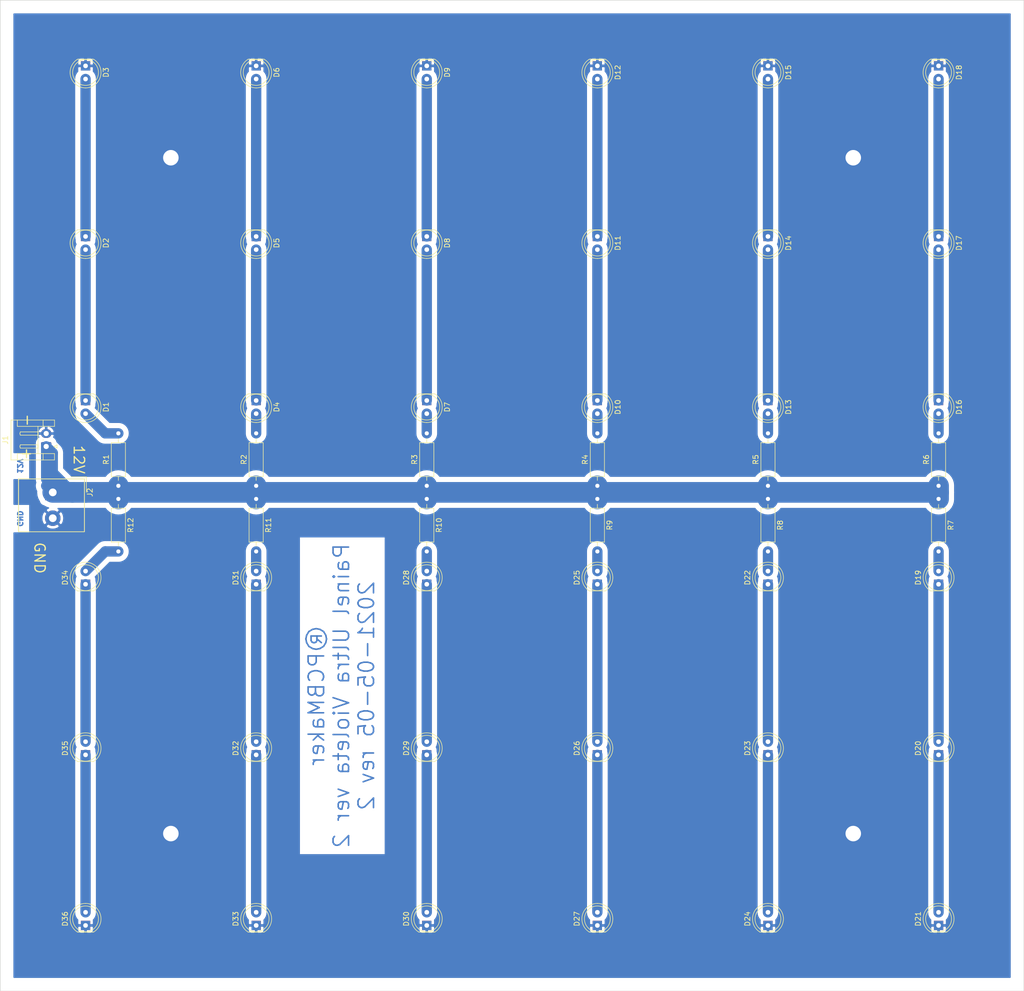
<source format=kicad_pcb>
(kicad_pcb (version 20171130) (host pcbnew "(5.1.9)-1")

  (general
    (thickness 1.6)
    (drawings 12)
    (tracks 57)
    (zones 0)
    (modules 50)
    (nets 39)
  )

  (page A4)
  (layers
    (0 F.Cu signal)
    (31 B.Cu signal)
    (32 B.Adhes user)
    (33 F.Adhes user)
    (34 B.Paste user)
    (35 F.Paste user)
    (36 B.SilkS user)
    (37 F.SilkS user)
    (38 B.Mask user)
    (39 F.Mask user)
    (40 Dwgs.User user)
    (41 Cmts.User user)
    (42 Eco1.User user)
    (43 Eco2.User user)
    (44 Edge.Cuts user)
    (45 Margin user)
    (46 B.CrtYd user)
    (47 F.CrtYd user)
    (48 B.Fab user)
    (49 F.Fab user)
  )

  (setup
    (last_trace_width 2)
    (user_trace_width 2)
    (user_trace_width 4)
    (trace_clearance 0.2)
    (zone_clearance 1)
    (zone_45_only no)
    (trace_min 0.2)
    (via_size 0.8)
    (via_drill 0.4)
    (via_min_size 0.4)
    (via_min_drill 0.3)
    (user_via 4 1)
    (uvia_size 0.3)
    (uvia_drill 0.1)
    (uvias_allowed no)
    (uvia_min_size 0.2)
    (uvia_min_drill 0.1)
    (edge_width 0.05)
    (segment_width 0.2)
    (pcb_text_width 0.3)
    (pcb_text_size 1.5 1.5)
    (mod_edge_width 0.12)
    (mod_text_size 1 1)
    (mod_text_width 0.15)
    (pad_size 1.524 1.524)
    (pad_drill 0.762)
    (pad_to_mask_clearance 0)
    (aux_axis_origin 0 0)
    (visible_elements 7FFFFFFF)
    (pcbplotparams
      (layerselection 0x010fc_ffffffff)
      (usegerberextensions false)
      (usegerberattributes true)
      (usegerberadvancedattributes true)
      (creategerberjobfile true)
      (excludeedgelayer true)
      (linewidth 0.100000)
      (plotframeref false)
      (viasonmask false)
      (mode 1)
      (useauxorigin false)
      (hpglpennumber 1)
      (hpglpenspeed 20)
      (hpglpendiameter 15.000000)
      (psnegative false)
      (psa4output false)
      (plotreference true)
      (plotvalue true)
      (plotinvisibletext false)
      (padsonsilk false)
      (subtractmaskfromsilk false)
      (outputformat 1)
      (mirror false)
      (drillshape 1)
      (scaleselection 1)
      (outputdirectory ""))
  )

  (net 0 "")
  (net 1 /VCC)
  (net 2 "Net-(D1-Pad1)")
  (net 3 "Net-(D2-Pad1)")
  (net 4 "Net-(D4-Pad1)")
  (net 5 "Net-(D5-Pad1)")
  (net 6 "Net-(D7-Pad1)")
  (net 7 "Net-(D8-Pad1)")
  (net 8 "Net-(D10-Pad1)")
  (net 9 "Net-(D11-Pad1)")
  (net 10 "Net-(D13-Pad1)")
  (net 11 "Net-(D14-Pad1)")
  (net 12 "Net-(D16-Pad1)")
  (net 13 "Net-(D17-Pad1)")
  (net 14 "Net-(D19-Pad1)")
  (net 15 "Net-(D20-Pad1)")
  (net 16 "Net-(D22-Pad1)")
  (net 17 "Net-(D23-Pad1)")
  (net 18 "Net-(D25-Pad1)")
  (net 19 "Net-(D26-Pad1)")
  (net 20 "Net-(D28-Pad1)")
  (net 21 "Net-(D29-Pad1)")
  (net 22 "Net-(D31-Pad1)")
  (net 23 "Net-(D32-Pad1)")
  (net 24 "Net-(D34-Pad1)")
  (net 25 "Net-(D35-Pad1)")
  (net 26 /GND)
  (net 27 "Net-(D1-Pad2)")
  (net 28 "Net-(D4-Pad2)")
  (net 29 "Net-(D7-Pad2)")
  (net 30 "Net-(D10-Pad2)")
  (net 31 "Net-(D13-Pad2)")
  (net 32 "Net-(D16-Pad2)")
  (net 33 "Net-(D19-Pad2)")
  (net 34 "Net-(D22-Pad2)")
  (net 35 "Net-(D25-Pad2)")
  (net 36 "Net-(D28-Pad2)")
  (net 37 "Net-(D31-Pad2)")
  (net 38 "Net-(D34-Pad2)")

  (net_class Default "This is the default net class."
    (clearance 0.2)
    (trace_width 0.25)
    (via_dia 0.8)
    (via_drill 0.4)
    (uvia_dia 0.3)
    (uvia_drill 0.1)
    (add_net /GND)
    (add_net /VCC)
    (add_net "Net-(D1-Pad1)")
    (add_net "Net-(D1-Pad2)")
    (add_net "Net-(D10-Pad1)")
    (add_net "Net-(D10-Pad2)")
    (add_net "Net-(D11-Pad1)")
    (add_net "Net-(D13-Pad1)")
    (add_net "Net-(D13-Pad2)")
    (add_net "Net-(D14-Pad1)")
    (add_net "Net-(D16-Pad1)")
    (add_net "Net-(D16-Pad2)")
    (add_net "Net-(D17-Pad1)")
    (add_net "Net-(D19-Pad1)")
    (add_net "Net-(D19-Pad2)")
    (add_net "Net-(D2-Pad1)")
    (add_net "Net-(D20-Pad1)")
    (add_net "Net-(D22-Pad1)")
    (add_net "Net-(D22-Pad2)")
    (add_net "Net-(D23-Pad1)")
    (add_net "Net-(D25-Pad1)")
    (add_net "Net-(D25-Pad2)")
    (add_net "Net-(D26-Pad1)")
    (add_net "Net-(D28-Pad1)")
    (add_net "Net-(D28-Pad2)")
    (add_net "Net-(D29-Pad1)")
    (add_net "Net-(D31-Pad1)")
    (add_net "Net-(D31-Pad2)")
    (add_net "Net-(D32-Pad1)")
    (add_net "Net-(D34-Pad1)")
    (add_net "Net-(D34-Pad2)")
    (add_net "Net-(D35-Pad1)")
    (add_net "Net-(D4-Pad1)")
    (add_net "Net-(D4-Pad2)")
    (add_net "Net-(D5-Pad1)")
    (add_net "Net-(D7-Pad1)")
    (add_net "Net-(D7-Pad2)")
    (add_net "Net-(D8-Pad1)")
  )

  (module Resistor_THT:R_Axial_DIN0207_L6.3mm_D2.5mm_P10.16mm_Horizontal (layer F.Cu) (tedit 5AE5139B) (tstamp 608F7369)
    (at 22.86 101.6 270)
    (descr "Resistor, Axial_DIN0207 series, Axial, Horizontal, pin pitch=10.16mm, 0.25W = 1/4W, length*diameter=6.3*2.5mm^2, http://cdn-reichelt.de/documents/datenblatt/B400/1_4W%23YAG.pdf")
    (tags "Resistor Axial_DIN0207 series Axial Horizontal pin pitch 10.16mm 0.25W = 1/4W length 6.3mm diameter 2.5mm")
    (path /609708A4)
    (fp_text reference R12 (at 5.08 -2.37 90) (layer F.SilkS)
      (effects (font (size 1 1) (thickness 0.15)))
    )
    (fp_text value 56 (at 5.08 2.37 90) (layer F.Fab)
      (effects (font (size 1 1) (thickness 0.15)))
    )
    (fp_text user %R (at 5.08 0 90) (layer F.Fab)
      (effects (font (size 1 1) (thickness 0.15)))
    )
    (fp_line (start 1.93 -1.25) (end 1.93 1.25) (layer F.Fab) (width 0.1))
    (fp_line (start 1.93 1.25) (end 8.23 1.25) (layer F.Fab) (width 0.1))
    (fp_line (start 8.23 1.25) (end 8.23 -1.25) (layer F.Fab) (width 0.1))
    (fp_line (start 8.23 -1.25) (end 1.93 -1.25) (layer F.Fab) (width 0.1))
    (fp_line (start 0 0) (end 1.93 0) (layer F.Fab) (width 0.1))
    (fp_line (start 10.16 0) (end 8.23 0) (layer F.Fab) (width 0.1))
    (fp_line (start 1.81 -1.37) (end 1.81 1.37) (layer F.SilkS) (width 0.12))
    (fp_line (start 1.81 1.37) (end 8.35 1.37) (layer F.SilkS) (width 0.12))
    (fp_line (start 8.35 1.37) (end 8.35 -1.37) (layer F.SilkS) (width 0.12))
    (fp_line (start 8.35 -1.37) (end 1.81 -1.37) (layer F.SilkS) (width 0.12))
    (fp_line (start 1.04 0) (end 1.81 0) (layer F.SilkS) (width 0.12))
    (fp_line (start 9.12 0) (end 8.35 0) (layer F.SilkS) (width 0.12))
    (fp_line (start -1.05 -1.5) (end -1.05 1.5) (layer F.CrtYd) (width 0.05))
    (fp_line (start -1.05 1.5) (end 11.21 1.5) (layer F.CrtYd) (width 0.05))
    (fp_line (start 11.21 1.5) (end 11.21 -1.5) (layer F.CrtYd) (width 0.05))
    (fp_line (start 11.21 -1.5) (end -1.05 -1.5) (layer F.CrtYd) (width 0.05))
    (pad 2 thru_hole oval (at 10.16 0 270) (size 1.6 1.6) (drill 0.8) (layers *.Cu *.Mask)
      (net 38 "Net-(D34-Pad2)"))
    (pad 1 thru_hole circle (at 0 0 270) (size 1.6 1.6) (drill 0.8) (layers *.Cu *.Mask)
      (net 1 /VCC))
    (model ${KISYS3DMOD}/Resistor_THT.3dshapes/R_Axial_DIN0207_L6.3mm_D2.5mm_P10.16mm_Horizontal.wrl
      (at (xyz 0 0 0))
      (scale (xyz 1 1 1))
      (rotate (xyz 0 0 0))
    )
  )

  (module Resistor_THT:R_Axial_DIN0207_L6.3mm_D2.5mm_P10.16mm_Horizontal (layer F.Cu) (tedit 5AE5139B) (tstamp 608F7352)
    (at 49.53 101.6 270)
    (descr "Resistor, Axial_DIN0207 series, Axial, Horizontal, pin pitch=10.16mm, 0.25W = 1/4W, length*diameter=6.3*2.5mm^2, http://cdn-reichelt.de/documents/datenblatt/B400/1_4W%23YAG.pdf")
    (tags "Resistor Axial_DIN0207 series Axial Horizontal pin pitch 10.16mm 0.25W = 1/4W length 6.3mm diameter 2.5mm")
    (path /609708C3)
    (fp_text reference R11 (at 5.08 -2.37 90) (layer F.SilkS)
      (effects (font (size 1 1) (thickness 0.15)))
    )
    (fp_text value 56 (at 5.08 2.37 90) (layer F.Fab)
      (effects (font (size 1 1) (thickness 0.15)))
    )
    (fp_text user %R (at 5.08 0 90) (layer F.Fab)
      (effects (font (size 1 1) (thickness 0.15)))
    )
    (fp_line (start 1.93 -1.25) (end 1.93 1.25) (layer F.Fab) (width 0.1))
    (fp_line (start 1.93 1.25) (end 8.23 1.25) (layer F.Fab) (width 0.1))
    (fp_line (start 8.23 1.25) (end 8.23 -1.25) (layer F.Fab) (width 0.1))
    (fp_line (start 8.23 -1.25) (end 1.93 -1.25) (layer F.Fab) (width 0.1))
    (fp_line (start 0 0) (end 1.93 0) (layer F.Fab) (width 0.1))
    (fp_line (start 10.16 0) (end 8.23 0) (layer F.Fab) (width 0.1))
    (fp_line (start 1.81 -1.37) (end 1.81 1.37) (layer F.SilkS) (width 0.12))
    (fp_line (start 1.81 1.37) (end 8.35 1.37) (layer F.SilkS) (width 0.12))
    (fp_line (start 8.35 1.37) (end 8.35 -1.37) (layer F.SilkS) (width 0.12))
    (fp_line (start 8.35 -1.37) (end 1.81 -1.37) (layer F.SilkS) (width 0.12))
    (fp_line (start 1.04 0) (end 1.81 0) (layer F.SilkS) (width 0.12))
    (fp_line (start 9.12 0) (end 8.35 0) (layer F.SilkS) (width 0.12))
    (fp_line (start -1.05 -1.5) (end -1.05 1.5) (layer F.CrtYd) (width 0.05))
    (fp_line (start -1.05 1.5) (end 11.21 1.5) (layer F.CrtYd) (width 0.05))
    (fp_line (start 11.21 1.5) (end 11.21 -1.5) (layer F.CrtYd) (width 0.05))
    (fp_line (start 11.21 -1.5) (end -1.05 -1.5) (layer F.CrtYd) (width 0.05))
    (pad 2 thru_hole oval (at 10.16 0 270) (size 1.6 1.6) (drill 0.8) (layers *.Cu *.Mask)
      (net 37 "Net-(D31-Pad2)"))
    (pad 1 thru_hole circle (at 0 0 270) (size 1.6 1.6) (drill 0.8) (layers *.Cu *.Mask)
      (net 1 /VCC))
    (model ${KISYS3DMOD}/Resistor_THT.3dshapes/R_Axial_DIN0207_L6.3mm_D2.5mm_P10.16mm_Horizontal.wrl
      (at (xyz 0 0 0))
      (scale (xyz 1 1 1))
      (rotate (xyz 0 0 0))
    )
  )

  (module Resistor_THT:R_Axial_DIN0207_L6.3mm_D2.5mm_P10.16mm_Horizontal (layer F.Cu) (tedit 5AE5139B) (tstamp 608F733B)
    (at 82.55 101.6 270)
    (descr "Resistor, Axial_DIN0207 series, Axial, Horizontal, pin pitch=10.16mm, 0.25W = 1/4W, length*diameter=6.3*2.5mm^2, http://cdn-reichelt.de/documents/datenblatt/B400/1_4W%23YAG.pdf")
    (tags "Resistor Axial_DIN0207 series Axial Horizontal pin pitch 10.16mm 0.25W = 1/4W length 6.3mm diameter 2.5mm")
    (path /609708E2)
    (fp_text reference R10 (at 5.08 -2.37 90) (layer F.SilkS)
      (effects (font (size 1 1) (thickness 0.15)))
    )
    (fp_text value 56 (at 5.08 2.37 90) (layer F.Fab)
      (effects (font (size 1 1) (thickness 0.15)))
    )
    (fp_text user %R (at 5.08 0 90) (layer F.Fab)
      (effects (font (size 1 1) (thickness 0.15)))
    )
    (fp_line (start 1.93 -1.25) (end 1.93 1.25) (layer F.Fab) (width 0.1))
    (fp_line (start 1.93 1.25) (end 8.23 1.25) (layer F.Fab) (width 0.1))
    (fp_line (start 8.23 1.25) (end 8.23 -1.25) (layer F.Fab) (width 0.1))
    (fp_line (start 8.23 -1.25) (end 1.93 -1.25) (layer F.Fab) (width 0.1))
    (fp_line (start 0 0) (end 1.93 0) (layer F.Fab) (width 0.1))
    (fp_line (start 10.16 0) (end 8.23 0) (layer F.Fab) (width 0.1))
    (fp_line (start 1.81 -1.37) (end 1.81 1.37) (layer F.SilkS) (width 0.12))
    (fp_line (start 1.81 1.37) (end 8.35 1.37) (layer F.SilkS) (width 0.12))
    (fp_line (start 8.35 1.37) (end 8.35 -1.37) (layer F.SilkS) (width 0.12))
    (fp_line (start 8.35 -1.37) (end 1.81 -1.37) (layer F.SilkS) (width 0.12))
    (fp_line (start 1.04 0) (end 1.81 0) (layer F.SilkS) (width 0.12))
    (fp_line (start 9.12 0) (end 8.35 0) (layer F.SilkS) (width 0.12))
    (fp_line (start -1.05 -1.5) (end -1.05 1.5) (layer F.CrtYd) (width 0.05))
    (fp_line (start -1.05 1.5) (end 11.21 1.5) (layer F.CrtYd) (width 0.05))
    (fp_line (start 11.21 1.5) (end 11.21 -1.5) (layer F.CrtYd) (width 0.05))
    (fp_line (start 11.21 -1.5) (end -1.05 -1.5) (layer F.CrtYd) (width 0.05))
    (pad 2 thru_hole oval (at 10.16 0 270) (size 1.6 1.6) (drill 0.8) (layers *.Cu *.Mask)
      (net 36 "Net-(D28-Pad2)"))
    (pad 1 thru_hole circle (at 0 0 270) (size 1.6 1.6) (drill 0.8) (layers *.Cu *.Mask)
      (net 1 /VCC))
    (model ${KISYS3DMOD}/Resistor_THT.3dshapes/R_Axial_DIN0207_L6.3mm_D2.5mm_P10.16mm_Horizontal.wrl
      (at (xyz 0 0 0))
      (scale (xyz 1 1 1))
      (rotate (xyz 0 0 0))
    )
  )

  (module Resistor_THT:R_Axial_DIN0207_L6.3mm_D2.5mm_P10.16mm_Horizontal (layer F.Cu) (tedit 5AE5139B) (tstamp 608F7324)
    (at 115.57 101.6 270)
    (descr "Resistor, Axial_DIN0207 series, Axial, Horizontal, pin pitch=10.16mm, 0.25W = 1/4W, length*diameter=6.3*2.5mm^2, http://cdn-reichelt.de/documents/datenblatt/B400/1_4W%23YAG.pdf")
    (tags "Resistor Axial_DIN0207 series Axial Horizontal pin pitch 10.16mm 0.25W = 1/4W length 6.3mm diameter 2.5mm")
    (path /60970901)
    (fp_text reference R9 (at 5.08 -2.37 90) (layer F.SilkS)
      (effects (font (size 1 1) (thickness 0.15)))
    )
    (fp_text value 56 (at 5.08 2.37 90) (layer F.Fab)
      (effects (font (size 1 1) (thickness 0.15)))
    )
    (fp_text user %R (at 5.08 0 90) (layer F.Fab)
      (effects (font (size 1 1) (thickness 0.15)))
    )
    (fp_line (start 1.93 -1.25) (end 1.93 1.25) (layer F.Fab) (width 0.1))
    (fp_line (start 1.93 1.25) (end 8.23 1.25) (layer F.Fab) (width 0.1))
    (fp_line (start 8.23 1.25) (end 8.23 -1.25) (layer F.Fab) (width 0.1))
    (fp_line (start 8.23 -1.25) (end 1.93 -1.25) (layer F.Fab) (width 0.1))
    (fp_line (start 0 0) (end 1.93 0) (layer F.Fab) (width 0.1))
    (fp_line (start 10.16 0) (end 8.23 0) (layer F.Fab) (width 0.1))
    (fp_line (start 1.81 -1.37) (end 1.81 1.37) (layer F.SilkS) (width 0.12))
    (fp_line (start 1.81 1.37) (end 8.35 1.37) (layer F.SilkS) (width 0.12))
    (fp_line (start 8.35 1.37) (end 8.35 -1.37) (layer F.SilkS) (width 0.12))
    (fp_line (start 8.35 -1.37) (end 1.81 -1.37) (layer F.SilkS) (width 0.12))
    (fp_line (start 1.04 0) (end 1.81 0) (layer F.SilkS) (width 0.12))
    (fp_line (start 9.12 0) (end 8.35 0) (layer F.SilkS) (width 0.12))
    (fp_line (start -1.05 -1.5) (end -1.05 1.5) (layer F.CrtYd) (width 0.05))
    (fp_line (start -1.05 1.5) (end 11.21 1.5) (layer F.CrtYd) (width 0.05))
    (fp_line (start 11.21 1.5) (end 11.21 -1.5) (layer F.CrtYd) (width 0.05))
    (fp_line (start 11.21 -1.5) (end -1.05 -1.5) (layer F.CrtYd) (width 0.05))
    (pad 2 thru_hole oval (at 10.16 0 270) (size 1.6 1.6) (drill 0.8) (layers *.Cu *.Mask)
      (net 35 "Net-(D25-Pad2)"))
    (pad 1 thru_hole circle (at 0 0 270) (size 1.6 1.6) (drill 0.8) (layers *.Cu *.Mask)
      (net 1 /VCC))
    (model ${KISYS3DMOD}/Resistor_THT.3dshapes/R_Axial_DIN0207_L6.3mm_D2.5mm_P10.16mm_Horizontal.wrl
      (at (xyz 0 0 0))
      (scale (xyz 1 1 1))
      (rotate (xyz 0 0 0))
    )
  )

  (module Resistor_THT:R_Axial_DIN0207_L6.3mm_D2.5mm_P10.16mm_Horizontal (layer F.Cu) (tedit 5AE5139B) (tstamp 608F730D)
    (at 148.59 101.6 270)
    (descr "Resistor, Axial_DIN0207 series, Axial, Horizontal, pin pitch=10.16mm, 0.25W = 1/4W, length*diameter=6.3*2.5mm^2, http://cdn-reichelt.de/documents/datenblatt/B400/1_4W%23YAG.pdf")
    (tags "Resistor Axial_DIN0207 series Axial Horizontal pin pitch 10.16mm 0.25W = 1/4W length 6.3mm diameter 2.5mm")
    (path /60970920)
    (fp_text reference R8 (at 5.08 -2.37 90) (layer F.SilkS)
      (effects (font (size 1 1) (thickness 0.15)))
    )
    (fp_text value 56 (at 5.08 2.37 90) (layer F.Fab)
      (effects (font (size 1 1) (thickness 0.15)))
    )
    (fp_text user %R (at 5.08 0 90) (layer F.Fab)
      (effects (font (size 1 1) (thickness 0.15)))
    )
    (fp_line (start 1.93 -1.25) (end 1.93 1.25) (layer F.Fab) (width 0.1))
    (fp_line (start 1.93 1.25) (end 8.23 1.25) (layer F.Fab) (width 0.1))
    (fp_line (start 8.23 1.25) (end 8.23 -1.25) (layer F.Fab) (width 0.1))
    (fp_line (start 8.23 -1.25) (end 1.93 -1.25) (layer F.Fab) (width 0.1))
    (fp_line (start 0 0) (end 1.93 0) (layer F.Fab) (width 0.1))
    (fp_line (start 10.16 0) (end 8.23 0) (layer F.Fab) (width 0.1))
    (fp_line (start 1.81 -1.37) (end 1.81 1.37) (layer F.SilkS) (width 0.12))
    (fp_line (start 1.81 1.37) (end 8.35 1.37) (layer F.SilkS) (width 0.12))
    (fp_line (start 8.35 1.37) (end 8.35 -1.37) (layer F.SilkS) (width 0.12))
    (fp_line (start 8.35 -1.37) (end 1.81 -1.37) (layer F.SilkS) (width 0.12))
    (fp_line (start 1.04 0) (end 1.81 0) (layer F.SilkS) (width 0.12))
    (fp_line (start 9.12 0) (end 8.35 0) (layer F.SilkS) (width 0.12))
    (fp_line (start -1.05 -1.5) (end -1.05 1.5) (layer F.CrtYd) (width 0.05))
    (fp_line (start -1.05 1.5) (end 11.21 1.5) (layer F.CrtYd) (width 0.05))
    (fp_line (start 11.21 1.5) (end 11.21 -1.5) (layer F.CrtYd) (width 0.05))
    (fp_line (start 11.21 -1.5) (end -1.05 -1.5) (layer F.CrtYd) (width 0.05))
    (pad 2 thru_hole oval (at 10.16 0 270) (size 1.6 1.6) (drill 0.8) (layers *.Cu *.Mask)
      (net 34 "Net-(D22-Pad2)"))
    (pad 1 thru_hole circle (at 0 0 270) (size 1.6 1.6) (drill 0.8) (layers *.Cu *.Mask)
      (net 1 /VCC))
    (model ${KISYS3DMOD}/Resistor_THT.3dshapes/R_Axial_DIN0207_L6.3mm_D2.5mm_P10.16mm_Horizontal.wrl
      (at (xyz 0 0 0))
      (scale (xyz 1 1 1))
      (rotate (xyz 0 0 0))
    )
  )

  (module Resistor_THT:R_Axial_DIN0207_L6.3mm_D2.5mm_P10.16mm_Horizontal (layer F.Cu) (tedit 5AE5139B) (tstamp 608F72F6)
    (at 181.61 101.6 270)
    (descr "Resistor, Axial_DIN0207 series, Axial, Horizontal, pin pitch=10.16mm, 0.25W = 1/4W, length*diameter=6.3*2.5mm^2, http://cdn-reichelt.de/documents/datenblatt/B400/1_4W%23YAG.pdf")
    (tags "Resistor Axial_DIN0207 series Axial Horizontal pin pitch 10.16mm 0.25W = 1/4W length 6.3mm diameter 2.5mm")
    (path /6097093F)
    (fp_text reference R7 (at 5.08 -2.37 90) (layer F.SilkS)
      (effects (font (size 1 1) (thickness 0.15)))
    )
    (fp_text value 56 (at 5.08 2.37 90) (layer F.Fab)
      (effects (font (size 1 1) (thickness 0.15)))
    )
    (fp_text user %R (at 5.08 0 90) (layer F.Fab)
      (effects (font (size 1 1) (thickness 0.15)))
    )
    (fp_line (start 1.93 -1.25) (end 1.93 1.25) (layer F.Fab) (width 0.1))
    (fp_line (start 1.93 1.25) (end 8.23 1.25) (layer F.Fab) (width 0.1))
    (fp_line (start 8.23 1.25) (end 8.23 -1.25) (layer F.Fab) (width 0.1))
    (fp_line (start 8.23 -1.25) (end 1.93 -1.25) (layer F.Fab) (width 0.1))
    (fp_line (start 0 0) (end 1.93 0) (layer F.Fab) (width 0.1))
    (fp_line (start 10.16 0) (end 8.23 0) (layer F.Fab) (width 0.1))
    (fp_line (start 1.81 -1.37) (end 1.81 1.37) (layer F.SilkS) (width 0.12))
    (fp_line (start 1.81 1.37) (end 8.35 1.37) (layer F.SilkS) (width 0.12))
    (fp_line (start 8.35 1.37) (end 8.35 -1.37) (layer F.SilkS) (width 0.12))
    (fp_line (start 8.35 -1.37) (end 1.81 -1.37) (layer F.SilkS) (width 0.12))
    (fp_line (start 1.04 0) (end 1.81 0) (layer F.SilkS) (width 0.12))
    (fp_line (start 9.12 0) (end 8.35 0) (layer F.SilkS) (width 0.12))
    (fp_line (start -1.05 -1.5) (end -1.05 1.5) (layer F.CrtYd) (width 0.05))
    (fp_line (start -1.05 1.5) (end 11.21 1.5) (layer F.CrtYd) (width 0.05))
    (fp_line (start 11.21 1.5) (end 11.21 -1.5) (layer F.CrtYd) (width 0.05))
    (fp_line (start 11.21 -1.5) (end -1.05 -1.5) (layer F.CrtYd) (width 0.05))
    (pad 2 thru_hole oval (at 10.16 0 270) (size 1.6 1.6) (drill 0.8) (layers *.Cu *.Mask)
      (net 33 "Net-(D19-Pad2)"))
    (pad 1 thru_hole circle (at 0 0 270) (size 1.6 1.6) (drill 0.8) (layers *.Cu *.Mask)
      (net 1 /VCC))
    (model ${KISYS3DMOD}/Resistor_THT.3dshapes/R_Axial_DIN0207_L6.3mm_D2.5mm_P10.16mm_Horizontal.wrl
      (at (xyz 0 0 0))
      (scale (xyz 1 1 1))
      (rotate (xyz 0 0 0))
    )
  )

  (module Resistor_THT:R_Axial_DIN0207_L6.3mm_D2.5mm_P10.16mm_Horizontal (layer F.Cu) (tedit 5AE5139B) (tstamp 608F72DF)
    (at 181.61 99.06 90)
    (descr "Resistor, Axial_DIN0207 series, Axial, Horizontal, pin pitch=10.16mm, 0.25W = 1/4W, length*diameter=6.3*2.5mm^2, http://cdn-reichelt.de/documents/datenblatt/B400/1_4W%23YAG.pdf")
    (tags "Resistor Axial_DIN0207 series Axial Horizontal pin pitch 10.16mm 0.25W = 1/4W length 6.3mm diameter 2.5mm")
    (path /6091BA5A)
    (fp_text reference R6 (at 5.08 -2.37 90) (layer F.SilkS)
      (effects (font (size 1 1) (thickness 0.15)))
    )
    (fp_text value 56 (at 5.08 2.37 90) (layer F.Fab)
      (effects (font (size 1 1) (thickness 0.15)))
    )
    (fp_text user %R (at 5.08 0 90) (layer F.Fab)
      (effects (font (size 1 1) (thickness 0.15)))
    )
    (fp_line (start 1.93 -1.25) (end 1.93 1.25) (layer F.Fab) (width 0.1))
    (fp_line (start 1.93 1.25) (end 8.23 1.25) (layer F.Fab) (width 0.1))
    (fp_line (start 8.23 1.25) (end 8.23 -1.25) (layer F.Fab) (width 0.1))
    (fp_line (start 8.23 -1.25) (end 1.93 -1.25) (layer F.Fab) (width 0.1))
    (fp_line (start 0 0) (end 1.93 0) (layer F.Fab) (width 0.1))
    (fp_line (start 10.16 0) (end 8.23 0) (layer F.Fab) (width 0.1))
    (fp_line (start 1.81 -1.37) (end 1.81 1.37) (layer F.SilkS) (width 0.12))
    (fp_line (start 1.81 1.37) (end 8.35 1.37) (layer F.SilkS) (width 0.12))
    (fp_line (start 8.35 1.37) (end 8.35 -1.37) (layer F.SilkS) (width 0.12))
    (fp_line (start 8.35 -1.37) (end 1.81 -1.37) (layer F.SilkS) (width 0.12))
    (fp_line (start 1.04 0) (end 1.81 0) (layer F.SilkS) (width 0.12))
    (fp_line (start 9.12 0) (end 8.35 0) (layer F.SilkS) (width 0.12))
    (fp_line (start -1.05 -1.5) (end -1.05 1.5) (layer F.CrtYd) (width 0.05))
    (fp_line (start -1.05 1.5) (end 11.21 1.5) (layer F.CrtYd) (width 0.05))
    (fp_line (start 11.21 1.5) (end 11.21 -1.5) (layer F.CrtYd) (width 0.05))
    (fp_line (start 11.21 -1.5) (end -1.05 -1.5) (layer F.CrtYd) (width 0.05))
    (pad 2 thru_hole oval (at 10.16 0 90) (size 1.6 1.6) (drill 0.8) (layers *.Cu *.Mask)
      (net 32 "Net-(D16-Pad2)"))
    (pad 1 thru_hole circle (at 0 0 90) (size 1.6 1.6) (drill 0.8) (layers *.Cu *.Mask)
      (net 1 /VCC))
    (model ${KISYS3DMOD}/Resistor_THT.3dshapes/R_Axial_DIN0207_L6.3mm_D2.5mm_P10.16mm_Horizontal.wrl
      (at (xyz 0 0 0))
      (scale (xyz 1 1 1))
      (rotate (xyz 0 0 0))
    )
  )

  (module Resistor_THT:R_Axial_DIN0207_L6.3mm_D2.5mm_P10.16mm_Horizontal (layer F.Cu) (tedit 5AE5139B) (tstamp 608F72C8)
    (at 148.59 99.06 90)
    (descr "Resistor, Axial_DIN0207 series, Axial, Horizontal, pin pitch=10.16mm, 0.25W = 1/4W, length*diameter=6.3*2.5mm^2, http://cdn-reichelt.de/documents/datenblatt/B400/1_4W%23YAG.pdf")
    (tags "Resistor Axial_DIN0207 series Axial Horizontal pin pitch 10.16mm 0.25W = 1/4W length 6.3mm diameter 2.5mm")
    (path /6091BA3B)
    (fp_text reference R5 (at 5.08 -2.37 90) (layer F.SilkS)
      (effects (font (size 1 1) (thickness 0.15)))
    )
    (fp_text value 56 (at 5.08 2.37 90) (layer F.Fab)
      (effects (font (size 1 1) (thickness 0.15)))
    )
    (fp_text user %R (at 5.08 0 90) (layer F.Fab)
      (effects (font (size 1 1) (thickness 0.15)))
    )
    (fp_line (start 1.93 -1.25) (end 1.93 1.25) (layer F.Fab) (width 0.1))
    (fp_line (start 1.93 1.25) (end 8.23 1.25) (layer F.Fab) (width 0.1))
    (fp_line (start 8.23 1.25) (end 8.23 -1.25) (layer F.Fab) (width 0.1))
    (fp_line (start 8.23 -1.25) (end 1.93 -1.25) (layer F.Fab) (width 0.1))
    (fp_line (start 0 0) (end 1.93 0) (layer F.Fab) (width 0.1))
    (fp_line (start 10.16 0) (end 8.23 0) (layer F.Fab) (width 0.1))
    (fp_line (start 1.81 -1.37) (end 1.81 1.37) (layer F.SilkS) (width 0.12))
    (fp_line (start 1.81 1.37) (end 8.35 1.37) (layer F.SilkS) (width 0.12))
    (fp_line (start 8.35 1.37) (end 8.35 -1.37) (layer F.SilkS) (width 0.12))
    (fp_line (start 8.35 -1.37) (end 1.81 -1.37) (layer F.SilkS) (width 0.12))
    (fp_line (start 1.04 0) (end 1.81 0) (layer F.SilkS) (width 0.12))
    (fp_line (start 9.12 0) (end 8.35 0) (layer F.SilkS) (width 0.12))
    (fp_line (start -1.05 -1.5) (end -1.05 1.5) (layer F.CrtYd) (width 0.05))
    (fp_line (start -1.05 1.5) (end 11.21 1.5) (layer F.CrtYd) (width 0.05))
    (fp_line (start 11.21 1.5) (end 11.21 -1.5) (layer F.CrtYd) (width 0.05))
    (fp_line (start 11.21 -1.5) (end -1.05 -1.5) (layer F.CrtYd) (width 0.05))
    (pad 2 thru_hole oval (at 10.16 0 90) (size 1.6 1.6) (drill 0.8) (layers *.Cu *.Mask)
      (net 31 "Net-(D13-Pad2)"))
    (pad 1 thru_hole circle (at 0 0 90) (size 1.6 1.6) (drill 0.8) (layers *.Cu *.Mask)
      (net 1 /VCC))
    (model ${KISYS3DMOD}/Resistor_THT.3dshapes/R_Axial_DIN0207_L6.3mm_D2.5mm_P10.16mm_Horizontal.wrl
      (at (xyz 0 0 0))
      (scale (xyz 1 1 1))
      (rotate (xyz 0 0 0))
    )
  )

  (module Resistor_THT:R_Axial_DIN0207_L6.3mm_D2.5mm_P10.16mm_Horizontal (layer F.Cu) (tedit 5AE5139B) (tstamp 608F72B1)
    (at 115.57 99.06 90)
    (descr "Resistor, Axial_DIN0207 series, Axial, Horizontal, pin pitch=10.16mm, 0.25W = 1/4W, length*diameter=6.3*2.5mm^2, http://cdn-reichelt.de/documents/datenblatt/B400/1_4W%23YAG.pdf")
    (tags "Resistor Axial_DIN0207 series Axial Horizontal pin pitch 10.16mm 0.25W = 1/4W length 6.3mm diameter 2.5mm")
    (path /6091BA1C)
    (fp_text reference R4 (at 5.08 -2.37 90) (layer F.SilkS)
      (effects (font (size 1 1) (thickness 0.15)))
    )
    (fp_text value 56 (at 5.08 2.37 90) (layer F.Fab)
      (effects (font (size 1 1) (thickness 0.15)))
    )
    (fp_text user %R (at 5.08 0 90) (layer F.Fab)
      (effects (font (size 1 1) (thickness 0.15)))
    )
    (fp_line (start 1.93 -1.25) (end 1.93 1.25) (layer F.Fab) (width 0.1))
    (fp_line (start 1.93 1.25) (end 8.23 1.25) (layer F.Fab) (width 0.1))
    (fp_line (start 8.23 1.25) (end 8.23 -1.25) (layer F.Fab) (width 0.1))
    (fp_line (start 8.23 -1.25) (end 1.93 -1.25) (layer F.Fab) (width 0.1))
    (fp_line (start 0 0) (end 1.93 0) (layer F.Fab) (width 0.1))
    (fp_line (start 10.16 0) (end 8.23 0) (layer F.Fab) (width 0.1))
    (fp_line (start 1.81 -1.37) (end 1.81 1.37) (layer F.SilkS) (width 0.12))
    (fp_line (start 1.81 1.37) (end 8.35 1.37) (layer F.SilkS) (width 0.12))
    (fp_line (start 8.35 1.37) (end 8.35 -1.37) (layer F.SilkS) (width 0.12))
    (fp_line (start 8.35 -1.37) (end 1.81 -1.37) (layer F.SilkS) (width 0.12))
    (fp_line (start 1.04 0) (end 1.81 0) (layer F.SilkS) (width 0.12))
    (fp_line (start 9.12 0) (end 8.35 0) (layer F.SilkS) (width 0.12))
    (fp_line (start -1.05 -1.5) (end -1.05 1.5) (layer F.CrtYd) (width 0.05))
    (fp_line (start -1.05 1.5) (end 11.21 1.5) (layer F.CrtYd) (width 0.05))
    (fp_line (start 11.21 1.5) (end 11.21 -1.5) (layer F.CrtYd) (width 0.05))
    (fp_line (start 11.21 -1.5) (end -1.05 -1.5) (layer F.CrtYd) (width 0.05))
    (pad 2 thru_hole oval (at 10.16 0 90) (size 1.6 1.6) (drill 0.8) (layers *.Cu *.Mask)
      (net 30 "Net-(D10-Pad2)"))
    (pad 1 thru_hole circle (at 0 0 90) (size 1.6 1.6) (drill 0.8) (layers *.Cu *.Mask)
      (net 1 /VCC))
    (model ${KISYS3DMOD}/Resistor_THT.3dshapes/R_Axial_DIN0207_L6.3mm_D2.5mm_P10.16mm_Horizontal.wrl
      (at (xyz 0 0 0))
      (scale (xyz 1 1 1))
      (rotate (xyz 0 0 0))
    )
  )

  (module Resistor_THT:R_Axial_DIN0207_L6.3mm_D2.5mm_P10.16mm_Horizontal (layer F.Cu) (tedit 5AE5139B) (tstamp 608F729A)
    (at 82.55 99.06 90)
    (descr "Resistor, Axial_DIN0207 series, Axial, Horizontal, pin pitch=10.16mm, 0.25W = 1/4W, length*diameter=6.3*2.5mm^2, http://cdn-reichelt.de/documents/datenblatt/B400/1_4W%23YAG.pdf")
    (tags "Resistor Axial_DIN0207 series Axial Horizontal pin pitch 10.16mm 0.25W = 1/4W length 6.3mm diameter 2.5mm")
    (path /6090898A)
    (fp_text reference R3 (at 5.08 -2.37 90) (layer F.SilkS)
      (effects (font (size 1 1) (thickness 0.15)))
    )
    (fp_text value 56 (at 5.08 2.37 90) (layer F.Fab)
      (effects (font (size 1 1) (thickness 0.15)))
    )
    (fp_text user %R (at 5.08 0 90) (layer F.Fab)
      (effects (font (size 1 1) (thickness 0.15)))
    )
    (fp_line (start 1.93 -1.25) (end 1.93 1.25) (layer F.Fab) (width 0.1))
    (fp_line (start 1.93 1.25) (end 8.23 1.25) (layer F.Fab) (width 0.1))
    (fp_line (start 8.23 1.25) (end 8.23 -1.25) (layer F.Fab) (width 0.1))
    (fp_line (start 8.23 -1.25) (end 1.93 -1.25) (layer F.Fab) (width 0.1))
    (fp_line (start 0 0) (end 1.93 0) (layer F.Fab) (width 0.1))
    (fp_line (start 10.16 0) (end 8.23 0) (layer F.Fab) (width 0.1))
    (fp_line (start 1.81 -1.37) (end 1.81 1.37) (layer F.SilkS) (width 0.12))
    (fp_line (start 1.81 1.37) (end 8.35 1.37) (layer F.SilkS) (width 0.12))
    (fp_line (start 8.35 1.37) (end 8.35 -1.37) (layer F.SilkS) (width 0.12))
    (fp_line (start 8.35 -1.37) (end 1.81 -1.37) (layer F.SilkS) (width 0.12))
    (fp_line (start 1.04 0) (end 1.81 0) (layer F.SilkS) (width 0.12))
    (fp_line (start 9.12 0) (end 8.35 0) (layer F.SilkS) (width 0.12))
    (fp_line (start -1.05 -1.5) (end -1.05 1.5) (layer F.CrtYd) (width 0.05))
    (fp_line (start -1.05 1.5) (end 11.21 1.5) (layer F.CrtYd) (width 0.05))
    (fp_line (start 11.21 1.5) (end 11.21 -1.5) (layer F.CrtYd) (width 0.05))
    (fp_line (start 11.21 -1.5) (end -1.05 -1.5) (layer F.CrtYd) (width 0.05))
    (pad 2 thru_hole oval (at 10.16 0 90) (size 1.6 1.6) (drill 0.8) (layers *.Cu *.Mask)
      (net 29 "Net-(D7-Pad2)"))
    (pad 1 thru_hole circle (at 0 0 90) (size 1.6 1.6) (drill 0.8) (layers *.Cu *.Mask)
      (net 1 /VCC))
    (model ${KISYS3DMOD}/Resistor_THT.3dshapes/R_Axial_DIN0207_L6.3mm_D2.5mm_P10.16mm_Horizontal.wrl
      (at (xyz 0 0 0))
      (scale (xyz 1 1 1))
      (rotate (xyz 0 0 0))
    )
  )

  (module Resistor_THT:R_Axial_DIN0207_L6.3mm_D2.5mm_P10.16mm_Horizontal (layer F.Cu) (tedit 5AE5139B) (tstamp 608F7283)
    (at 49.53 99.06 90)
    (descr "Resistor, Axial_DIN0207 series, Axial, Horizontal, pin pitch=10.16mm, 0.25W = 1/4W, length*diameter=6.3*2.5mm^2, http://cdn-reichelt.de/documents/datenblatt/B400/1_4W%23YAG.pdf")
    (tags "Resistor Axial_DIN0207 series Axial Horizontal pin pitch 10.16mm 0.25W = 1/4W length 6.3mm diameter 2.5mm")
    (path /609062A2)
    (fp_text reference R2 (at 5.08 -2.37 90) (layer F.SilkS)
      (effects (font (size 1 1) (thickness 0.15)))
    )
    (fp_text value 56 (at 5.08 2.37 90) (layer F.Fab)
      (effects (font (size 1 1) (thickness 0.15)))
    )
    (fp_text user %R (at 5.08 0 90) (layer F.Fab)
      (effects (font (size 1 1) (thickness 0.15)))
    )
    (fp_line (start 1.93 -1.25) (end 1.93 1.25) (layer F.Fab) (width 0.1))
    (fp_line (start 1.93 1.25) (end 8.23 1.25) (layer F.Fab) (width 0.1))
    (fp_line (start 8.23 1.25) (end 8.23 -1.25) (layer F.Fab) (width 0.1))
    (fp_line (start 8.23 -1.25) (end 1.93 -1.25) (layer F.Fab) (width 0.1))
    (fp_line (start 0 0) (end 1.93 0) (layer F.Fab) (width 0.1))
    (fp_line (start 10.16 0) (end 8.23 0) (layer F.Fab) (width 0.1))
    (fp_line (start 1.81 -1.37) (end 1.81 1.37) (layer F.SilkS) (width 0.12))
    (fp_line (start 1.81 1.37) (end 8.35 1.37) (layer F.SilkS) (width 0.12))
    (fp_line (start 8.35 1.37) (end 8.35 -1.37) (layer F.SilkS) (width 0.12))
    (fp_line (start 8.35 -1.37) (end 1.81 -1.37) (layer F.SilkS) (width 0.12))
    (fp_line (start 1.04 0) (end 1.81 0) (layer F.SilkS) (width 0.12))
    (fp_line (start 9.12 0) (end 8.35 0) (layer F.SilkS) (width 0.12))
    (fp_line (start -1.05 -1.5) (end -1.05 1.5) (layer F.CrtYd) (width 0.05))
    (fp_line (start -1.05 1.5) (end 11.21 1.5) (layer F.CrtYd) (width 0.05))
    (fp_line (start 11.21 1.5) (end 11.21 -1.5) (layer F.CrtYd) (width 0.05))
    (fp_line (start 11.21 -1.5) (end -1.05 -1.5) (layer F.CrtYd) (width 0.05))
    (pad 2 thru_hole oval (at 10.16 0 90) (size 1.6 1.6) (drill 0.8) (layers *.Cu *.Mask)
      (net 28 "Net-(D4-Pad2)"))
    (pad 1 thru_hole circle (at 0 0 90) (size 1.6 1.6) (drill 0.8) (layers *.Cu *.Mask)
      (net 1 /VCC))
    (model ${KISYS3DMOD}/Resistor_THT.3dshapes/R_Axial_DIN0207_L6.3mm_D2.5mm_P10.16mm_Horizontal.wrl
      (at (xyz 0 0 0))
      (scale (xyz 1 1 1))
      (rotate (xyz 0 0 0))
    )
  )

  (module Resistor_THT:R_Axial_DIN0207_L6.3mm_D2.5mm_P10.16mm_Horizontal (layer F.Cu) (tedit 5AE5139B) (tstamp 608F726C)
    (at 22.86 99.06 90)
    (descr "Resistor, Axial_DIN0207 series, Axial, Horizontal, pin pitch=10.16mm, 0.25W = 1/4W, length*diameter=6.3*2.5mm^2, http://cdn-reichelt.de/documents/datenblatt/B400/1_4W%23YAG.pdf")
    (tags "Resistor Axial_DIN0207 series Axial Horizontal pin pitch 10.16mm 0.25W = 1/4W length 6.3mm diameter 2.5mm")
    (path /608F339D)
    (fp_text reference R1 (at 5.08 -2.37 90) (layer F.SilkS)
      (effects (font (size 1 1) (thickness 0.15)))
    )
    (fp_text value 56 (at 5.08 2.37 90) (layer F.Fab)
      (effects (font (size 1 1) (thickness 0.15)))
    )
    (fp_text user %R (at 5.08 0 90) (layer F.Fab)
      (effects (font (size 1 1) (thickness 0.15)))
    )
    (fp_line (start 1.93 -1.25) (end 1.93 1.25) (layer F.Fab) (width 0.1))
    (fp_line (start 1.93 1.25) (end 8.23 1.25) (layer F.Fab) (width 0.1))
    (fp_line (start 8.23 1.25) (end 8.23 -1.25) (layer F.Fab) (width 0.1))
    (fp_line (start 8.23 -1.25) (end 1.93 -1.25) (layer F.Fab) (width 0.1))
    (fp_line (start 0 0) (end 1.93 0) (layer F.Fab) (width 0.1))
    (fp_line (start 10.16 0) (end 8.23 0) (layer F.Fab) (width 0.1))
    (fp_line (start 1.81 -1.37) (end 1.81 1.37) (layer F.SilkS) (width 0.12))
    (fp_line (start 1.81 1.37) (end 8.35 1.37) (layer F.SilkS) (width 0.12))
    (fp_line (start 8.35 1.37) (end 8.35 -1.37) (layer F.SilkS) (width 0.12))
    (fp_line (start 8.35 -1.37) (end 1.81 -1.37) (layer F.SilkS) (width 0.12))
    (fp_line (start 1.04 0) (end 1.81 0) (layer F.SilkS) (width 0.12))
    (fp_line (start 9.12 0) (end 8.35 0) (layer F.SilkS) (width 0.12))
    (fp_line (start -1.05 -1.5) (end -1.05 1.5) (layer F.CrtYd) (width 0.05))
    (fp_line (start -1.05 1.5) (end 11.21 1.5) (layer F.CrtYd) (width 0.05))
    (fp_line (start 11.21 1.5) (end 11.21 -1.5) (layer F.CrtYd) (width 0.05))
    (fp_line (start 11.21 -1.5) (end -1.05 -1.5) (layer F.CrtYd) (width 0.05))
    (pad 2 thru_hole oval (at 10.16 0 90) (size 1.6 1.6) (drill 0.8) (layers *.Cu *.Mask)
      (net 27 "Net-(D1-Pad2)"))
    (pad 1 thru_hole circle (at 0 0 90) (size 1.6 1.6) (drill 0.8) (layers *.Cu *.Mask)
      (net 1 /VCC))
    (model ${KISYS3DMOD}/Resistor_THT.3dshapes/R_Axial_DIN0207_L6.3mm_D2.5mm_P10.16mm_Horizontal.wrl
      (at (xyz 0 0 0))
      (scale (xyz 1 1 1))
      (rotate (xyz 0 0 0))
    )
  )

  (module TerminalBlock_Altech:Altech_AK300_1x02_P5.00mm_45-Degree (layer F.Cu) (tedit 5C27907F) (tstamp 608F7255)
    (at 10.16 100.33 270)
    (descr "Altech AK300 serie terminal block (Script generated with StandardBox.py) (http://www.altechcorp.com/PDFS/PCBMETRC.PDF)")
    (tags "Altech AK300 serie connector")
    (path /608F9209)
    (fp_text reference J2 (at 0 -7.2 90) (layer F.SilkS)
      (effects (font (size 1 1) (thickness 0.15)))
    )
    (fp_text value Screw_Terminal_01x02 (at 2.5 7.5 90) (layer F.Fab)
      (effects (font (size 1 1) (thickness 0.15)))
    )
    (fp_text user %R (at 2.5 0.25 90) (layer F.Fab)
      (effects (font (size 1 1) (thickness 0.15)))
    )
    (fp_line (start -2 -6) (end 7.5 -6) (layer F.Fab) (width 0.1))
    (fp_line (start 7.5 -6) (end 7.5 6.5) (layer F.Fab) (width 0.1))
    (fp_line (start 7.5 6.5) (end -2.5 6.5) (layer F.Fab) (width 0.1))
    (fp_line (start -2.5 6.5) (end -2.5 -5.5) (layer F.Fab) (width 0.1))
    (fp_line (start -2.5 -5.5) (end -2 -6) (layer F.Fab) (width 0.1))
    (fp_line (start -3 -3.5) (end -3 -6.5) (layer F.SilkS) (width 0.12))
    (fp_line (start -3 -6.5) (end 0 -6.5) (layer F.SilkS) (width 0.12))
    (fp_line (start -2.62 -6.12) (end 7.62 -6.12) (layer F.SilkS) (width 0.12))
    (fp_line (start 7.62 -6.12) (end 7.62 6.62) (layer F.SilkS) (width 0.12))
    (fp_line (start -2.62 6.62) (end 7.62 6.62) (layer F.SilkS) (width 0.12))
    (fp_line (start -2.62 -6.12) (end -2.62 6.62) (layer F.SilkS) (width 0.12))
    (fp_line (start -2.62 -6.12) (end 7.62 -6.12) (layer F.SilkS) (width 0.12))
    (fp_line (start 7.62 -6.12) (end 7.62 6.62) (layer F.SilkS) (width 0.12))
    (fp_line (start -2.62 6.62) (end 7.62 6.62) (layer F.SilkS) (width 0.12))
    (fp_line (start -2.62 -6.12) (end -2.62 6.62) (layer F.SilkS) (width 0.12))
    (fp_line (start -2.75 -6.25) (end 7.75 -6.25) (layer F.CrtYd) (width 0.05))
    (fp_line (start 7.75 -6.25) (end 7.75 6.75) (layer F.CrtYd) (width 0.05))
    (fp_line (start -2.75 6.75) (end 7.75 6.75) (layer F.CrtYd) (width 0.05))
    (fp_line (start -2.75 -6.25) (end -2.75 6.75) (layer F.CrtYd) (width 0.05))
    (pad 2 thru_hole circle (at 5 0 270) (size 3 3) (drill 1.5) (layers *.Cu *.Mask)
      (net 26 /GND))
    (pad 1 thru_hole rect (at 0 0 270) (size 3 3) (drill 1.5) (layers *.Cu *.Mask)
      (net 1 /VCC))
    (model ${KISYS3DMOD}/TerminalBlock_Altech.3dshapes/Altech_AK300_1x02_P5.00mm_45-Degree.wrl
      (at (xyz 0 0 0))
      (scale (xyz 1 1 1))
      (rotate (xyz 0 0 0))
    )
  )

  (module Connector_JST:JST_EH_S2B-EH_1x02_P2.50mm_Horizontal (layer F.Cu) (tedit 5C281425) (tstamp 608F71EE)
    (at 8.89 91.44 90)
    (descr "JST EH series connector, S2B-EH (http://www.jst-mfg.com/product/pdf/eng/eEH.pdf), generated with kicad-footprint-generator")
    (tags "connector JST EH horizontal")
    (path /608F9EB5)
    (fp_text reference J1 (at 1.25 -7.9 90) (layer F.SilkS)
      (effects (font (size 1 1) (thickness 0.15)))
    )
    (fp_text value Conn_01x02_Male (at 1.25 2.7 90) (layer F.Fab)
      (effects (font (size 1 1) (thickness 0.15)))
    )
    (fp_text user %R (at 1.25 -2.6 90) (layer F.Fab)
      (effects (font (size 1 1) (thickness 0.15)))
    )
    (fp_line (start -1.5 -0.7) (end -1.5 1.5) (layer F.Fab) (width 0.1))
    (fp_line (start -1.5 1.5) (end -2.5 1.5) (layer F.Fab) (width 0.1))
    (fp_line (start -2.5 1.5) (end -2.5 -6.7) (layer F.Fab) (width 0.1))
    (fp_line (start -2.5 -6.7) (end 5 -6.7) (layer F.Fab) (width 0.1))
    (fp_line (start 5 -6.7) (end 5 1.5) (layer F.Fab) (width 0.1))
    (fp_line (start 5 1.5) (end 4 1.5) (layer F.Fab) (width 0.1))
    (fp_line (start 4 1.5) (end 4 -0.7) (layer F.Fab) (width 0.1))
    (fp_line (start 4 -0.7) (end -1.5 -0.7) (layer F.Fab) (width 0.1))
    (fp_line (start -3 -7.2) (end -3 2) (layer F.CrtYd) (width 0.05))
    (fp_line (start -3 2) (end 5.5 2) (layer F.CrtYd) (width 0.05))
    (fp_line (start 5.5 2) (end 5.5 -7.2) (layer F.CrtYd) (width 0.05))
    (fp_line (start 5.5 -7.2) (end -3 -7.2) (layer F.CrtYd) (width 0.05))
    (fp_line (start -1.39 -0.59) (end -1.39 1.61) (layer F.SilkS) (width 0.12))
    (fp_line (start -1.39 1.61) (end -2.61 1.61) (layer F.SilkS) (width 0.12))
    (fp_line (start -2.61 1.61) (end -2.61 -6.81) (layer F.SilkS) (width 0.12))
    (fp_line (start -2.61 -6.81) (end 5.11 -6.81) (layer F.SilkS) (width 0.12))
    (fp_line (start 5.11 -6.81) (end 5.11 1.61) (layer F.SilkS) (width 0.12))
    (fp_line (start 5.11 1.61) (end 3.89 1.61) (layer F.SilkS) (width 0.12))
    (fp_line (start 3.89 1.61) (end 3.89 -0.59) (layer F.SilkS) (width 0.12))
    (fp_line (start -2.61 -5.59) (end -1.39 -5.59) (layer F.SilkS) (width 0.12))
    (fp_line (start -1.39 -5.59) (end -1.39 -0.59) (layer F.SilkS) (width 0.12))
    (fp_line (start -1.39 -0.59) (end -2.61 -0.59) (layer F.SilkS) (width 0.12))
    (fp_line (start 5.11 -5.59) (end 3.89 -5.59) (layer F.SilkS) (width 0.12))
    (fp_line (start 3.89 -5.59) (end 3.89 -0.59) (layer F.SilkS) (width 0.12))
    (fp_line (start 3.89 -0.59) (end 5.11 -0.59) (layer F.SilkS) (width 0.12))
    (fp_line (start -1.39 -1.59) (end 3.89 -1.59) (layer F.SilkS) (width 0.12))
    (fp_line (start 0 -1.59) (end -0.32 -1.59) (layer F.SilkS) (width 0.12))
    (fp_line (start -0.32 -1.59) (end -0.32 -5.01) (layer F.SilkS) (width 0.12))
    (fp_line (start -0.32 -5.01) (end 0 -5.09) (layer F.SilkS) (width 0.12))
    (fp_line (start 0 -5.09) (end 0.32 -5.01) (layer F.SilkS) (width 0.12))
    (fp_line (start 0.32 -5.01) (end 0.32 -1.59) (layer F.SilkS) (width 0.12))
    (fp_line (start 0.32 -1.59) (end 0 -1.59) (layer F.SilkS) (width 0.12))
    (fp_line (start 1.17 -0.59) (end 1.33 -0.59) (layer F.SilkS) (width 0.12))
    (fp_line (start 2.5 -1.59) (end 2.18 -1.59) (layer F.SilkS) (width 0.12))
    (fp_line (start 2.18 -1.59) (end 2.18 -5.01) (layer F.SilkS) (width 0.12))
    (fp_line (start 2.18 -5.01) (end 2.5 -5.09) (layer F.SilkS) (width 0.12))
    (fp_line (start 2.5 -5.09) (end 2.82 -5.01) (layer F.SilkS) (width 0.12))
    (fp_line (start 2.82 -5.01) (end 2.82 -1.59) (layer F.SilkS) (width 0.12))
    (fp_line (start 2.82 -1.59) (end 2.5 -1.59) (layer F.SilkS) (width 0.12))
    (fp_line (start 0 1.5) (end -0.3 2.1) (layer F.SilkS) (width 0.12))
    (fp_line (start -0.3 2.1) (end 0.3 2.1) (layer F.SilkS) (width 0.12))
    (fp_line (start 0.3 2.1) (end 0 1.5) (layer F.SilkS) (width 0.12))
    (fp_line (start -0.5 -0.7) (end 0 -1.407107) (layer F.Fab) (width 0.1))
    (fp_line (start 0 -1.407107) (end 0.5 -0.7) (layer F.Fab) (width 0.1))
    (pad 2 thru_hole oval (at 2.5 0 90) (size 1.7 2) (drill 1) (layers *.Cu *.Mask)
      (net 26 /GND))
    (pad 1 thru_hole roundrect (at 0 0 90) (size 1.7 2) (drill 1) (layers *.Cu *.Mask) (roundrect_rratio 0.147059)
      (net 1 /VCC))
    (model ${KISYS3DMOD}/Connector_JST.3dshapes/JST_EH_S2B-EH_1x02_P2.50mm_Horizontal.wrl
      (at (xyz 0 0 0))
      (scale (xyz 1 1 1))
      (rotate (xyz 0 0 0))
    )
  )

  (module LED_THT:LED_D5.0mm (layer F.Cu) (tedit 5995936A) (tstamp 608F71CE)
    (at 16.51 184.15 90)
    (descr "LED, diameter 5.0mm, 2 pins, http://cdn-reichelt.de/documents/datenblatt/A500/LL-504BC2E-009.pdf")
    (tags "LED diameter 5.0mm 2 pins")
    (path /609708AA)
    (fp_text reference D36 (at 1.27 -3.96 90) (layer F.SilkS)
      (effects (font (size 1 1) (thickness 0.15)))
    )
    (fp_text value LED (at 1.27 3.96 90) (layer F.Fab)
      (effects (font (size 1 1) (thickness 0.15)))
    )
    (fp_circle (center 1.27 0) (end 3.77 0) (layer F.Fab) (width 0.1))
    (fp_circle (center 1.27 0) (end 3.77 0) (layer F.SilkS) (width 0.12))
    (fp_line (start -1.23 -1.469694) (end -1.23 1.469694) (layer F.Fab) (width 0.1))
    (fp_line (start -1.29 -1.545) (end -1.29 1.545) (layer F.SilkS) (width 0.12))
    (fp_line (start -1.95 -3.25) (end -1.95 3.25) (layer F.CrtYd) (width 0.05))
    (fp_line (start -1.95 3.25) (end 4.5 3.25) (layer F.CrtYd) (width 0.05))
    (fp_line (start 4.5 3.25) (end 4.5 -3.25) (layer F.CrtYd) (width 0.05))
    (fp_line (start 4.5 -3.25) (end -1.95 -3.25) (layer F.CrtYd) (width 0.05))
    (fp_text user %R (at 1.25 0 90) (layer F.Fab)
      (effects (font (size 0.8 0.8) (thickness 0.2)))
    )
    (fp_arc (start 1.27 0) (end -1.29 1.54483) (angle -148.9) (layer F.SilkS) (width 0.12))
    (fp_arc (start 1.27 0) (end -1.29 -1.54483) (angle 148.9) (layer F.SilkS) (width 0.12))
    (fp_arc (start 1.27 0) (end -1.23 -1.469694) (angle 299.1) (layer F.Fab) (width 0.1))
    (pad 2 thru_hole circle (at 2.54 0 90) (size 1.8 1.8) (drill 0.9) (layers *.Cu *.Mask)
      (net 25 "Net-(D35-Pad1)"))
    (pad 1 thru_hole rect (at 0 0 90) (size 1.8 1.8) (drill 0.9) (layers *.Cu *.Mask)
      (net 26 /GND))
    (model ${KISYS3DMOD}/LED_THT.3dshapes/LED_D5.0mm.wrl
      (at (xyz 0 0 0))
      (scale (xyz 1 1 1))
      (rotate (xyz 0 0 0))
    )
  )

  (module LED_THT:LED_D5.0mm (layer F.Cu) (tedit 5995936A) (tstamp 608F71BC)
    (at 16.51 151.13 90)
    (descr "LED, diameter 5.0mm, 2 pins, http://cdn-reichelt.de/documents/datenblatt/A500/LL-504BC2E-009.pdf")
    (tags "LED diameter 5.0mm 2 pins")
    (path /609708B0)
    (fp_text reference D35 (at 1.27 -3.96 90) (layer F.SilkS)
      (effects (font (size 1 1) (thickness 0.15)))
    )
    (fp_text value LED (at 1.27 3.96 90) (layer F.Fab)
      (effects (font (size 1 1) (thickness 0.15)))
    )
    (fp_circle (center 1.27 0) (end 3.77 0) (layer F.Fab) (width 0.1))
    (fp_circle (center 1.27 0) (end 3.77 0) (layer F.SilkS) (width 0.12))
    (fp_line (start -1.23 -1.469694) (end -1.23 1.469694) (layer F.Fab) (width 0.1))
    (fp_line (start -1.29 -1.545) (end -1.29 1.545) (layer F.SilkS) (width 0.12))
    (fp_line (start -1.95 -3.25) (end -1.95 3.25) (layer F.CrtYd) (width 0.05))
    (fp_line (start -1.95 3.25) (end 4.5 3.25) (layer F.CrtYd) (width 0.05))
    (fp_line (start 4.5 3.25) (end 4.5 -3.25) (layer F.CrtYd) (width 0.05))
    (fp_line (start 4.5 -3.25) (end -1.95 -3.25) (layer F.CrtYd) (width 0.05))
    (fp_text user %R (at 1.25 0 90) (layer F.Fab)
      (effects (font (size 0.8 0.8) (thickness 0.2)))
    )
    (fp_arc (start 1.27 0) (end -1.29 1.54483) (angle -148.9) (layer F.SilkS) (width 0.12))
    (fp_arc (start 1.27 0) (end -1.29 -1.54483) (angle 148.9) (layer F.SilkS) (width 0.12))
    (fp_arc (start 1.27 0) (end -1.23 -1.469694) (angle 299.1) (layer F.Fab) (width 0.1))
    (pad 2 thru_hole circle (at 2.54 0 90) (size 1.8 1.8) (drill 0.9) (layers *.Cu *.Mask)
      (net 24 "Net-(D34-Pad1)"))
    (pad 1 thru_hole rect (at 0 0 90) (size 1.8 1.8) (drill 0.9) (layers *.Cu *.Mask)
      (net 25 "Net-(D35-Pad1)"))
    (model ${KISYS3DMOD}/LED_THT.3dshapes/LED_D5.0mm.wrl
      (at (xyz 0 0 0))
      (scale (xyz 1 1 1))
      (rotate (xyz 0 0 0))
    )
  )

  (module LED_THT:LED_D5.0mm (layer F.Cu) (tedit 5995936A) (tstamp 608F71AA)
    (at 16.51 118.11 90)
    (descr "LED, diameter 5.0mm, 2 pins, http://cdn-reichelt.de/documents/datenblatt/A500/LL-504BC2E-009.pdf")
    (tags "LED diameter 5.0mm 2 pins")
    (path /609708B6)
    (fp_text reference D34 (at 1.27 -3.96 90) (layer F.SilkS)
      (effects (font (size 1 1) (thickness 0.15)))
    )
    (fp_text value LED (at 1.27 3.96 90) (layer F.Fab)
      (effects (font (size 1 1) (thickness 0.15)))
    )
    (fp_circle (center 1.27 0) (end 3.77 0) (layer F.Fab) (width 0.1))
    (fp_circle (center 1.27 0) (end 3.77 0) (layer F.SilkS) (width 0.12))
    (fp_line (start -1.23 -1.469694) (end -1.23 1.469694) (layer F.Fab) (width 0.1))
    (fp_line (start -1.29 -1.545) (end -1.29 1.545) (layer F.SilkS) (width 0.12))
    (fp_line (start -1.95 -3.25) (end -1.95 3.25) (layer F.CrtYd) (width 0.05))
    (fp_line (start -1.95 3.25) (end 4.5 3.25) (layer F.CrtYd) (width 0.05))
    (fp_line (start 4.5 3.25) (end 4.5 -3.25) (layer F.CrtYd) (width 0.05))
    (fp_line (start 4.5 -3.25) (end -1.95 -3.25) (layer F.CrtYd) (width 0.05))
    (fp_text user %R (at 1.25 0 90) (layer F.Fab)
      (effects (font (size 0.8 0.8) (thickness 0.2)))
    )
    (fp_arc (start 1.27 0) (end -1.29 1.54483) (angle -148.9) (layer F.SilkS) (width 0.12))
    (fp_arc (start 1.27 0) (end -1.29 -1.54483) (angle 148.9) (layer F.SilkS) (width 0.12))
    (fp_arc (start 1.27 0) (end -1.23 -1.469694) (angle 299.1) (layer F.Fab) (width 0.1))
    (pad 2 thru_hole circle (at 2.54 0 90) (size 1.8 1.8) (drill 0.9) (layers *.Cu *.Mask)
      (net 38 "Net-(D34-Pad2)"))
    (pad 1 thru_hole rect (at 0 0 90) (size 1.8 1.8) (drill 0.9) (layers *.Cu *.Mask)
      (net 24 "Net-(D34-Pad1)"))
    (model ${KISYS3DMOD}/LED_THT.3dshapes/LED_D5.0mm.wrl
      (at (xyz 0 0 0))
      (scale (xyz 1 1 1))
      (rotate (xyz 0 0 0))
    )
  )

  (module LED_THT:LED_D5.0mm (layer F.Cu) (tedit 5995936A) (tstamp 608F7198)
    (at 49.53 184.15 90)
    (descr "LED, diameter 5.0mm, 2 pins, http://cdn-reichelt.de/documents/datenblatt/A500/LL-504BC2E-009.pdf")
    (tags "LED diameter 5.0mm 2 pins")
    (path /609708C9)
    (fp_text reference D33 (at 1.27 -3.96 90) (layer F.SilkS)
      (effects (font (size 1 1) (thickness 0.15)))
    )
    (fp_text value LED (at 1.27 3.96 90) (layer F.Fab)
      (effects (font (size 1 1) (thickness 0.15)))
    )
    (fp_circle (center 1.27 0) (end 3.77 0) (layer F.Fab) (width 0.1))
    (fp_circle (center 1.27 0) (end 3.77 0) (layer F.SilkS) (width 0.12))
    (fp_line (start -1.23 -1.469694) (end -1.23 1.469694) (layer F.Fab) (width 0.1))
    (fp_line (start -1.29 -1.545) (end -1.29 1.545) (layer F.SilkS) (width 0.12))
    (fp_line (start -1.95 -3.25) (end -1.95 3.25) (layer F.CrtYd) (width 0.05))
    (fp_line (start -1.95 3.25) (end 4.5 3.25) (layer F.CrtYd) (width 0.05))
    (fp_line (start 4.5 3.25) (end 4.5 -3.25) (layer F.CrtYd) (width 0.05))
    (fp_line (start 4.5 -3.25) (end -1.95 -3.25) (layer F.CrtYd) (width 0.05))
    (fp_text user %R (at 1.25 0 90) (layer F.Fab)
      (effects (font (size 0.8 0.8) (thickness 0.2)))
    )
    (fp_arc (start 1.27 0) (end -1.29 1.54483) (angle -148.9) (layer F.SilkS) (width 0.12))
    (fp_arc (start 1.27 0) (end -1.29 -1.54483) (angle 148.9) (layer F.SilkS) (width 0.12))
    (fp_arc (start 1.27 0) (end -1.23 -1.469694) (angle 299.1) (layer F.Fab) (width 0.1))
    (pad 2 thru_hole circle (at 2.54 0 90) (size 1.8 1.8) (drill 0.9) (layers *.Cu *.Mask)
      (net 23 "Net-(D32-Pad1)"))
    (pad 1 thru_hole rect (at 0 0 90) (size 1.8 1.8) (drill 0.9) (layers *.Cu *.Mask)
      (net 26 /GND))
    (model ${KISYS3DMOD}/LED_THT.3dshapes/LED_D5.0mm.wrl
      (at (xyz 0 0 0))
      (scale (xyz 1 1 1))
      (rotate (xyz 0 0 0))
    )
  )

  (module LED_THT:LED_D5.0mm (layer F.Cu) (tedit 5995936A) (tstamp 608F7186)
    (at 49.53 151.13 90)
    (descr "LED, diameter 5.0mm, 2 pins, http://cdn-reichelt.de/documents/datenblatt/A500/LL-504BC2E-009.pdf")
    (tags "LED diameter 5.0mm 2 pins")
    (path /609708CF)
    (fp_text reference D32 (at 1.27 -3.96 90) (layer F.SilkS)
      (effects (font (size 1 1) (thickness 0.15)))
    )
    (fp_text value LED (at 1.27 3.96 90) (layer F.Fab)
      (effects (font (size 1 1) (thickness 0.15)))
    )
    (fp_circle (center 1.27 0) (end 3.77 0) (layer F.Fab) (width 0.1))
    (fp_circle (center 1.27 0) (end 3.77 0) (layer F.SilkS) (width 0.12))
    (fp_line (start -1.23 -1.469694) (end -1.23 1.469694) (layer F.Fab) (width 0.1))
    (fp_line (start -1.29 -1.545) (end -1.29 1.545) (layer F.SilkS) (width 0.12))
    (fp_line (start -1.95 -3.25) (end -1.95 3.25) (layer F.CrtYd) (width 0.05))
    (fp_line (start -1.95 3.25) (end 4.5 3.25) (layer F.CrtYd) (width 0.05))
    (fp_line (start 4.5 3.25) (end 4.5 -3.25) (layer F.CrtYd) (width 0.05))
    (fp_line (start 4.5 -3.25) (end -1.95 -3.25) (layer F.CrtYd) (width 0.05))
    (fp_text user %R (at 1.25 0 90) (layer F.Fab)
      (effects (font (size 0.8 0.8) (thickness 0.2)))
    )
    (fp_arc (start 1.27 0) (end -1.29 1.54483) (angle -148.9) (layer F.SilkS) (width 0.12))
    (fp_arc (start 1.27 0) (end -1.29 -1.54483) (angle 148.9) (layer F.SilkS) (width 0.12))
    (fp_arc (start 1.27 0) (end -1.23 -1.469694) (angle 299.1) (layer F.Fab) (width 0.1))
    (pad 2 thru_hole circle (at 2.54 0 90) (size 1.8 1.8) (drill 0.9) (layers *.Cu *.Mask)
      (net 22 "Net-(D31-Pad1)"))
    (pad 1 thru_hole rect (at 0 0 90) (size 1.8 1.8) (drill 0.9) (layers *.Cu *.Mask)
      (net 23 "Net-(D32-Pad1)"))
    (model ${KISYS3DMOD}/LED_THT.3dshapes/LED_D5.0mm.wrl
      (at (xyz 0 0 0))
      (scale (xyz 1 1 1))
      (rotate (xyz 0 0 0))
    )
  )

  (module LED_THT:LED_D5.0mm (layer F.Cu) (tedit 5995936A) (tstamp 608F7174)
    (at 49.53 118.11 90)
    (descr "LED, diameter 5.0mm, 2 pins, http://cdn-reichelt.de/documents/datenblatt/A500/LL-504BC2E-009.pdf")
    (tags "LED diameter 5.0mm 2 pins")
    (path /609708D5)
    (fp_text reference D31 (at 1.27 -3.96 90) (layer F.SilkS)
      (effects (font (size 1 1) (thickness 0.15)))
    )
    (fp_text value LED (at 1.27 3.96 90) (layer F.Fab)
      (effects (font (size 1 1) (thickness 0.15)))
    )
    (fp_circle (center 1.27 0) (end 3.77 0) (layer F.Fab) (width 0.1))
    (fp_circle (center 1.27 0) (end 3.77 0) (layer F.SilkS) (width 0.12))
    (fp_line (start -1.23 -1.469694) (end -1.23 1.469694) (layer F.Fab) (width 0.1))
    (fp_line (start -1.29 -1.545) (end -1.29 1.545) (layer F.SilkS) (width 0.12))
    (fp_line (start -1.95 -3.25) (end -1.95 3.25) (layer F.CrtYd) (width 0.05))
    (fp_line (start -1.95 3.25) (end 4.5 3.25) (layer F.CrtYd) (width 0.05))
    (fp_line (start 4.5 3.25) (end 4.5 -3.25) (layer F.CrtYd) (width 0.05))
    (fp_line (start 4.5 -3.25) (end -1.95 -3.25) (layer F.CrtYd) (width 0.05))
    (fp_text user %R (at 1.25 0 90) (layer F.Fab)
      (effects (font (size 0.8 0.8) (thickness 0.2)))
    )
    (fp_arc (start 1.27 0) (end -1.29 1.54483) (angle -148.9) (layer F.SilkS) (width 0.12))
    (fp_arc (start 1.27 0) (end -1.29 -1.54483) (angle 148.9) (layer F.SilkS) (width 0.12))
    (fp_arc (start 1.27 0) (end -1.23 -1.469694) (angle 299.1) (layer F.Fab) (width 0.1))
    (pad 2 thru_hole circle (at 2.54 0 90) (size 1.8 1.8) (drill 0.9) (layers *.Cu *.Mask)
      (net 37 "Net-(D31-Pad2)"))
    (pad 1 thru_hole rect (at 0 0 90) (size 1.8 1.8) (drill 0.9) (layers *.Cu *.Mask)
      (net 22 "Net-(D31-Pad1)"))
    (model ${KISYS3DMOD}/LED_THT.3dshapes/LED_D5.0mm.wrl
      (at (xyz 0 0 0))
      (scale (xyz 1 1 1))
      (rotate (xyz 0 0 0))
    )
  )

  (module LED_THT:LED_D5.0mm (layer F.Cu) (tedit 5995936A) (tstamp 608F7162)
    (at 82.55 184.15 90)
    (descr "LED, diameter 5.0mm, 2 pins, http://cdn-reichelt.de/documents/datenblatt/A500/LL-504BC2E-009.pdf")
    (tags "LED diameter 5.0mm 2 pins")
    (path /609708E8)
    (fp_text reference D30 (at 1.27 -3.96 90) (layer F.SilkS)
      (effects (font (size 1 1) (thickness 0.15)))
    )
    (fp_text value LED (at 1.27 3.96 90) (layer F.Fab)
      (effects (font (size 1 1) (thickness 0.15)))
    )
    (fp_circle (center 1.27 0) (end 3.77 0) (layer F.Fab) (width 0.1))
    (fp_circle (center 1.27 0) (end 3.77 0) (layer F.SilkS) (width 0.12))
    (fp_line (start -1.23 -1.469694) (end -1.23 1.469694) (layer F.Fab) (width 0.1))
    (fp_line (start -1.29 -1.545) (end -1.29 1.545) (layer F.SilkS) (width 0.12))
    (fp_line (start -1.95 -3.25) (end -1.95 3.25) (layer F.CrtYd) (width 0.05))
    (fp_line (start -1.95 3.25) (end 4.5 3.25) (layer F.CrtYd) (width 0.05))
    (fp_line (start 4.5 3.25) (end 4.5 -3.25) (layer F.CrtYd) (width 0.05))
    (fp_line (start 4.5 -3.25) (end -1.95 -3.25) (layer F.CrtYd) (width 0.05))
    (fp_text user %R (at 1.25 0 90) (layer F.Fab)
      (effects (font (size 0.8 0.8) (thickness 0.2)))
    )
    (fp_arc (start 1.27 0) (end -1.29 1.54483) (angle -148.9) (layer F.SilkS) (width 0.12))
    (fp_arc (start 1.27 0) (end -1.29 -1.54483) (angle 148.9) (layer F.SilkS) (width 0.12))
    (fp_arc (start 1.27 0) (end -1.23 -1.469694) (angle 299.1) (layer F.Fab) (width 0.1))
    (pad 2 thru_hole circle (at 2.54 0 90) (size 1.8 1.8) (drill 0.9) (layers *.Cu *.Mask)
      (net 21 "Net-(D29-Pad1)"))
    (pad 1 thru_hole rect (at 0 0 90) (size 1.8 1.8) (drill 0.9) (layers *.Cu *.Mask)
      (net 26 /GND))
    (model ${KISYS3DMOD}/LED_THT.3dshapes/LED_D5.0mm.wrl
      (at (xyz 0 0 0))
      (scale (xyz 1 1 1))
      (rotate (xyz 0 0 0))
    )
  )

  (module LED_THT:LED_D5.0mm (layer F.Cu) (tedit 5995936A) (tstamp 608F7150)
    (at 82.55 151.13 90)
    (descr "LED, diameter 5.0mm, 2 pins, http://cdn-reichelt.de/documents/datenblatt/A500/LL-504BC2E-009.pdf")
    (tags "LED diameter 5.0mm 2 pins")
    (path /609708EE)
    (fp_text reference D29 (at 1.27 -3.96 90) (layer F.SilkS)
      (effects (font (size 1 1) (thickness 0.15)))
    )
    (fp_text value LED (at 1.27 3.96 90) (layer F.Fab)
      (effects (font (size 1 1) (thickness 0.15)))
    )
    (fp_circle (center 1.27 0) (end 3.77 0) (layer F.Fab) (width 0.1))
    (fp_circle (center 1.27 0) (end 3.77 0) (layer F.SilkS) (width 0.12))
    (fp_line (start -1.23 -1.469694) (end -1.23 1.469694) (layer F.Fab) (width 0.1))
    (fp_line (start -1.29 -1.545) (end -1.29 1.545) (layer F.SilkS) (width 0.12))
    (fp_line (start -1.95 -3.25) (end -1.95 3.25) (layer F.CrtYd) (width 0.05))
    (fp_line (start -1.95 3.25) (end 4.5 3.25) (layer F.CrtYd) (width 0.05))
    (fp_line (start 4.5 3.25) (end 4.5 -3.25) (layer F.CrtYd) (width 0.05))
    (fp_line (start 4.5 -3.25) (end -1.95 -3.25) (layer F.CrtYd) (width 0.05))
    (fp_text user %R (at 1.25 0 90) (layer F.Fab)
      (effects (font (size 0.8 0.8) (thickness 0.2)))
    )
    (fp_arc (start 1.27 0) (end -1.29 1.54483) (angle -148.9) (layer F.SilkS) (width 0.12))
    (fp_arc (start 1.27 0) (end -1.29 -1.54483) (angle 148.9) (layer F.SilkS) (width 0.12))
    (fp_arc (start 1.27 0) (end -1.23 -1.469694) (angle 299.1) (layer F.Fab) (width 0.1))
    (pad 2 thru_hole circle (at 2.54 0 90) (size 1.8 1.8) (drill 0.9) (layers *.Cu *.Mask)
      (net 20 "Net-(D28-Pad1)"))
    (pad 1 thru_hole rect (at 0 0 90) (size 1.8 1.8) (drill 0.9) (layers *.Cu *.Mask)
      (net 21 "Net-(D29-Pad1)"))
    (model ${KISYS3DMOD}/LED_THT.3dshapes/LED_D5.0mm.wrl
      (at (xyz 0 0 0))
      (scale (xyz 1 1 1))
      (rotate (xyz 0 0 0))
    )
  )

  (module LED_THT:LED_D5.0mm (layer F.Cu) (tedit 5995936A) (tstamp 608F713E)
    (at 82.55 118.11 90)
    (descr "LED, diameter 5.0mm, 2 pins, http://cdn-reichelt.de/documents/datenblatt/A500/LL-504BC2E-009.pdf")
    (tags "LED diameter 5.0mm 2 pins")
    (path /609708F4)
    (fp_text reference D28 (at 1.27 -3.96 90) (layer F.SilkS)
      (effects (font (size 1 1) (thickness 0.15)))
    )
    (fp_text value LED (at 1.27 3.96 90) (layer F.Fab)
      (effects (font (size 1 1) (thickness 0.15)))
    )
    (fp_circle (center 1.27 0) (end 3.77 0) (layer F.Fab) (width 0.1))
    (fp_circle (center 1.27 0) (end 3.77 0) (layer F.SilkS) (width 0.12))
    (fp_line (start -1.23 -1.469694) (end -1.23 1.469694) (layer F.Fab) (width 0.1))
    (fp_line (start -1.29 -1.545) (end -1.29 1.545) (layer F.SilkS) (width 0.12))
    (fp_line (start -1.95 -3.25) (end -1.95 3.25) (layer F.CrtYd) (width 0.05))
    (fp_line (start -1.95 3.25) (end 4.5 3.25) (layer F.CrtYd) (width 0.05))
    (fp_line (start 4.5 3.25) (end 4.5 -3.25) (layer F.CrtYd) (width 0.05))
    (fp_line (start 4.5 -3.25) (end -1.95 -3.25) (layer F.CrtYd) (width 0.05))
    (fp_text user %R (at 1.25 0 90) (layer F.Fab)
      (effects (font (size 0.8 0.8) (thickness 0.2)))
    )
    (fp_arc (start 1.27 0) (end -1.29 1.54483) (angle -148.9) (layer F.SilkS) (width 0.12))
    (fp_arc (start 1.27 0) (end -1.29 -1.54483) (angle 148.9) (layer F.SilkS) (width 0.12))
    (fp_arc (start 1.27 0) (end -1.23 -1.469694) (angle 299.1) (layer F.Fab) (width 0.1))
    (pad 2 thru_hole circle (at 2.54 0 90) (size 1.8 1.8) (drill 0.9) (layers *.Cu *.Mask)
      (net 36 "Net-(D28-Pad2)"))
    (pad 1 thru_hole rect (at 0 0 90) (size 1.8 1.8) (drill 0.9) (layers *.Cu *.Mask)
      (net 20 "Net-(D28-Pad1)"))
    (model ${KISYS3DMOD}/LED_THT.3dshapes/LED_D5.0mm.wrl
      (at (xyz 0 0 0))
      (scale (xyz 1 1 1))
      (rotate (xyz 0 0 0))
    )
  )

  (module LED_THT:LED_D5.0mm (layer F.Cu) (tedit 5995936A) (tstamp 608F712C)
    (at 115.57 184.15 90)
    (descr "LED, diameter 5.0mm, 2 pins, http://cdn-reichelt.de/documents/datenblatt/A500/LL-504BC2E-009.pdf")
    (tags "LED diameter 5.0mm 2 pins")
    (path /60970907)
    (fp_text reference D27 (at 1.27 -3.96 90) (layer F.SilkS)
      (effects (font (size 1 1) (thickness 0.15)))
    )
    (fp_text value LED (at 1.27 3.96 90) (layer F.Fab)
      (effects (font (size 1 1) (thickness 0.15)))
    )
    (fp_circle (center 1.27 0) (end 3.77 0) (layer F.Fab) (width 0.1))
    (fp_circle (center 1.27 0) (end 3.77 0) (layer F.SilkS) (width 0.12))
    (fp_line (start -1.23 -1.469694) (end -1.23 1.469694) (layer F.Fab) (width 0.1))
    (fp_line (start -1.29 -1.545) (end -1.29 1.545) (layer F.SilkS) (width 0.12))
    (fp_line (start -1.95 -3.25) (end -1.95 3.25) (layer F.CrtYd) (width 0.05))
    (fp_line (start -1.95 3.25) (end 4.5 3.25) (layer F.CrtYd) (width 0.05))
    (fp_line (start 4.5 3.25) (end 4.5 -3.25) (layer F.CrtYd) (width 0.05))
    (fp_line (start 4.5 -3.25) (end -1.95 -3.25) (layer F.CrtYd) (width 0.05))
    (fp_text user %R (at 1.25 0 90) (layer F.Fab)
      (effects (font (size 0.8 0.8) (thickness 0.2)))
    )
    (fp_arc (start 1.27 0) (end -1.29 1.54483) (angle -148.9) (layer F.SilkS) (width 0.12))
    (fp_arc (start 1.27 0) (end -1.29 -1.54483) (angle 148.9) (layer F.SilkS) (width 0.12))
    (fp_arc (start 1.27 0) (end -1.23 -1.469694) (angle 299.1) (layer F.Fab) (width 0.1))
    (pad 2 thru_hole circle (at 2.54 0 90) (size 1.8 1.8) (drill 0.9) (layers *.Cu *.Mask)
      (net 19 "Net-(D26-Pad1)"))
    (pad 1 thru_hole rect (at 0 0 90) (size 1.8 1.8) (drill 0.9) (layers *.Cu *.Mask)
      (net 26 /GND))
    (model ${KISYS3DMOD}/LED_THT.3dshapes/LED_D5.0mm.wrl
      (at (xyz 0 0 0))
      (scale (xyz 1 1 1))
      (rotate (xyz 0 0 0))
    )
  )

  (module LED_THT:LED_D5.0mm (layer F.Cu) (tedit 5995936A) (tstamp 608F711A)
    (at 115.57 151.13 90)
    (descr "LED, diameter 5.0mm, 2 pins, http://cdn-reichelt.de/documents/datenblatt/A500/LL-504BC2E-009.pdf")
    (tags "LED diameter 5.0mm 2 pins")
    (path /6097090D)
    (fp_text reference D26 (at 1.27 -3.96 90) (layer F.SilkS)
      (effects (font (size 1 1) (thickness 0.15)))
    )
    (fp_text value LED (at 1.27 3.96 90) (layer F.Fab)
      (effects (font (size 1 1) (thickness 0.15)))
    )
    (fp_circle (center 1.27 0) (end 3.77 0) (layer F.Fab) (width 0.1))
    (fp_circle (center 1.27 0) (end 3.77 0) (layer F.SilkS) (width 0.12))
    (fp_line (start -1.23 -1.469694) (end -1.23 1.469694) (layer F.Fab) (width 0.1))
    (fp_line (start -1.29 -1.545) (end -1.29 1.545) (layer F.SilkS) (width 0.12))
    (fp_line (start -1.95 -3.25) (end -1.95 3.25) (layer F.CrtYd) (width 0.05))
    (fp_line (start -1.95 3.25) (end 4.5 3.25) (layer F.CrtYd) (width 0.05))
    (fp_line (start 4.5 3.25) (end 4.5 -3.25) (layer F.CrtYd) (width 0.05))
    (fp_line (start 4.5 -3.25) (end -1.95 -3.25) (layer F.CrtYd) (width 0.05))
    (fp_text user %R (at 1.25 0 90) (layer F.Fab)
      (effects (font (size 0.8 0.8) (thickness 0.2)))
    )
    (fp_arc (start 1.27 0) (end -1.29 1.54483) (angle -148.9) (layer F.SilkS) (width 0.12))
    (fp_arc (start 1.27 0) (end -1.29 -1.54483) (angle 148.9) (layer F.SilkS) (width 0.12))
    (fp_arc (start 1.27 0) (end -1.23 -1.469694) (angle 299.1) (layer F.Fab) (width 0.1))
    (pad 2 thru_hole circle (at 2.54 0 90) (size 1.8 1.8) (drill 0.9) (layers *.Cu *.Mask)
      (net 18 "Net-(D25-Pad1)"))
    (pad 1 thru_hole rect (at 0 0 90) (size 1.8 1.8) (drill 0.9) (layers *.Cu *.Mask)
      (net 19 "Net-(D26-Pad1)"))
    (model ${KISYS3DMOD}/LED_THT.3dshapes/LED_D5.0mm.wrl
      (at (xyz 0 0 0))
      (scale (xyz 1 1 1))
      (rotate (xyz 0 0 0))
    )
  )

  (module LED_THT:LED_D5.0mm (layer F.Cu) (tedit 5995936A) (tstamp 608F7108)
    (at 115.57 118.11 90)
    (descr "LED, diameter 5.0mm, 2 pins, http://cdn-reichelt.de/documents/datenblatt/A500/LL-504BC2E-009.pdf")
    (tags "LED diameter 5.0mm 2 pins")
    (path /60970913)
    (fp_text reference D25 (at 1.27 -3.96 90) (layer F.SilkS)
      (effects (font (size 1 1) (thickness 0.15)))
    )
    (fp_text value LED (at 1.27 3.96 90) (layer F.Fab)
      (effects (font (size 1 1) (thickness 0.15)))
    )
    (fp_circle (center 1.27 0) (end 3.77 0) (layer F.Fab) (width 0.1))
    (fp_circle (center 1.27 0) (end 3.77 0) (layer F.SilkS) (width 0.12))
    (fp_line (start -1.23 -1.469694) (end -1.23 1.469694) (layer F.Fab) (width 0.1))
    (fp_line (start -1.29 -1.545) (end -1.29 1.545) (layer F.SilkS) (width 0.12))
    (fp_line (start -1.95 -3.25) (end -1.95 3.25) (layer F.CrtYd) (width 0.05))
    (fp_line (start -1.95 3.25) (end 4.5 3.25) (layer F.CrtYd) (width 0.05))
    (fp_line (start 4.5 3.25) (end 4.5 -3.25) (layer F.CrtYd) (width 0.05))
    (fp_line (start 4.5 -3.25) (end -1.95 -3.25) (layer F.CrtYd) (width 0.05))
    (fp_text user %R (at 1.25 0 90) (layer F.Fab)
      (effects (font (size 0.8 0.8) (thickness 0.2)))
    )
    (fp_arc (start 1.27 0) (end -1.29 1.54483) (angle -148.9) (layer F.SilkS) (width 0.12))
    (fp_arc (start 1.27 0) (end -1.29 -1.54483) (angle 148.9) (layer F.SilkS) (width 0.12))
    (fp_arc (start 1.27 0) (end -1.23 -1.469694) (angle 299.1) (layer F.Fab) (width 0.1))
    (pad 2 thru_hole circle (at 2.54 0 90) (size 1.8 1.8) (drill 0.9) (layers *.Cu *.Mask)
      (net 35 "Net-(D25-Pad2)"))
    (pad 1 thru_hole rect (at 0 0 90) (size 1.8 1.8) (drill 0.9) (layers *.Cu *.Mask)
      (net 18 "Net-(D25-Pad1)"))
    (model ${KISYS3DMOD}/LED_THT.3dshapes/LED_D5.0mm.wrl
      (at (xyz 0 0 0))
      (scale (xyz 1 1 1))
      (rotate (xyz 0 0 0))
    )
  )

  (module LED_THT:LED_D5.0mm (layer F.Cu) (tedit 5995936A) (tstamp 608F70F6)
    (at 148.59 184.15 90)
    (descr "LED, diameter 5.0mm, 2 pins, http://cdn-reichelt.de/documents/datenblatt/A500/LL-504BC2E-009.pdf")
    (tags "LED diameter 5.0mm 2 pins")
    (path /60970926)
    (fp_text reference D24 (at 1.27 -3.96 90) (layer F.SilkS)
      (effects (font (size 1 1) (thickness 0.15)))
    )
    (fp_text value LED (at 1.27 3.96 90) (layer F.Fab)
      (effects (font (size 1 1) (thickness 0.15)))
    )
    (fp_circle (center 1.27 0) (end 3.77 0) (layer F.Fab) (width 0.1))
    (fp_circle (center 1.27 0) (end 3.77 0) (layer F.SilkS) (width 0.12))
    (fp_line (start -1.23 -1.469694) (end -1.23 1.469694) (layer F.Fab) (width 0.1))
    (fp_line (start -1.29 -1.545) (end -1.29 1.545) (layer F.SilkS) (width 0.12))
    (fp_line (start -1.95 -3.25) (end -1.95 3.25) (layer F.CrtYd) (width 0.05))
    (fp_line (start -1.95 3.25) (end 4.5 3.25) (layer F.CrtYd) (width 0.05))
    (fp_line (start 4.5 3.25) (end 4.5 -3.25) (layer F.CrtYd) (width 0.05))
    (fp_line (start 4.5 -3.25) (end -1.95 -3.25) (layer F.CrtYd) (width 0.05))
    (fp_text user %R (at 1.25 0 90) (layer F.Fab)
      (effects (font (size 0.8 0.8) (thickness 0.2)))
    )
    (fp_arc (start 1.27 0) (end -1.29 1.54483) (angle -148.9) (layer F.SilkS) (width 0.12))
    (fp_arc (start 1.27 0) (end -1.29 -1.54483) (angle 148.9) (layer F.SilkS) (width 0.12))
    (fp_arc (start 1.27 0) (end -1.23 -1.469694) (angle 299.1) (layer F.Fab) (width 0.1))
    (pad 2 thru_hole circle (at 2.54 0 90) (size 1.8 1.8) (drill 0.9) (layers *.Cu *.Mask)
      (net 17 "Net-(D23-Pad1)"))
    (pad 1 thru_hole rect (at 0 0 90) (size 1.8 1.8) (drill 0.9) (layers *.Cu *.Mask)
      (net 26 /GND))
    (model ${KISYS3DMOD}/LED_THT.3dshapes/LED_D5.0mm.wrl
      (at (xyz 0 0 0))
      (scale (xyz 1 1 1))
      (rotate (xyz 0 0 0))
    )
  )

  (module LED_THT:LED_D5.0mm (layer F.Cu) (tedit 5995936A) (tstamp 608F70E4)
    (at 148.59 151.13 90)
    (descr "LED, diameter 5.0mm, 2 pins, http://cdn-reichelt.de/documents/datenblatt/A500/LL-504BC2E-009.pdf")
    (tags "LED diameter 5.0mm 2 pins")
    (path /6097092C)
    (fp_text reference D23 (at 1.27 -3.96 90) (layer F.SilkS)
      (effects (font (size 1 1) (thickness 0.15)))
    )
    (fp_text value LED (at 1.27 3.96 90) (layer F.Fab)
      (effects (font (size 1 1) (thickness 0.15)))
    )
    (fp_circle (center 1.27 0) (end 3.77 0) (layer F.Fab) (width 0.1))
    (fp_circle (center 1.27 0) (end 3.77 0) (layer F.SilkS) (width 0.12))
    (fp_line (start -1.23 -1.469694) (end -1.23 1.469694) (layer F.Fab) (width 0.1))
    (fp_line (start -1.29 -1.545) (end -1.29 1.545) (layer F.SilkS) (width 0.12))
    (fp_line (start -1.95 -3.25) (end -1.95 3.25) (layer F.CrtYd) (width 0.05))
    (fp_line (start -1.95 3.25) (end 4.5 3.25) (layer F.CrtYd) (width 0.05))
    (fp_line (start 4.5 3.25) (end 4.5 -3.25) (layer F.CrtYd) (width 0.05))
    (fp_line (start 4.5 -3.25) (end -1.95 -3.25) (layer F.CrtYd) (width 0.05))
    (fp_text user %R (at 1.25 0 90) (layer F.Fab)
      (effects (font (size 0.8 0.8) (thickness 0.2)))
    )
    (fp_arc (start 1.27 0) (end -1.29 1.54483) (angle -148.9) (layer F.SilkS) (width 0.12))
    (fp_arc (start 1.27 0) (end -1.29 -1.54483) (angle 148.9) (layer F.SilkS) (width 0.12))
    (fp_arc (start 1.27 0) (end -1.23 -1.469694) (angle 299.1) (layer F.Fab) (width 0.1))
    (pad 2 thru_hole circle (at 2.54 0 90) (size 1.8 1.8) (drill 0.9) (layers *.Cu *.Mask)
      (net 16 "Net-(D22-Pad1)"))
    (pad 1 thru_hole rect (at 0 0 90) (size 1.8 1.8) (drill 0.9) (layers *.Cu *.Mask)
      (net 17 "Net-(D23-Pad1)"))
    (model ${KISYS3DMOD}/LED_THT.3dshapes/LED_D5.0mm.wrl
      (at (xyz 0 0 0))
      (scale (xyz 1 1 1))
      (rotate (xyz 0 0 0))
    )
  )

  (module LED_THT:LED_D5.0mm (layer F.Cu) (tedit 5995936A) (tstamp 608F70D2)
    (at 148.59 118.11 90)
    (descr "LED, diameter 5.0mm, 2 pins, http://cdn-reichelt.de/documents/datenblatt/A500/LL-504BC2E-009.pdf")
    (tags "LED diameter 5.0mm 2 pins")
    (path /60970932)
    (fp_text reference D22 (at 1.27 -3.96 90) (layer F.SilkS)
      (effects (font (size 1 1) (thickness 0.15)))
    )
    (fp_text value LED (at 1.27 3.96 90) (layer F.Fab)
      (effects (font (size 1 1) (thickness 0.15)))
    )
    (fp_circle (center 1.27 0) (end 3.77 0) (layer F.Fab) (width 0.1))
    (fp_circle (center 1.27 0) (end 3.77 0) (layer F.SilkS) (width 0.12))
    (fp_line (start -1.23 -1.469694) (end -1.23 1.469694) (layer F.Fab) (width 0.1))
    (fp_line (start -1.29 -1.545) (end -1.29 1.545) (layer F.SilkS) (width 0.12))
    (fp_line (start -1.95 -3.25) (end -1.95 3.25) (layer F.CrtYd) (width 0.05))
    (fp_line (start -1.95 3.25) (end 4.5 3.25) (layer F.CrtYd) (width 0.05))
    (fp_line (start 4.5 3.25) (end 4.5 -3.25) (layer F.CrtYd) (width 0.05))
    (fp_line (start 4.5 -3.25) (end -1.95 -3.25) (layer F.CrtYd) (width 0.05))
    (fp_text user %R (at 1.25 0 90) (layer F.Fab)
      (effects (font (size 0.8 0.8) (thickness 0.2)))
    )
    (fp_arc (start 1.27 0) (end -1.29 1.54483) (angle -148.9) (layer F.SilkS) (width 0.12))
    (fp_arc (start 1.27 0) (end -1.29 -1.54483) (angle 148.9) (layer F.SilkS) (width 0.12))
    (fp_arc (start 1.27 0) (end -1.23 -1.469694) (angle 299.1) (layer F.Fab) (width 0.1))
    (pad 2 thru_hole circle (at 2.54 0 90) (size 1.8 1.8) (drill 0.9) (layers *.Cu *.Mask)
      (net 34 "Net-(D22-Pad2)"))
    (pad 1 thru_hole rect (at 0 0 90) (size 1.8 1.8) (drill 0.9) (layers *.Cu *.Mask)
      (net 16 "Net-(D22-Pad1)"))
    (model ${KISYS3DMOD}/LED_THT.3dshapes/LED_D5.0mm.wrl
      (at (xyz 0 0 0))
      (scale (xyz 1 1 1))
      (rotate (xyz 0 0 0))
    )
  )

  (module LED_THT:LED_D5.0mm (layer F.Cu) (tedit 5995936A) (tstamp 608F70C0)
    (at 181.61 184.15 90)
    (descr "LED, diameter 5.0mm, 2 pins, http://cdn-reichelt.de/documents/datenblatt/A500/LL-504BC2E-009.pdf")
    (tags "LED diameter 5.0mm 2 pins")
    (path /60970945)
    (fp_text reference D21 (at 1.27 -3.96 90) (layer F.SilkS)
      (effects (font (size 1 1) (thickness 0.15)))
    )
    (fp_text value LED (at 1.27 3.96 90) (layer F.Fab)
      (effects (font (size 1 1) (thickness 0.15)))
    )
    (fp_circle (center 1.27 0) (end 3.77 0) (layer F.Fab) (width 0.1))
    (fp_circle (center 1.27 0) (end 3.77 0) (layer F.SilkS) (width 0.12))
    (fp_line (start -1.23 -1.469694) (end -1.23 1.469694) (layer F.Fab) (width 0.1))
    (fp_line (start -1.29 -1.545) (end -1.29 1.545) (layer F.SilkS) (width 0.12))
    (fp_line (start -1.95 -3.25) (end -1.95 3.25) (layer F.CrtYd) (width 0.05))
    (fp_line (start -1.95 3.25) (end 4.5 3.25) (layer F.CrtYd) (width 0.05))
    (fp_line (start 4.5 3.25) (end 4.5 -3.25) (layer F.CrtYd) (width 0.05))
    (fp_line (start 4.5 -3.25) (end -1.95 -3.25) (layer F.CrtYd) (width 0.05))
    (fp_text user %R (at 1.25 0 90) (layer F.Fab)
      (effects (font (size 0.8 0.8) (thickness 0.2)))
    )
    (fp_arc (start 1.27 0) (end -1.29 1.54483) (angle -148.9) (layer F.SilkS) (width 0.12))
    (fp_arc (start 1.27 0) (end -1.29 -1.54483) (angle 148.9) (layer F.SilkS) (width 0.12))
    (fp_arc (start 1.27 0) (end -1.23 -1.469694) (angle 299.1) (layer F.Fab) (width 0.1))
    (pad 2 thru_hole circle (at 2.54 0 90) (size 1.8 1.8) (drill 0.9) (layers *.Cu *.Mask)
      (net 15 "Net-(D20-Pad1)"))
    (pad 1 thru_hole rect (at 0 0 90) (size 1.8 1.8) (drill 0.9) (layers *.Cu *.Mask)
      (net 26 /GND))
    (model ${KISYS3DMOD}/LED_THT.3dshapes/LED_D5.0mm.wrl
      (at (xyz 0 0 0))
      (scale (xyz 1 1 1))
      (rotate (xyz 0 0 0))
    )
  )

  (module LED_THT:LED_D5.0mm (layer F.Cu) (tedit 5995936A) (tstamp 608F70AE)
    (at 181.61 151.13 90)
    (descr "LED, diameter 5.0mm, 2 pins, http://cdn-reichelt.de/documents/datenblatt/A500/LL-504BC2E-009.pdf")
    (tags "LED diameter 5.0mm 2 pins")
    (path /6097094B)
    (fp_text reference D20 (at 1.27 -3.96 90) (layer F.SilkS)
      (effects (font (size 1 1) (thickness 0.15)))
    )
    (fp_text value LED (at 1.27 3.96 90) (layer F.Fab)
      (effects (font (size 1 1) (thickness 0.15)))
    )
    (fp_circle (center 1.27 0) (end 3.77 0) (layer F.Fab) (width 0.1))
    (fp_circle (center 1.27 0) (end 3.77 0) (layer F.SilkS) (width 0.12))
    (fp_line (start -1.23 -1.469694) (end -1.23 1.469694) (layer F.Fab) (width 0.1))
    (fp_line (start -1.29 -1.545) (end -1.29 1.545) (layer F.SilkS) (width 0.12))
    (fp_line (start -1.95 -3.25) (end -1.95 3.25) (layer F.CrtYd) (width 0.05))
    (fp_line (start -1.95 3.25) (end 4.5 3.25) (layer F.CrtYd) (width 0.05))
    (fp_line (start 4.5 3.25) (end 4.5 -3.25) (layer F.CrtYd) (width 0.05))
    (fp_line (start 4.5 -3.25) (end -1.95 -3.25) (layer F.CrtYd) (width 0.05))
    (fp_text user %R (at 1.25 0 90) (layer F.Fab)
      (effects (font (size 0.8 0.8) (thickness 0.2)))
    )
    (fp_arc (start 1.27 0) (end -1.29 1.54483) (angle -148.9) (layer F.SilkS) (width 0.12))
    (fp_arc (start 1.27 0) (end -1.29 -1.54483) (angle 148.9) (layer F.SilkS) (width 0.12))
    (fp_arc (start 1.27 0) (end -1.23 -1.469694) (angle 299.1) (layer F.Fab) (width 0.1))
    (pad 2 thru_hole circle (at 2.54 0 90) (size 1.8 1.8) (drill 0.9) (layers *.Cu *.Mask)
      (net 14 "Net-(D19-Pad1)"))
    (pad 1 thru_hole rect (at 0 0 90) (size 1.8 1.8) (drill 0.9) (layers *.Cu *.Mask)
      (net 15 "Net-(D20-Pad1)"))
    (model ${KISYS3DMOD}/LED_THT.3dshapes/LED_D5.0mm.wrl
      (at (xyz 0 0 0))
      (scale (xyz 1 1 1))
      (rotate (xyz 0 0 0))
    )
  )

  (module LED_THT:LED_D5.0mm (layer F.Cu) (tedit 5995936A) (tstamp 608F709C)
    (at 181.61 118.11 90)
    (descr "LED, diameter 5.0mm, 2 pins, http://cdn-reichelt.de/documents/datenblatt/A500/LL-504BC2E-009.pdf")
    (tags "LED diameter 5.0mm 2 pins")
    (path /60970951)
    (fp_text reference D19 (at 1.27 -3.96 90) (layer F.SilkS)
      (effects (font (size 1 1) (thickness 0.15)))
    )
    (fp_text value LED (at 1.27 3.96 90) (layer F.Fab)
      (effects (font (size 1 1) (thickness 0.15)))
    )
    (fp_circle (center 1.27 0) (end 3.77 0) (layer F.Fab) (width 0.1))
    (fp_circle (center 1.27 0) (end 3.77 0) (layer F.SilkS) (width 0.12))
    (fp_line (start -1.23 -1.469694) (end -1.23 1.469694) (layer F.Fab) (width 0.1))
    (fp_line (start -1.29 -1.545) (end -1.29 1.545) (layer F.SilkS) (width 0.12))
    (fp_line (start -1.95 -3.25) (end -1.95 3.25) (layer F.CrtYd) (width 0.05))
    (fp_line (start -1.95 3.25) (end 4.5 3.25) (layer F.CrtYd) (width 0.05))
    (fp_line (start 4.5 3.25) (end 4.5 -3.25) (layer F.CrtYd) (width 0.05))
    (fp_line (start 4.5 -3.25) (end -1.95 -3.25) (layer F.CrtYd) (width 0.05))
    (fp_text user %R (at 1.25 0 90) (layer F.Fab)
      (effects (font (size 0.8 0.8) (thickness 0.2)))
    )
    (fp_arc (start 1.27 0) (end -1.29 1.54483) (angle -148.9) (layer F.SilkS) (width 0.12))
    (fp_arc (start 1.27 0) (end -1.29 -1.54483) (angle 148.9) (layer F.SilkS) (width 0.12))
    (fp_arc (start 1.27 0) (end -1.23 -1.469694) (angle 299.1) (layer F.Fab) (width 0.1))
    (pad 2 thru_hole circle (at 2.54 0 90) (size 1.8 1.8) (drill 0.9) (layers *.Cu *.Mask)
      (net 33 "Net-(D19-Pad2)"))
    (pad 1 thru_hole rect (at 0 0 90) (size 1.8 1.8) (drill 0.9) (layers *.Cu *.Mask)
      (net 14 "Net-(D19-Pad1)"))
    (model ${KISYS3DMOD}/LED_THT.3dshapes/LED_D5.0mm.wrl
      (at (xyz 0 0 0))
      (scale (xyz 1 1 1))
      (rotate (xyz 0 0 0))
    )
  )

  (module LED_THT:LED_D5.0mm (layer F.Cu) (tedit 5995936A) (tstamp 608F708A)
    (at 181.61 17.78 270)
    (descr "LED, diameter 5.0mm, 2 pins, http://cdn-reichelt.de/documents/datenblatt/A500/LL-504BC2E-009.pdf")
    (tags "LED diameter 5.0mm 2 pins")
    (path /6091BA60)
    (fp_text reference D18 (at 1.27 -3.96 90) (layer F.SilkS)
      (effects (font (size 1 1) (thickness 0.15)))
    )
    (fp_text value LED (at 1.27 3.96 90) (layer F.Fab)
      (effects (font (size 1 1) (thickness 0.15)))
    )
    (fp_circle (center 1.27 0) (end 3.77 0) (layer F.Fab) (width 0.1))
    (fp_circle (center 1.27 0) (end 3.77 0) (layer F.SilkS) (width 0.12))
    (fp_line (start -1.23 -1.469694) (end -1.23 1.469694) (layer F.Fab) (width 0.1))
    (fp_line (start -1.29 -1.545) (end -1.29 1.545) (layer F.SilkS) (width 0.12))
    (fp_line (start -1.95 -3.25) (end -1.95 3.25) (layer F.CrtYd) (width 0.05))
    (fp_line (start -1.95 3.25) (end 4.5 3.25) (layer F.CrtYd) (width 0.05))
    (fp_line (start 4.5 3.25) (end 4.5 -3.25) (layer F.CrtYd) (width 0.05))
    (fp_line (start 4.5 -3.25) (end -1.95 -3.25) (layer F.CrtYd) (width 0.05))
    (fp_text user %R (at 1.25 0 90) (layer F.Fab)
      (effects (font (size 0.8 0.8) (thickness 0.2)))
    )
    (fp_arc (start 1.27 0) (end -1.29 1.54483) (angle -148.9) (layer F.SilkS) (width 0.12))
    (fp_arc (start 1.27 0) (end -1.29 -1.54483) (angle 148.9) (layer F.SilkS) (width 0.12))
    (fp_arc (start 1.27 0) (end -1.23 -1.469694) (angle 299.1) (layer F.Fab) (width 0.1))
    (pad 2 thru_hole circle (at 2.54 0 270) (size 1.8 1.8) (drill 0.9) (layers *.Cu *.Mask)
      (net 13 "Net-(D17-Pad1)"))
    (pad 1 thru_hole rect (at 0 0 270) (size 1.8 1.8) (drill 0.9) (layers *.Cu *.Mask)
      (net 26 /GND))
    (model ${KISYS3DMOD}/LED_THT.3dshapes/LED_D5.0mm.wrl
      (at (xyz 0 0 0))
      (scale (xyz 1 1 1))
      (rotate (xyz 0 0 0))
    )
  )

  (module LED_THT:LED_D5.0mm (layer F.Cu) (tedit 5995936A) (tstamp 608F7078)
    (at 181.61 50.8 270)
    (descr "LED, diameter 5.0mm, 2 pins, http://cdn-reichelt.de/documents/datenblatt/A500/LL-504BC2E-009.pdf")
    (tags "LED diameter 5.0mm 2 pins")
    (path /6091BA66)
    (fp_text reference D17 (at 1.27 -3.96 90) (layer F.SilkS)
      (effects (font (size 1 1) (thickness 0.15)))
    )
    (fp_text value LED (at 1.27 3.96 90) (layer F.Fab)
      (effects (font (size 1 1) (thickness 0.15)))
    )
    (fp_circle (center 1.27 0) (end 3.77 0) (layer F.Fab) (width 0.1))
    (fp_circle (center 1.27 0) (end 3.77 0) (layer F.SilkS) (width 0.12))
    (fp_line (start -1.23 -1.469694) (end -1.23 1.469694) (layer F.Fab) (width 0.1))
    (fp_line (start -1.29 -1.545) (end -1.29 1.545) (layer F.SilkS) (width 0.12))
    (fp_line (start -1.95 -3.25) (end -1.95 3.25) (layer F.CrtYd) (width 0.05))
    (fp_line (start -1.95 3.25) (end 4.5 3.25) (layer F.CrtYd) (width 0.05))
    (fp_line (start 4.5 3.25) (end 4.5 -3.25) (layer F.CrtYd) (width 0.05))
    (fp_line (start 4.5 -3.25) (end -1.95 -3.25) (layer F.CrtYd) (width 0.05))
    (fp_text user %R (at 1.25 0 90) (layer F.Fab)
      (effects (font (size 0.8 0.8) (thickness 0.2)))
    )
    (fp_arc (start 1.27 0) (end -1.29 1.54483) (angle -148.9) (layer F.SilkS) (width 0.12))
    (fp_arc (start 1.27 0) (end -1.29 -1.54483) (angle 148.9) (layer F.SilkS) (width 0.12))
    (fp_arc (start 1.27 0) (end -1.23 -1.469694) (angle 299.1) (layer F.Fab) (width 0.1))
    (pad 2 thru_hole circle (at 2.54 0 270) (size 1.8 1.8) (drill 0.9) (layers *.Cu *.Mask)
      (net 12 "Net-(D16-Pad1)"))
    (pad 1 thru_hole rect (at 0 0 270) (size 1.8 1.8) (drill 0.9) (layers *.Cu *.Mask)
      (net 13 "Net-(D17-Pad1)"))
    (model ${KISYS3DMOD}/LED_THT.3dshapes/LED_D5.0mm.wrl
      (at (xyz 0 0 0))
      (scale (xyz 1 1 1))
      (rotate (xyz 0 0 0))
    )
  )

  (module LED_THT:LED_D5.0mm (layer F.Cu) (tedit 5995936A) (tstamp 608F7066)
    (at 181.61 82.55 270)
    (descr "LED, diameter 5.0mm, 2 pins, http://cdn-reichelt.de/documents/datenblatt/A500/LL-504BC2E-009.pdf")
    (tags "LED diameter 5.0mm 2 pins")
    (path /6091BA6C)
    (fp_text reference D16 (at 1.27 -3.96 90) (layer F.SilkS)
      (effects (font (size 1 1) (thickness 0.15)))
    )
    (fp_text value LED (at 1.27 3.96 90) (layer F.Fab)
      (effects (font (size 1 1) (thickness 0.15)))
    )
    (fp_circle (center 1.27 0) (end 3.77 0) (layer F.Fab) (width 0.1))
    (fp_circle (center 1.27 0) (end 3.77 0) (layer F.SilkS) (width 0.12))
    (fp_line (start -1.23 -1.469694) (end -1.23 1.469694) (layer F.Fab) (width 0.1))
    (fp_line (start -1.29 -1.545) (end -1.29 1.545) (layer F.SilkS) (width 0.12))
    (fp_line (start -1.95 -3.25) (end -1.95 3.25) (layer F.CrtYd) (width 0.05))
    (fp_line (start -1.95 3.25) (end 4.5 3.25) (layer F.CrtYd) (width 0.05))
    (fp_line (start 4.5 3.25) (end 4.5 -3.25) (layer F.CrtYd) (width 0.05))
    (fp_line (start 4.5 -3.25) (end -1.95 -3.25) (layer F.CrtYd) (width 0.05))
    (fp_text user %R (at 1.25 0 90) (layer F.Fab)
      (effects (font (size 0.8 0.8) (thickness 0.2)))
    )
    (fp_arc (start 1.27 0) (end -1.29 1.54483) (angle -148.9) (layer F.SilkS) (width 0.12))
    (fp_arc (start 1.27 0) (end -1.29 -1.54483) (angle 148.9) (layer F.SilkS) (width 0.12))
    (fp_arc (start 1.27 0) (end -1.23 -1.469694) (angle 299.1) (layer F.Fab) (width 0.1))
    (pad 2 thru_hole circle (at 2.54 0 270) (size 1.8 1.8) (drill 0.9) (layers *.Cu *.Mask)
      (net 32 "Net-(D16-Pad2)"))
    (pad 1 thru_hole rect (at 0 0 270) (size 1.8 1.8) (drill 0.9) (layers *.Cu *.Mask)
      (net 12 "Net-(D16-Pad1)"))
    (model ${KISYS3DMOD}/LED_THT.3dshapes/LED_D5.0mm.wrl
      (at (xyz 0 0 0))
      (scale (xyz 1 1 1))
      (rotate (xyz 0 0 0))
    )
  )

  (module LED_THT:LED_D5.0mm (layer F.Cu) (tedit 5995936A) (tstamp 608F7054)
    (at 148.59 17.78 270)
    (descr "LED, diameter 5.0mm, 2 pins, http://cdn-reichelt.de/documents/datenblatt/A500/LL-504BC2E-009.pdf")
    (tags "LED diameter 5.0mm 2 pins")
    (path /6091BA41)
    (fp_text reference D15 (at 1.27 -3.96 90) (layer F.SilkS)
      (effects (font (size 1 1) (thickness 0.15)))
    )
    (fp_text value LED (at 1.27 3.96 90) (layer F.Fab)
      (effects (font (size 1 1) (thickness 0.15)))
    )
    (fp_circle (center 1.27 0) (end 3.77 0) (layer F.Fab) (width 0.1))
    (fp_circle (center 1.27 0) (end 3.77 0) (layer F.SilkS) (width 0.12))
    (fp_line (start -1.23 -1.469694) (end -1.23 1.469694) (layer F.Fab) (width 0.1))
    (fp_line (start -1.29 -1.545) (end -1.29 1.545) (layer F.SilkS) (width 0.12))
    (fp_line (start -1.95 -3.25) (end -1.95 3.25) (layer F.CrtYd) (width 0.05))
    (fp_line (start -1.95 3.25) (end 4.5 3.25) (layer F.CrtYd) (width 0.05))
    (fp_line (start 4.5 3.25) (end 4.5 -3.25) (layer F.CrtYd) (width 0.05))
    (fp_line (start 4.5 -3.25) (end -1.95 -3.25) (layer F.CrtYd) (width 0.05))
    (fp_text user %R (at 1.25 0 90) (layer F.Fab)
      (effects (font (size 0.8 0.8) (thickness 0.2)))
    )
    (fp_arc (start 1.27 0) (end -1.29 1.54483) (angle -148.9) (layer F.SilkS) (width 0.12))
    (fp_arc (start 1.27 0) (end -1.29 -1.54483) (angle 148.9) (layer F.SilkS) (width 0.12))
    (fp_arc (start 1.27 0) (end -1.23 -1.469694) (angle 299.1) (layer F.Fab) (width 0.1))
    (pad 2 thru_hole circle (at 2.54 0 270) (size 1.8 1.8) (drill 0.9) (layers *.Cu *.Mask)
      (net 11 "Net-(D14-Pad1)"))
    (pad 1 thru_hole rect (at 0 0 270) (size 1.8 1.8) (drill 0.9) (layers *.Cu *.Mask)
      (net 26 /GND))
    (model ${KISYS3DMOD}/LED_THT.3dshapes/LED_D5.0mm.wrl
      (at (xyz 0 0 0))
      (scale (xyz 1 1 1))
      (rotate (xyz 0 0 0))
    )
  )

  (module LED_THT:LED_D5.0mm (layer F.Cu) (tedit 5995936A) (tstamp 608F7042)
    (at 148.59 50.8 270)
    (descr "LED, diameter 5.0mm, 2 pins, http://cdn-reichelt.de/documents/datenblatt/A500/LL-504BC2E-009.pdf")
    (tags "LED diameter 5.0mm 2 pins")
    (path /6091BA47)
    (fp_text reference D14 (at 1.27 -3.96 90) (layer F.SilkS)
      (effects (font (size 1 1) (thickness 0.15)))
    )
    (fp_text value LED (at 1.27 3.96 90) (layer F.Fab)
      (effects (font (size 1 1) (thickness 0.15)))
    )
    (fp_circle (center 1.27 0) (end 3.77 0) (layer F.Fab) (width 0.1))
    (fp_circle (center 1.27 0) (end 3.77 0) (layer F.SilkS) (width 0.12))
    (fp_line (start -1.23 -1.469694) (end -1.23 1.469694) (layer F.Fab) (width 0.1))
    (fp_line (start -1.29 -1.545) (end -1.29 1.545) (layer F.SilkS) (width 0.12))
    (fp_line (start -1.95 -3.25) (end -1.95 3.25) (layer F.CrtYd) (width 0.05))
    (fp_line (start -1.95 3.25) (end 4.5 3.25) (layer F.CrtYd) (width 0.05))
    (fp_line (start 4.5 3.25) (end 4.5 -3.25) (layer F.CrtYd) (width 0.05))
    (fp_line (start 4.5 -3.25) (end -1.95 -3.25) (layer F.CrtYd) (width 0.05))
    (fp_text user %R (at 1.25 0 90) (layer F.Fab)
      (effects (font (size 0.8 0.8) (thickness 0.2)))
    )
    (fp_arc (start 1.27 0) (end -1.29 1.54483) (angle -148.9) (layer F.SilkS) (width 0.12))
    (fp_arc (start 1.27 0) (end -1.29 -1.54483) (angle 148.9) (layer F.SilkS) (width 0.12))
    (fp_arc (start 1.27 0) (end -1.23 -1.469694) (angle 299.1) (layer F.Fab) (width 0.1))
    (pad 2 thru_hole circle (at 2.54 0 270) (size 1.8 1.8) (drill 0.9) (layers *.Cu *.Mask)
      (net 10 "Net-(D13-Pad1)"))
    (pad 1 thru_hole rect (at 0 0 270) (size 1.8 1.8) (drill 0.9) (layers *.Cu *.Mask)
      (net 11 "Net-(D14-Pad1)"))
    (model ${KISYS3DMOD}/LED_THT.3dshapes/LED_D5.0mm.wrl
      (at (xyz 0 0 0))
      (scale (xyz 1 1 1))
      (rotate (xyz 0 0 0))
    )
  )

  (module LED_THT:LED_D5.0mm (layer F.Cu) (tedit 5995936A) (tstamp 608F7030)
    (at 148.59 82.55 270)
    (descr "LED, diameter 5.0mm, 2 pins, http://cdn-reichelt.de/documents/datenblatt/A500/LL-504BC2E-009.pdf")
    (tags "LED diameter 5.0mm 2 pins")
    (path /6091BA4D)
    (fp_text reference D13 (at 1.27 -3.96 90) (layer F.SilkS)
      (effects (font (size 1 1) (thickness 0.15)))
    )
    (fp_text value LED (at 1.27 3.96 90) (layer F.Fab)
      (effects (font (size 1 1) (thickness 0.15)))
    )
    (fp_circle (center 1.27 0) (end 3.77 0) (layer F.Fab) (width 0.1))
    (fp_circle (center 1.27 0) (end 3.77 0) (layer F.SilkS) (width 0.12))
    (fp_line (start -1.23 -1.469694) (end -1.23 1.469694) (layer F.Fab) (width 0.1))
    (fp_line (start -1.29 -1.545) (end -1.29 1.545) (layer F.SilkS) (width 0.12))
    (fp_line (start -1.95 -3.25) (end -1.95 3.25) (layer F.CrtYd) (width 0.05))
    (fp_line (start -1.95 3.25) (end 4.5 3.25) (layer F.CrtYd) (width 0.05))
    (fp_line (start 4.5 3.25) (end 4.5 -3.25) (layer F.CrtYd) (width 0.05))
    (fp_line (start 4.5 -3.25) (end -1.95 -3.25) (layer F.CrtYd) (width 0.05))
    (fp_text user %R (at 1.25 0 90) (layer F.Fab)
      (effects (font (size 0.8 0.8) (thickness 0.2)))
    )
    (fp_arc (start 1.27 0) (end -1.29 1.54483) (angle -148.9) (layer F.SilkS) (width 0.12))
    (fp_arc (start 1.27 0) (end -1.29 -1.54483) (angle 148.9) (layer F.SilkS) (width 0.12))
    (fp_arc (start 1.27 0) (end -1.23 -1.469694) (angle 299.1) (layer F.Fab) (width 0.1))
    (pad 2 thru_hole circle (at 2.54 0 270) (size 1.8 1.8) (drill 0.9) (layers *.Cu *.Mask)
      (net 31 "Net-(D13-Pad2)"))
    (pad 1 thru_hole rect (at 0 0 270) (size 1.8 1.8) (drill 0.9) (layers *.Cu *.Mask)
      (net 10 "Net-(D13-Pad1)"))
    (model ${KISYS3DMOD}/LED_THT.3dshapes/LED_D5.0mm.wrl
      (at (xyz 0 0 0))
      (scale (xyz 1 1 1))
      (rotate (xyz 0 0 0))
    )
  )

  (module LED_THT:LED_D5.0mm (layer F.Cu) (tedit 5995936A) (tstamp 608F701E)
    (at 115.57 17.78 270)
    (descr "LED, diameter 5.0mm, 2 pins, http://cdn-reichelt.de/documents/datenblatt/A500/LL-504BC2E-009.pdf")
    (tags "LED diameter 5.0mm 2 pins")
    (path /6091BA22)
    (fp_text reference D12 (at 1.27 -3.96 90) (layer F.SilkS)
      (effects (font (size 1 1) (thickness 0.15)))
    )
    (fp_text value LED (at 1.27 3.96 90) (layer F.Fab)
      (effects (font (size 1 1) (thickness 0.15)))
    )
    (fp_circle (center 1.27 0) (end 3.77 0) (layer F.Fab) (width 0.1))
    (fp_circle (center 1.27 0) (end 3.77 0) (layer F.SilkS) (width 0.12))
    (fp_line (start -1.23 -1.469694) (end -1.23 1.469694) (layer F.Fab) (width 0.1))
    (fp_line (start -1.29 -1.545) (end -1.29 1.545) (layer F.SilkS) (width 0.12))
    (fp_line (start -1.95 -3.25) (end -1.95 3.25) (layer F.CrtYd) (width 0.05))
    (fp_line (start -1.95 3.25) (end 4.5 3.25) (layer F.CrtYd) (width 0.05))
    (fp_line (start 4.5 3.25) (end 4.5 -3.25) (layer F.CrtYd) (width 0.05))
    (fp_line (start 4.5 -3.25) (end -1.95 -3.25) (layer F.CrtYd) (width 0.05))
    (fp_text user %R (at 1.25 0 90) (layer F.Fab)
      (effects (font (size 0.8 0.8) (thickness 0.2)))
    )
    (fp_arc (start 1.27 0) (end -1.29 1.54483) (angle -148.9) (layer F.SilkS) (width 0.12))
    (fp_arc (start 1.27 0) (end -1.29 -1.54483) (angle 148.9) (layer F.SilkS) (width 0.12))
    (fp_arc (start 1.27 0) (end -1.23 -1.469694) (angle 299.1) (layer F.Fab) (width 0.1))
    (pad 2 thru_hole circle (at 2.54 0 270) (size 1.8 1.8) (drill 0.9) (layers *.Cu *.Mask)
      (net 9 "Net-(D11-Pad1)"))
    (pad 1 thru_hole rect (at 0 0 270) (size 1.8 1.8) (drill 0.9) (layers *.Cu *.Mask)
      (net 26 /GND))
    (model ${KISYS3DMOD}/LED_THT.3dshapes/LED_D5.0mm.wrl
      (at (xyz 0 0 0))
      (scale (xyz 1 1 1))
      (rotate (xyz 0 0 0))
    )
  )

  (module LED_THT:LED_D5.0mm (layer F.Cu) (tedit 5995936A) (tstamp 608F700C)
    (at 115.57 50.8 270)
    (descr "LED, diameter 5.0mm, 2 pins, http://cdn-reichelt.de/documents/datenblatt/A500/LL-504BC2E-009.pdf")
    (tags "LED diameter 5.0mm 2 pins")
    (path /6091BA28)
    (fp_text reference D11 (at 1.27 -3.96 90) (layer F.SilkS)
      (effects (font (size 1 1) (thickness 0.15)))
    )
    (fp_text value LED (at 1.27 3.96 90) (layer F.Fab)
      (effects (font (size 1 1) (thickness 0.15)))
    )
    (fp_circle (center 1.27 0) (end 3.77 0) (layer F.Fab) (width 0.1))
    (fp_circle (center 1.27 0) (end 3.77 0) (layer F.SilkS) (width 0.12))
    (fp_line (start -1.23 -1.469694) (end -1.23 1.469694) (layer F.Fab) (width 0.1))
    (fp_line (start -1.29 -1.545) (end -1.29 1.545) (layer F.SilkS) (width 0.12))
    (fp_line (start -1.95 -3.25) (end -1.95 3.25) (layer F.CrtYd) (width 0.05))
    (fp_line (start -1.95 3.25) (end 4.5 3.25) (layer F.CrtYd) (width 0.05))
    (fp_line (start 4.5 3.25) (end 4.5 -3.25) (layer F.CrtYd) (width 0.05))
    (fp_line (start 4.5 -3.25) (end -1.95 -3.25) (layer F.CrtYd) (width 0.05))
    (fp_text user %R (at 1.25 0 90) (layer F.Fab)
      (effects (font (size 0.8 0.8) (thickness 0.2)))
    )
    (fp_arc (start 1.27 0) (end -1.29 1.54483) (angle -148.9) (layer F.SilkS) (width 0.12))
    (fp_arc (start 1.27 0) (end -1.29 -1.54483) (angle 148.9) (layer F.SilkS) (width 0.12))
    (fp_arc (start 1.27 0) (end -1.23 -1.469694) (angle 299.1) (layer F.Fab) (width 0.1))
    (pad 2 thru_hole circle (at 2.54 0 270) (size 1.8 1.8) (drill 0.9) (layers *.Cu *.Mask)
      (net 8 "Net-(D10-Pad1)"))
    (pad 1 thru_hole rect (at 0 0 270) (size 1.8 1.8) (drill 0.9) (layers *.Cu *.Mask)
      (net 9 "Net-(D11-Pad1)"))
    (model ${KISYS3DMOD}/LED_THT.3dshapes/LED_D5.0mm.wrl
      (at (xyz 0 0 0))
      (scale (xyz 1 1 1))
      (rotate (xyz 0 0 0))
    )
  )

  (module LED_THT:LED_D5.0mm (layer F.Cu) (tedit 5995936A) (tstamp 608F6FFA)
    (at 115.57 82.55 270)
    (descr "LED, diameter 5.0mm, 2 pins, http://cdn-reichelt.de/documents/datenblatt/A500/LL-504BC2E-009.pdf")
    (tags "LED diameter 5.0mm 2 pins")
    (path /6091BA2E)
    (fp_text reference D10 (at 1.27 -3.96 90) (layer F.SilkS)
      (effects (font (size 1 1) (thickness 0.15)))
    )
    (fp_text value LED (at 1.27 3.96 90) (layer F.Fab)
      (effects (font (size 1 1) (thickness 0.15)))
    )
    (fp_circle (center 1.27 0) (end 3.77 0) (layer F.Fab) (width 0.1))
    (fp_circle (center 1.27 0) (end 3.77 0) (layer F.SilkS) (width 0.12))
    (fp_line (start -1.23 -1.469694) (end -1.23 1.469694) (layer F.Fab) (width 0.1))
    (fp_line (start -1.29 -1.545) (end -1.29 1.545) (layer F.SilkS) (width 0.12))
    (fp_line (start -1.95 -3.25) (end -1.95 3.25) (layer F.CrtYd) (width 0.05))
    (fp_line (start -1.95 3.25) (end 4.5 3.25) (layer F.CrtYd) (width 0.05))
    (fp_line (start 4.5 3.25) (end 4.5 -3.25) (layer F.CrtYd) (width 0.05))
    (fp_line (start 4.5 -3.25) (end -1.95 -3.25) (layer F.CrtYd) (width 0.05))
    (fp_text user %R (at 1.25 0 90) (layer F.Fab)
      (effects (font (size 0.8 0.8) (thickness 0.2)))
    )
    (fp_arc (start 1.27 0) (end -1.29 1.54483) (angle -148.9) (layer F.SilkS) (width 0.12))
    (fp_arc (start 1.27 0) (end -1.29 -1.54483) (angle 148.9) (layer F.SilkS) (width 0.12))
    (fp_arc (start 1.27 0) (end -1.23 -1.469694) (angle 299.1) (layer F.Fab) (width 0.1))
    (pad 2 thru_hole circle (at 2.54 0 270) (size 1.8 1.8) (drill 0.9) (layers *.Cu *.Mask)
      (net 30 "Net-(D10-Pad2)"))
    (pad 1 thru_hole rect (at 0 0 270) (size 1.8 1.8) (drill 0.9) (layers *.Cu *.Mask)
      (net 8 "Net-(D10-Pad1)"))
    (model ${KISYS3DMOD}/LED_THT.3dshapes/LED_D5.0mm.wrl
      (at (xyz 0 0 0))
      (scale (xyz 1 1 1))
      (rotate (xyz 0 0 0))
    )
  )

  (module LED_THT:LED_D5.0mm (layer F.Cu) (tedit 5995936A) (tstamp 608F6FE8)
    (at 82.55 17.78 270)
    (descr "LED, diameter 5.0mm, 2 pins, http://cdn-reichelt.de/documents/datenblatt/A500/LL-504BC2E-009.pdf")
    (tags "LED diameter 5.0mm 2 pins")
    (path /60908990)
    (fp_text reference D9 (at 1.27 -3.96 90) (layer F.SilkS)
      (effects (font (size 1 1) (thickness 0.15)))
    )
    (fp_text value LED (at 1.27 3.96 90) (layer F.Fab)
      (effects (font (size 1 1) (thickness 0.15)))
    )
    (fp_circle (center 1.27 0) (end 3.77 0) (layer F.Fab) (width 0.1))
    (fp_circle (center 1.27 0) (end 3.77 0) (layer F.SilkS) (width 0.12))
    (fp_line (start -1.23 -1.469694) (end -1.23 1.469694) (layer F.Fab) (width 0.1))
    (fp_line (start -1.29 -1.545) (end -1.29 1.545) (layer F.SilkS) (width 0.12))
    (fp_line (start -1.95 -3.25) (end -1.95 3.25) (layer F.CrtYd) (width 0.05))
    (fp_line (start -1.95 3.25) (end 4.5 3.25) (layer F.CrtYd) (width 0.05))
    (fp_line (start 4.5 3.25) (end 4.5 -3.25) (layer F.CrtYd) (width 0.05))
    (fp_line (start 4.5 -3.25) (end -1.95 -3.25) (layer F.CrtYd) (width 0.05))
    (fp_text user %R (at 1.25 0 90) (layer F.Fab)
      (effects (font (size 0.8 0.8) (thickness 0.2)))
    )
    (fp_arc (start 1.27 0) (end -1.29 1.54483) (angle -148.9) (layer F.SilkS) (width 0.12))
    (fp_arc (start 1.27 0) (end -1.29 -1.54483) (angle 148.9) (layer F.SilkS) (width 0.12))
    (fp_arc (start 1.27 0) (end -1.23 -1.469694) (angle 299.1) (layer F.Fab) (width 0.1))
    (pad 2 thru_hole circle (at 2.54 0 270) (size 1.8 1.8) (drill 0.9) (layers *.Cu *.Mask)
      (net 7 "Net-(D8-Pad1)"))
    (pad 1 thru_hole rect (at 0 0 270) (size 1.8 1.8) (drill 0.9) (layers *.Cu *.Mask)
      (net 26 /GND))
    (model ${KISYS3DMOD}/LED_THT.3dshapes/LED_D5.0mm.wrl
      (at (xyz 0 0 0))
      (scale (xyz 1 1 1))
      (rotate (xyz 0 0 0))
    )
  )

  (module LED_THT:LED_D5.0mm (layer F.Cu) (tedit 5995936A) (tstamp 608F6FD6)
    (at 82.55 50.8 270)
    (descr "LED, diameter 5.0mm, 2 pins, http://cdn-reichelt.de/documents/datenblatt/A500/LL-504BC2E-009.pdf")
    (tags "LED diameter 5.0mm 2 pins")
    (path /60908996)
    (fp_text reference D8 (at 1.27 -3.96 90) (layer F.SilkS)
      (effects (font (size 1 1) (thickness 0.15)))
    )
    (fp_text value LED (at 1.27 3.96 90) (layer F.Fab)
      (effects (font (size 1 1) (thickness 0.15)))
    )
    (fp_circle (center 1.27 0) (end 3.77 0) (layer F.Fab) (width 0.1))
    (fp_circle (center 1.27 0) (end 3.77 0) (layer F.SilkS) (width 0.12))
    (fp_line (start -1.23 -1.469694) (end -1.23 1.469694) (layer F.Fab) (width 0.1))
    (fp_line (start -1.29 -1.545) (end -1.29 1.545) (layer F.SilkS) (width 0.12))
    (fp_line (start -1.95 -3.25) (end -1.95 3.25) (layer F.CrtYd) (width 0.05))
    (fp_line (start -1.95 3.25) (end 4.5 3.25) (layer F.CrtYd) (width 0.05))
    (fp_line (start 4.5 3.25) (end 4.5 -3.25) (layer F.CrtYd) (width 0.05))
    (fp_line (start 4.5 -3.25) (end -1.95 -3.25) (layer F.CrtYd) (width 0.05))
    (fp_text user %R (at 1.25 0 90) (layer F.Fab)
      (effects (font (size 0.8 0.8) (thickness 0.2)))
    )
    (fp_arc (start 1.27 0) (end -1.29 1.54483) (angle -148.9) (layer F.SilkS) (width 0.12))
    (fp_arc (start 1.27 0) (end -1.29 -1.54483) (angle 148.9) (layer F.SilkS) (width 0.12))
    (fp_arc (start 1.27 0) (end -1.23 -1.469694) (angle 299.1) (layer F.Fab) (width 0.1))
    (pad 2 thru_hole circle (at 2.54 0 270) (size 1.8 1.8) (drill 0.9) (layers *.Cu *.Mask)
      (net 6 "Net-(D7-Pad1)"))
    (pad 1 thru_hole rect (at 0 0 270) (size 1.8 1.8) (drill 0.9) (layers *.Cu *.Mask)
      (net 7 "Net-(D8-Pad1)"))
    (model ${KISYS3DMOD}/LED_THT.3dshapes/LED_D5.0mm.wrl
      (at (xyz 0 0 0))
      (scale (xyz 1 1 1))
      (rotate (xyz 0 0 0))
    )
  )

  (module LED_THT:LED_D5.0mm (layer F.Cu) (tedit 5995936A) (tstamp 608F6FC4)
    (at 82.55 82.55 270)
    (descr "LED, diameter 5.0mm, 2 pins, http://cdn-reichelt.de/documents/datenblatt/A500/LL-504BC2E-009.pdf")
    (tags "LED diameter 5.0mm 2 pins")
    (path /6090899C)
    (fp_text reference D7 (at 1.27 -3.96 90) (layer F.SilkS)
      (effects (font (size 1 1) (thickness 0.15)))
    )
    (fp_text value LED (at 1.27 3.96 90) (layer F.Fab)
      (effects (font (size 1 1) (thickness 0.15)))
    )
    (fp_circle (center 1.27 0) (end 3.77 0) (layer F.Fab) (width 0.1))
    (fp_circle (center 1.27 0) (end 3.77 0) (layer F.SilkS) (width 0.12))
    (fp_line (start -1.23 -1.469694) (end -1.23 1.469694) (layer F.Fab) (width 0.1))
    (fp_line (start -1.29 -1.545) (end -1.29 1.545) (layer F.SilkS) (width 0.12))
    (fp_line (start -1.95 -3.25) (end -1.95 3.25) (layer F.CrtYd) (width 0.05))
    (fp_line (start -1.95 3.25) (end 4.5 3.25) (layer F.CrtYd) (width 0.05))
    (fp_line (start 4.5 3.25) (end 4.5 -3.25) (layer F.CrtYd) (width 0.05))
    (fp_line (start 4.5 -3.25) (end -1.95 -3.25) (layer F.CrtYd) (width 0.05))
    (fp_text user %R (at 1.25 0 90) (layer F.Fab)
      (effects (font (size 0.8 0.8) (thickness 0.2)))
    )
    (fp_arc (start 1.27 0) (end -1.29 1.54483) (angle -148.9) (layer F.SilkS) (width 0.12))
    (fp_arc (start 1.27 0) (end -1.29 -1.54483) (angle 148.9) (layer F.SilkS) (width 0.12))
    (fp_arc (start 1.27 0) (end -1.23 -1.469694) (angle 299.1) (layer F.Fab) (width 0.1))
    (pad 2 thru_hole circle (at 2.54 0 270) (size 1.8 1.8) (drill 0.9) (layers *.Cu *.Mask)
      (net 29 "Net-(D7-Pad2)"))
    (pad 1 thru_hole rect (at 0 0 270) (size 1.8 1.8) (drill 0.9) (layers *.Cu *.Mask)
      (net 6 "Net-(D7-Pad1)"))
    (model ${KISYS3DMOD}/LED_THT.3dshapes/LED_D5.0mm.wrl
      (at (xyz 0 0 0))
      (scale (xyz 1 1 1))
      (rotate (xyz 0 0 0))
    )
  )

  (module LED_THT:LED_D5.0mm (layer F.Cu) (tedit 5995936A) (tstamp 608F6FB2)
    (at 49.53 17.78 270)
    (descr "LED, diameter 5.0mm, 2 pins, http://cdn-reichelt.de/documents/datenblatt/A500/LL-504BC2E-009.pdf")
    (tags "LED diameter 5.0mm 2 pins")
    (path /609062A8)
    (fp_text reference D6 (at 1.27 -3.96 90) (layer F.SilkS)
      (effects (font (size 1 1) (thickness 0.15)))
    )
    (fp_text value LED (at 1.27 3.96 90) (layer F.Fab)
      (effects (font (size 1 1) (thickness 0.15)))
    )
    (fp_circle (center 1.27 0) (end 3.77 0) (layer F.Fab) (width 0.1))
    (fp_circle (center 1.27 0) (end 3.77 0) (layer F.SilkS) (width 0.12))
    (fp_line (start -1.23 -1.469694) (end -1.23 1.469694) (layer F.Fab) (width 0.1))
    (fp_line (start -1.29 -1.545) (end -1.29 1.545) (layer F.SilkS) (width 0.12))
    (fp_line (start -1.95 -3.25) (end -1.95 3.25) (layer F.CrtYd) (width 0.05))
    (fp_line (start -1.95 3.25) (end 4.5 3.25) (layer F.CrtYd) (width 0.05))
    (fp_line (start 4.5 3.25) (end 4.5 -3.25) (layer F.CrtYd) (width 0.05))
    (fp_line (start 4.5 -3.25) (end -1.95 -3.25) (layer F.CrtYd) (width 0.05))
    (fp_text user %R (at 1.25 0 90) (layer F.Fab)
      (effects (font (size 0.8 0.8) (thickness 0.2)))
    )
    (fp_arc (start 1.27 0) (end -1.29 1.54483) (angle -148.9) (layer F.SilkS) (width 0.12))
    (fp_arc (start 1.27 0) (end -1.29 -1.54483) (angle 148.9) (layer F.SilkS) (width 0.12))
    (fp_arc (start 1.27 0) (end -1.23 -1.469694) (angle 299.1) (layer F.Fab) (width 0.1))
    (pad 2 thru_hole circle (at 2.54 0 270) (size 1.8 1.8) (drill 0.9) (layers *.Cu *.Mask)
      (net 5 "Net-(D5-Pad1)"))
    (pad 1 thru_hole rect (at 0 0 270) (size 1.8 1.8) (drill 0.9) (layers *.Cu *.Mask)
      (net 26 /GND))
    (model ${KISYS3DMOD}/LED_THT.3dshapes/LED_D5.0mm.wrl
      (at (xyz 0 0 0))
      (scale (xyz 1 1 1))
      (rotate (xyz 0 0 0))
    )
  )

  (module LED_THT:LED_D5.0mm (layer F.Cu) (tedit 5995936A) (tstamp 608F6FA0)
    (at 49.53 50.8 270)
    (descr "LED, diameter 5.0mm, 2 pins, http://cdn-reichelt.de/documents/datenblatt/A500/LL-504BC2E-009.pdf")
    (tags "LED diameter 5.0mm 2 pins")
    (path /609062AE)
    (fp_text reference D5 (at 1.27 -3.96 90) (layer F.SilkS)
      (effects (font (size 1 1) (thickness 0.15)))
    )
    (fp_text value LED (at 1.27 3.96 90) (layer F.Fab)
      (effects (font (size 1 1) (thickness 0.15)))
    )
    (fp_circle (center 1.27 0) (end 3.77 0) (layer F.Fab) (width 0.1))
    (fp_circle (center 1.27 0) (end 3.77 0) (layer F.SilkS) (width 0.12))
    (fp_line (start -1.23 -1.469694) (end -1.23 1.469694) (layer F.Fab) (width 0.1))
    (fp_line (start -1.29 -1.545) (end -1.29 1.545) (layer F.SilkS) (width 0.12))
    (fp_line (start -1.95 -3.25) (end -1.95 3.25) (layer F.CrtYd) (width 0.05))
    (fp_line (start -1.95 3.25) (end 4.5 3.25) (layer F.CrtYd) (width 0.05))
    (fp_line (start 4.5 3.25) (end 4.5 -3.25) (layer F.CrtYd) (width 0.05))
    (fp_line (start 4.5 -3.25) (end -1.95 -3.25) (layer F.CrtYd) (width 0.05))
    (fp_text user %R (at 1.25 0 90) (layer F.Fab)
      (effects (font (size 0.8 0.8) (thickness 0.2)))
    )
    (fp_arc (start 1.27 0) (end -1.29 1.54483) (angle -148.9) (layer F.SilkS) (width 0.12))
    (fp_arc (start 1.27 0) (end -1.29 -1.54483) (angle 148.9) (layer F.SilkS) (width 0.12))
    (fp_arc (start 1.27 0) (end -1.23 -1.469694) (angle 299.1) (layer F.Fab) (width 0.1))
    (pad 2 thru_hole circle (at 2.54 0 270) (size 1.8 1.8) (drill 0.9) (layers *.Cu *.Mask)
      (net 4 "Net-(D4-Pad1)"))
    (pad 1 thru_hole rect (at 0 0 270) (size 1.8 1.8) (drill 0.9) (layers *.Cu *.Mask)
      (net 5 "Net-(D5-Pad1)"))
    (model ${KISYS3DMOD}/LED_THT.3dshapes/LED_D5.0mm.wrl
      (at (xyz 0 0 0))
      (scale (xyz 1 1 1))
      (rotate (xyz 0 0 0))
    )
  )

  (module LED_THT:LED_D5.0mm (layer F.Cu) (tedit 5995936A) (tstamp 608F6F8E)
    (at 49.53 82.55 270)
    (descr "LED, diameter 5.0mm, 2 pins, http://cdn-reichelt.de/documents/datenblatt/A500/LL-504BC2E-009.pdf")
    (tags "LED diameter 5.0mm 2 pins")
    (path /609062B4)
    (fp_text reference D4 (at 1.27 -3.96 90) (layer F.SilkS)
      (effects (font (size 1 1) (thickness 0.15)))
    )
    (fp_text value LED (at 1.27 3.96 90) (layer F.Fab)
      (effects (font (size 1 1) (thickness 0.15)))
    )
    (fp_circle (center 1.27 0) (end 3.77 0) (layer F.Fab) (width 0.1))
    (fp_circle (center 1.27 0) (end 3.77 0) (layer F.SilkS) (width 0.12))
    (fp_line (start -1.23 -1.469694) (end -1.23 1.469694) (layer F.Fab) (width 0.1))
    (fp_line (start -1.29 -1.545) (end -1.29 1.545) (layer F.SilkS) (width 0.12))
    (fp_line (start -1.95 -3.25) (end -1.95 3.25) (layer F.CrtYd) (width 0.05))
    (fp_line (start -1.95 3.25) (end 4.5 3.25) (layer F.CrtYd) (width 0.05))
    (fp_line (start 4.5 3.25) (end 4.5 -3.25) (layer F.CrtYd) (width 0.05))
    (fp_line (start 4.5 -3.25) (end -1.95 -3.25) (layer F.CrtYd) (width 0.05))
    (fp_text user %R (at 1.25 0 90) (layer F.Fab)
      (effects (font (size 0.8 0.8) (thickness 0.2)))
    )
    (fp_arc (start 1.27 0) (end -1.29 1.54483) (angle -148.9) (layer F.SilkS) (width 0.12))
    (fp_arc (start 1.27 0) (end -1.29 -1.54483) (angle 148.9) (layer F.SilkS) (width 0.12))
    (fp_arc (start 1.27 0) (end -1.23 -1.469694) (angle 299.1) (layer F.Fab) (width 0.1))
    (pad 2 thru_hole circle (at 2.54 0 270) (size 1.8 1.8) (drill 0.9) (layers *.Cu *.Mask)
      (net 28 "Net-(D4-Pad2)"))
    (pad 1 thru_hole rect (at 0 0 270) (size 1.8 1.8) (drill 0.9) (layers *.Cu *.Mask)
      (net 4 "Net-(D4-Pad1)"))
    (model ${KISYS3DMOD}/LED_THT.3dshapes/LED_D5.0mm.wrl
      (at (xyz 0 0 0))
      (scale (xyz 1 1 1))
      (rotate (xyz 0 0 0))
    )
  )

  (module LED_THT:LED_D5.0mm (layer F.Cu) (tedit 5995936A) (tstamp 608F6F7C)
    (at 16.51 17.78 270)
    (descr "LED, diameter 5.0mm, 2 pins, http://cdn-reichelt.de/documents/datenblatt/A500/LL-504BC2E-009.pdf")
    (tags "LED diameter 5.0mm 2 pins")
    (path /608F4094)
    (fp_text reference D3 (at 1.27 -3.96 90) (layer F.SilkS)
      (effects (font (size 1 1) (thickness 0.15)))
    )
    (fp_text value LED (at 1.27 3.96 90) (layer F.Fab)
      (effects (font (size 1 1) (thickness 0.15)))
    )
    (fp_circle (center 1.27 0) (end 3.77 0) (layer F.Fab) (width 0.1))
    (fp_circle (center 1.27 0) (end 3.77 0) (layer F.SilkS) (width 0.12))
    (fp_line (start -1.23 -1.469694) (end -1.23 1.469694) (layer F.Fab) (width 0.1))
    (fp_line (start -1.29 -1.545) (end -1.29 1.545) (layer F.SilkS) (width 0.12))
    (fp_line (start -1.95 -3.25) (end -1.95 3.25) (layer F.CrtYd) (width 0.05))
    (fp_line (start -1.95 3.25) (end 4.5 3.25) (layer F.CrtYd) (width 0.05))
    (fp_line (start 4.5 3.25) (end 4.5 -3.25) (layer F.CrtYd) (width 0.05))
    (fp_line (start 4.5 -3.25) (end -1.95 -3.25) (layer F.CrtYd) (width 0.05))
    (fp_text user %R (at 1.25 0 90) (layer F.Fab)
      (effects (font (size 0.8 0.8) (thickness 0.2)))
    )
    (fp_arc (start 1.27 0) (end -1.29 1.54483) (angle -148.9) (layer F.SilkS) (width 0.12))
    (fp_arc (start 1.27 0) (end -1.29 -1.54483) (angle 148.9) (layer F.SilkS) (width 0.12))
    (fp_arc (start 1.27 0) (end -1.23 -1.469694) (angle 299.1) (layer F.Fab) (width 0.1))
    (pad 2 thru_hole circle (at 2.54 0 270) (size 1.8 1.8) (drill 0.9) (layers *.Cu *.Mask)
      (net 3 "Net-(D2-Pad1)"))
    (pad 1 thru_hole rect (at 0 0 270) (size 1.8 1.8) (drill 0.9) (layers *.Cu *.Mask)
      (net 26 /GND))
    (model ${KISYS3DMOD}/LED_THT.3dshapes/LED_D5.0mm.wrl
      (at (xyz 0 0 0))
      (scale (xyz 1 1 1))
      (rotate (xyz 0 0 0))
    )
  )

  (module LED_THT:LED_D5.0mm (layer F.Cu) (tedit 5995936A) (tstamp 608F6F6A)
    (at 16.51 50.8 270)
    (descr "LED, diameter 5.0mm, 2 pins, http://cdn-reichelt.de/documents/datenblatt/A500/LL-504BC2E-009.pdf")
    (tags "LED diameter 5.0mm 2 pins")
    (path /608FB3DA)
    (fp_text reference D2 (at 1.27 -3.96 90) (layer F.SilkS)
      (effects (font (size 1 1) (thickness 0.15)))
    )
    (fp_text value LED (at 1.27 3.96 90) (layer F.Fab)
      (effects (font (size 1 1) (thickness 0.15)))
    )
    (fp_circle (center 1.27 0) (end 3.77 0) (layer F.Fab) (width 0.1))
    (fp_circle (center 1.27 0) (end 3.77 0) (layer F.SilkS) (width 0.12))
    (fp_line (start -1.23 -1.469694) (end -1.23 1.469694) (layer F.Fab) (width 0.1))
    (fp_line (start -1.29 -1.545) (end -1.29 1.545) (layer F.SilkS) (width 0.12))
    (fp_line (start -1.95 -3.25) (end -1.95 3.25) (layer F.CrtYd) (width 0.05))
    (fp_line (start -1.95 3.25) (end 4.5 3.25) (layer F.CrtYd) (width 0.05))
    (fp_line (start 4.5 3.25) (end 4.5 -3.25) (layer F.CrtYd) (width 0.05))
    (fp_line (start 4.5 -3.25) (end -1.95 -3.25) (layer F.CrtYd) (width 0.05))
    (fp_text user %R (at 1.25 0 90) (layer F.Fab)
      (effects (font (size 0.8 0.8) (thickness 0.2)))
    )
    (fp_arc (start 1.27 0) (end -1.29 1.54483) (angle -148.9) (layer F.SilkS) (width 0.12))
    (fp_arc (start 1.27 0) (end -1.29 -1.54483) (angle 148.9) (layer F.SilkS) (width 0.12))
    (fp_arc (start 1.27 0) (end -1.23 -1.469694) (angle 299.1) (layer F.Fab) (width 0.1))
    (pad 2 thru_hole circle (at 2.54 0 270) (size 1.8 1.8) (drill 0.9) (layers *.Cu *.Mask)
      (net 2 "Net-(D1-Pad1)"))
    (pad 1 thru_hole rect (at 0 0 270) (size 1.8 1.8) (drill 0.9) (layers *.Cu *.Mask)
      (net 3 "Net-(D2-Pad1)"))
    (model ${KISYS3DMOD}/LED_THT.3dshapes/LED_D5.0mm.wrl
      (at (xyz 0 0 0))
      (scale (xyz 1 1 1))
      (rotate (xyz 0 0 0))
    )
  )

  (module LED_THT:LED_D5.0mm (layer F.Cu) (tedit 5995936A) (tstamp 608F6F58)
    (at 16.51 82.55 270)
    (descr "LED, diameter 5.0mm, 2 pins, http://cdn-reichelt.de/documents/datenblatt/A500/LL-504BC2E-009.pdf")
    (tags "LED diameter 5.0mm 2 pins")
    (path /608FBA78)
    (fp_text reference D1 (at 1.27 -3.96 90) (layer F.SilkS)
      (effects (font (size 1 1) (thickness 0.15)))
    )
    (fp_text value LED (at 1.27 3.96 90) (layer F.Fab)
      (effects (font (size 1 1) (thickness 0.15)))
    )
    (fp_circle (center 1.27 0) (end 3.77 0) (layer F.Fab) (width 0.1))
    (fp_circle (center 1.27 0) (end 3.77 0) (layer F.SilkS) (width 0.12))
    (fp_line (start -1.23 -1.469694) (end -1.23 1.469694) (layer F.Fab) (width 0.1))
    (fp_line (start -1.29 -1.545) (end -1.29 1.545) (layer F.SilkS) (width 0.12))
    (fp_line (start -1.95 -3.25) (end -1.95 3.25) (layer F.CrtYd) (width 0.05))
    (fp_line (start -1.95 3.25) (end 4.5 3.25) (layer F.CrtYd) (width 0.05))
    (fp_line (start 4.5 3.25) (end 4.5 -3.25) (layer F.CrtYd) (width 0.05))
    (fp_line (start 4.5 -3.25) (end -1.95 -3.25) (layer F.CrtYd) (width 0.05))
    (fp_text user %R (at 1.25 0 90) (layer F.Fab)
      (effects (font (size 0.8 0.8) (thickness 0.2)))
    )
    (fp_arc (start 1.27 0) (end -1.29 1.54483) (angle -148.9) (layer F.SilkS) (width 0.12))
    (fp_arc (start 1.27 0) (end -1.29 -1.54483) (angle 148.9) (layer F.SilkS) (width 0.12))
    (fp_arc (start 1.27 0) (end -1.23 -1.469694) (angle 299.1) (layer F.Fab) (width 0.1))
    (pad 2 thru_hole circle (at 2.54 0 270) (size 1.8 1.8) (drill 0.9) (layers *.Cu *.Mask)
      (net 27 "Net-(D1-Pad2)"))
    (pad 1 thru_hole rect (at 0 0 270) (size 1.8 1.8) (drill 0.9) (layers *.Cu *.Mask)
      (net 2 "Net-(D1-Pad1)"))
    (model ${KISYS3DMOD}/LED_THT.3dshapes/LED_D5.0mm.wrl
      (at (xyz 0 0 0))
      (scale (xyz 1 1 1))
      (rotate (xyz 0 0 0))
    )
  )

  (gr_text GND (at 3.81 105.41 270) (layer B.Cu)
    (effects (font (size 1 1) (thickness 0.25)) (justify mirror))
  )
  (gr_text 12V (at 3.81 95.25 270) (layer B.Cu)
    (effects (font (size 1 1) (thickness 0.25)) (justify mirror))
  )
  (gr_text 12V (at 15.24 93.98 -90) (layer F.SilkS) (tstamp 60906C88)
    (effects (font (size 2 2) (thickness 0.25)))
  )
  (gr_text GND (at 7.62 113.03 -90) (layer F.SilkS) (tstamp 60906C88)
    (effects (font (size 2 2) (thickness 0.25)))
  )
  (gr_text - (at 5.08 86.36 90) (layer F.SilkS)
    (effects (font (size 2 2) (thickness 0.25)) (justify mirror))
  )
  (gr_text + (at 5.08 92.71) (layer F.SilkS)
    (effects (font (size 2 2) (thickness 0.25)) (justify mirror))
  )
  (gr_text "®PCBMaker\nPainel Ultra Violeta ver 2\n2021-05-05 rev 2" (at 66.04 139.7 90) (layer B.Cu)
    (effects (font (size 3 3) (thickness 0.3)) (justify mirror))
  )
  (gr_line (start 198.12 196.85) (end 198.12 5.08) (layer Edge.Cuts) (width 0.1) (tstamp 608FECF8))
  (gr_line (start 0 196.85) (end 0 5.08) (layer Edge.Cuts) (width 0.1) (tstamp 608FECF8))
  (gr_poly (pts (xy 193.04 191.77) (xy 5.08 191.77) (xy 5.08 10.16) (xy 193.04 10.16)) (layer Margin) (width 0.1))
  (gr_line (start 0 5.08) (end 198.12 5.08) (layer Edge.Cuts) (width 0.1))
  (gr_line (start 0 196.85) (end 198.12 196.85) (layer Edge.Cuts) (width 0.1))

  (segment (start 82.55 99.06) (end 82.55 101.6) (width 4) (layer B.Cu) (net 1))
  (segment (start 49.53 99.06) (end 49.53 101.6) (width 4) (layer B.Cu) (net 1))
  (segment (start 115.57 99.06) (end 115.57 101.6) (width 4) (layer B.Cu) (net 1))
  (segment (start 148.59 99.06) (end 148.59 101.6) (width 4) (layer B.Cu) (net 1))
  (segment (start 181.61 99.06) (end 181.61 101.6) (width 4) (layer B.Cu) (net 1))
  (segment (start 22.86 99.06) (end 22.86 101.6) (width 4) (layer B.Cu) (net 1))
  (segment (start 181.61 100.33) (end 16.51 100.33) (width 4) (layer B.Cu) (net 1))
  (segment (start 10.16 100.33) (end 8.89 99.06) (width 2) (layer B.Cu) (net 1))
  (segment (start 10.16 92.71) (end 8.89 91.44) (width 2) (layer B.Cu) (net 1))
  (segment (start 8.89 91.44) (end 8.89 97.79) (width 2) (layer B.Cu) (net 1))
  (segment (start 13.97 100.33) (end 10.16 100.33) (width 4) (layer B.Cu) (net 1))
  (segment (start 16.51 100.33) (end 13.97 100.33) (width 4) (layer B.Cu) (net 1))
  (segment (start 10.16 96.52) (end 13.97 100.33) (width 2) (layer B.Cu) (net 1))
  (segment (start 10.16 100.33) (end 10.16 96.52) (width 2) (layer B.Cu) (net 1))
  (segment (start 10.16 96.52) (end 10.16 92.71) (width 2) (layer B.Cu) (net 1))
  (segment (start 16.51 53.34) (end 16.51 82.55) (width 2) (layer B.Cu) (net 2))
  (segment (start 16.51 20.32) (end 16.51 50.8) (width 2) (layer B.Cu) (net 3))
  (segment (start 49.53 53.34) (end 49.53 82.55) (width 2) (layer B.Cu) (net 4))
  (segment (start 49.53 20.32) (end 49.53 50.8) (width 2) (layer B.Cu) (net 5))
  (segment (start 82.55 53.34) (end 82.55 82.55) (width 2) (layer B.Cu) (net 6))
  (segment (start 82.55 20.32) (end 82.55 50.8) (width 2) (layer B.Cu) (net 7))
  (segment (start 115.57 53.34) (end 115.57 82.55) (width 2) (layer B.Cu) (net 8))
  (segment (start 115.57 20.32) (end 115.57 50.8) (width 2) (layer B.Cu) (net 9))
  (segment (start 148.59 53.34) (end 148.59 82.55) (width 2) (layer B.Cu) (net 10))
  (segment (start 148.59 20.32) (end 148.59 50.8) (width 2) (layer B.Cu) (net 11))
  (segment (start 181.61 53.34) (end 181.61 82.55) (width 2) (layer B.Cu) (net 12))
  (segment (start 181.61 20.32) (end 181.61 50.8) (width 2) (layer B.Cu) (net 13))
  (segment (start 181.61 118.11) (end 181.61 148.59) (width 2) (layer B.Cu) (net 14))
  (segment (start 181.61 151.13) (end 181.61 181.61) (width 2) (layer B.Cu) (net 15))
  (segment (start 148.59 118.11) (end 148.59 148.59) (width 2) (layer B.Cu) (net 16))
  (segment (start 148.59 151.13) (end 148.59 181.61) (width 2) (layer B.Cu) (net 17))
  (segment (start 115.57 118.11) (end 115.57 148.59) (width 2) (layer B.Cu) (net 18))
  (segment (start 115.57 151.13) (end 115.57 181.61) (width 2) (layer B.Cu) (net 19))
  (segment (start 82.55 118.11) (end 82.55 148.59) (width 2) (layer B.Cu) (net 20))
  (segment (start 82.55 151.13) (end 82.55 181.61) (width 2) (layer B.Cu) (net 21))
  (segment (start 49.53 118.11) (end 49.53 148.59) (width 2) (layer B.Cu) (net 22))
  (segment (start 49.53 151.13) (end 49.53 181.61) (width 2) (layer B.Cu) (net 23))
  (segment (start 16.51 118.11) (end 16.51 148.59) (width 2) (layer B.Cu) (net 24))
  (segment (start 16.51 151.13) (end 16.51 181.61) (width 2) (layer B.Cu) (net 25))
  (via (at 165.1 166.37) (size 8) (drill 3) (layers F.Cu B.Cu) (net 26))
  (via (at 33.02 166.37) (size 8) (drill 3) (layers F.Cu B.Cu) (net 26))
  (via (at 165.1 35.56) (size 8) (drill 3) (layers F.Cu B.Cu) (net 26))
  (via (at 33.02 35.56) (size 8) (drill 3) (layers F.Cu B.Cu) (net 26))
  (segment (start 20.32 88.9) (end 16.51 85.09) (width 2) (layer B.Cu) (net 27))
  (segment (start 22.86 88.9) (end 20.32 88.9) (width 2) (layer B.Cu) (net 27))
  (segment (start 49.53 88.9) (end 49.53 85.09) (width 2) (layer B.Cu) (net 28))
  (segment (start 82.55 88.9) (end 82.55 85.09) (width 2) (layer B.Cu) (net 29))
  (segment (start 115.57 88.9) (end 115.57 85.09) (width 2) (layer B.Cu) (net 30))
  (segment (start 148.59 88.9) (end 148.59 85.09) (width 2) (layer B.Cu) (net 31))
  (segment (start 181.61 88.9) (end 181.61 85.09) (width 2) (layer B.Cu) (net 32))
  (segment (start 181.61 111.76) (end 181.61 115.57) (width 2) (layer B.Cu) (net 33))
  (segment (start 148.59 111.76) (end 148.59 115.57) (width 2) (layer B.Cu) (net 34))
  (segment (start 115.57 111.76) (end 115.57 115.57) (width 2) (layer B.Cu) (net 35))
  (segment (start 82.55 111.76) (end 82.55 115.57) (width 2) (layer B.Cu) (net 36))
  (segment (start 49.53 111.76) (end 49.53 115.57) (width 2) (layer B.Cu) (net 37))
  (segment (start 20.32 111.76) (end 16.51 115.57) (width 2) (layer B.Cu) (net 38))
  (segment (start 22.86 111.76) (end 20.32 111.76) (width 2) (layer B.Cu) (net 38))

  (zone (net 26) (net_name /GND) (layer B.Cu) (tstamp 0) (hatch edge 0.508)
    (connect_pads (clearance 1))
    (min_thickness 0.254)
    (fill yes (arc_segments 32) (thermal_gap 0.508) (thermal_bridge_width 0.508))
    (polygon
      (pts
        (xy 195.58 194.31) (xy 2.54 194.31) (xy 2.54 7.62) (xy 195.58 7.62)
      )
    )
    (filled_polygon
      (pts
        (xy 195.453 194.183) (xy 2.667 194.183) (xy 2.667 185.05) (xy 14.971928 185.05) (xy 14.984188 185.174482)
        (xy 15.020498 185.29418) (xy 15.079463 185.404494) (xy 15.158815 185.501185) (xy 15.255506 185.580537) (xy 15.36582 185.639502)
        (xy 15.485518 185.675812) (xy 15.61 185.688072) (xy 16.22425 185.685) (xy 16.383 185.52625) (xy 16.383 184.277)
        (xy 16.637 184.277) (xy 16.637 185.52625) (xy 16.79575 185.685) (xy 17.41 185.688072) (xy 17.534482 185.675812)
        (xy 17.65418 185.639502) (xy 17.764494 185.580537) (xy 17.861185 185.501185) (xy 17.940537 185.404494) (xy 17.999502 185.29418)
        (xy 18.035812 185.174482) (xy 18.048072 185.05) (xy 47.991928 185.05) (xy 48.004188 185.174482) (xy 48.040498 185.29418)
        (xy 48.099463 185.404494) (xy 48.178815 185.501185) (xy 48.275506 185.580537) (xy 48.38582 185.639502) (xy 48.505518 185.675812)
        (xy 48.63 185.688072) (xy 49.24425 185.685) (xy 49.403 185.52625) (xy 49.403 184.277) (xy 49.657 184.277)
        (xy 49.657 185.52625) (xy 49.81575 185.685) (xy 50.43 185.688072) (xy 50.554482 185.675812) (xy 50.67418 185.639502)
        (xy 50.784494 185.580537) (xy 50.881185 185.501185) (xy 50.960537 185.404494) (xy 51.019502 185.29418) (xy 51.055812 185.174482)
        (xy 51.068072 185.05) (xy 81.011928 185.05) (xy 81.024188 185.174482) (xy 81.060498 185.29418) (xy 81.119463 185.404494)
        (xy 81.198815 185.501185) (xy 81.295506 185.580537) (xy 81.40582 185.639502) (xy 81.525518 185.675812) (xy 81.65 185.688072)
        (xy 82.26425 185.685) (xy 82.423 185.52625) (xy 82.423 184.277) (xy 82.677 184.277) (xy 82.677 185.52625)
        (xy 82.83575 185.685) (xy 83.45 185.688072) (xy 83.574482 185.675812) (xy 83.69418 185.639502) (xy 83.804494 185.580537)
        (xy 83.901185 185.501185) (xy 83.980537 185.404494) (xy 84.039502 185.29418) (xy 84.075812 185.174482) (xy 84.088072 185.05)
        (xy 114.031928 185.05) (xy 114.044188 185.174482) (xy 114.080498 185.29418) (xy 114.139463 185.404494) (xy 114.218815 185.501185)
        (xy 114.315506 185.580537) (xy 114.42582 185.639502) (xy 114.545518 185.675812) (xy 114.67 185.688072) (xy 115.28425 185.685)
        (xy 115.443 185.52625) (xy 115.443 184.277) (xy 115.697 184.277) (xy 115.697 185.52625) (xy 115.85575 185.685)
        (xy 116.47 185.688072) (xy 116.594482 185.675812) (xy 116.71418 185.639502) (xy 116.824494 185.580537) (xy 116.921185 185.501185)
        (xy 117.000537 185.404494) (xy 117.059502 185.29418) (xy 117.095812 185.174482) (xy 117.108072 185.05) (xy 147.051928 185.05)
        (xy 147.064188 185.174482) (xy 147.100498 185.29418) (xy 147.159463 185.404494) (xy 147.238815 185.501185) (xy 147.335506 185.580537)
        (xy 147.44582 185.639502) (xy 147.565518 185.675812) (xy 147.69 185.688072) (xy 148.30425 185.685) (xy 148.463 185.52625)
        (xy 148.463 184.277) (xy 148.717 184.277) (xy 148.717 185.52625) (xy 148.87575 185.685) (xy 149.49 185.688072)
        (xy 149.614482 185.675812) (xy 149.73418 185.639502) (xy 149.844494 185.580537) (xy 149.941185 185.501185) (xy 150.020537 185.404494)
        (xy 150.079502 185.29418) (xy 150.115812 185.174482) (xy 150.128072 185.05) (xy 180.071928 185.05) (xy 180.084188 185.174482)
        (xy 180.120498 185.29418) (xy 180.179463 185.404494) (xy 180.258815 185.501185) (xy 180.355506 185.580537) (xy 180.46582 185.639502)
        (xy 180.585518 185.675812) (xy 180.71 185.688072) (xy 181.32425 185.685) (xy 181.483 185.52625) (xy 181.483 184.277)
        (xy 181.737 184.277) (xy 181.737 185.52625) (xy 181.89575 185.685) (xy 182.51 185.688072) (xy 182.634482 185.675812)
        (xy 182.75418 185.639502) (xy 182.864494 185.580537) (xy 182.961185 185.501185) (xy 183.040537 185.404494) (xy 183.099502 185.29418)
        (xy 183.135812 185.174482) (xy 183.148072 185.05) (xy 183.145 184.43575) (xy 182.98625 184.277) (xy 181.737 184.277)
        (xy 181.483 184.277) (xy 180.23375 184.277) (xy 180.075 184.43575) (xy 180.071928 185.05) (xy 150.128072 185.05)
        (xy 150.125 184.43575) (xy 149.96625 184.277) (xy 148.717 184.277) (xy 148.463 184.277) (xy 147.21375 184.277)
        (xy 147.055 184.43575) (xy 147.051928 185.05) (xy 117.108072 185.05) (xy 117.105 184.43575) (xy 116.94625 184.277)
        (xy 115.697 184.277) (xy 115.443 184.277) (xy 114.19375 184.277) (xy 114.035 184.43575) (xy 114.031928 185.05)
        (xy 84.088072 185.05) (xy 84.085 184.43575) (xy 83.92625 184.277) (xy 82.677 184.277) (xy 82.423 184.277)
        (xy 81.17375 184.277) (xy 81.015 184.43575) (xy 81.011928 185.05) (xy 51.068072 185.05) (xy 51.065 184.43575)
        (xy 50.90625 184.277) (xy 49.657 184.277) (xy 49.403 184.277) (xy 48.15375 184.277) (xy 47.995 184.43575)
        (xy 47.991928 185.05) (xy 18.048072 185.05) (xy 18.045 184.43575) (xy 17.88625 184.277) (xy 16.637 184.277)
        (xy 16.383 184.277) (xy 15.13375 184.277) (xy 14.975 184.43575) (xy 14.971928 185.05) (xy 2.667 185.05)
        (xy 2.667 115.57) (xy 14.372709 115.57) (xy 14.413777 115.986965) (xy 14.535401 116.387905) (xy 14.653464 116.608786)
        (xy 14.56375 116.776629) (xy 14.499307 116.989069) (xy 14.477547 117.21) (xy 14.477547 117.482813) (xy 14.413776 117.693036)
        (xy 14.383 118.005514) (xy 14.383001 148.694487) (xy 14.413777 149.006965) (xy 14.535402 149.407906) (xy 14.653464 149.628786)
        (xy 14.56375 149.796629) (xy 14.499307 150.009069) (xy 14.477547 150.23) (xy 14.477547 150.502813) (xy 14.413776 150.713036)
        (xy 14.383 151.025514) (xy 14.383001 181.714487) (xy 14.413777 182.026965) (xy 14.535402 182.427906) (xy 14.732908 182.797415)
        (xy 14.989042 183.109515) (xy 14.984188 183.125518) (xy 14.971928 183.25) (xy 14.975 183.86425) (xy 15.13375 184.023)
        (xy 16.383 184.023) (xy 16.383 184.003) (xy 16.637 184.003) (xy 16.637 184.023) (xy 17.88625 184.023)
        (xy 18.045 183.86425) (xy 18.048072 183.25) (xy 18.035812 183.125518) (xy 18.030958 183.109516) (xy 18.287093 182.797415)
        (xy 18.484599 182.427906) (xy 18.606224 182.026965) (xy 18.637 181.714487) (xy 18.637 151.025513) (xy 18.606224 150.713035)
        (xy 18.542453 150.502812) (xy 18.542453 150.23) (xy 18.520693 150.009069) (xy 18.45625 149.796629) (xy 18.366536 149.628787)
        (xy 18.484599 149.407906) (xy 18.606224 149.006965) (xy 18.637 148.694487) (xy 18.637 118.005513) (xy 18.606224 117.693035)
        (xy 18.542453 117.482812) (xy 18.542453 117.21) (xy 18.520693 116.989069) (xy 18.45625 116.776629) (xy 18.405796 116.682236)
        (xy 21.201032 113.887) (xy 22.964487 113.887) (xy 23.276965 113.856224) (xy 23.677906 113.734599) (xy 24.047415 113.537093)
        (xy 24.371293 113.271293) (xy 24.637093 112.947415) (xy 24.834599 112.577906) (xy 24.956224 112.176965) (xy 24.997291 111.76)
        (xy 24.987001 111.655514) (xy 47.403 111.655514) (xy 47.403001 115.674487) (xy 47.433777 115.986965) (xy 47.555402 116.387906)
        (xy 47.673464 116.608786) (xy 47.58375 116.776629) (xy 47.519307 116.989069) (xy 47.497547 117.21) (xy 47.497547 117.482813)
        (xy 47.433776 117.693036) (xy 47.403 118.005514) (xy 47.403001 148.694487) (xy 47.433777 149.006965) (xy 47.555402 149.407906)
        (xy 47.673464 149.628786) (xy 47.58375 149.796629) (xy 47.519307 150.009069) (xy 47.497547 150.23) (xy 47.497547 150.502813)
        (xy 47.433776 150.713036) (xy 47.403 151.025514) (xy 47.403001 181.714487) (xy 47.433777 182.026965) (xy 47.555402 182.427906)
        (xy 47.752908 182.797415) (xy 48.009042 183.109515) (xy 48.004188 183.125518) (xy 47.991928 183.25) (xy 47.995 183.86425)
        (xy 48.15375 184.023) (xy 49.403 184.023) (xy 49.403 184.003) (xy 49.657 184.003) (xy 49.657 184.023)
        (xy 50.90625 184.023) (xy 51.065 183.86425) (xy 51.068072 183.25) (xy 51.055812 183.125518) (xy 51.050958 183.109516)
        (xy 51.307093 182.797415) (xy 51.504599 182.427906) (xy 51.626224 182.026965) (xy 51.657 181.714487) (xy 51.657 151.025513)
        (xy 51.626224 150.713035) (xy 51.562453 150.502812) (xy 51.562453 150.23) (xy 51.540693 150.009069) (xy 51.47625 149.796629)
        (xy 51.386536 149.628787) (xy 51.504599 149.407906) (xy 51.626224 149.006965) (xy 51.657 148.694487) (xy 51.657 118.005513)
        (xy 51.626224 117.693035) (xy 51.562453 117.482812) (xy 51.562453 117.21) (xy 51.540693 116.989069) (xy 51.47625 116.776629)
        (xy 51.386536 116.608787) (xy 51.504599 116.387906) (xy 51.626224 115.986965) (xy 51.657 115.674487) (xy 51.657 111.655513)
        (xy 51.626224 111.343035) (xy 51.504599 110.942094) (xy 51.307093 110.572585) (xy 51.041293 110.248707) (xy 50.717415 109.982907)
        (xy 50.347905 109.785401) (xy 49.946964 109.663776) (xy 49.53 109.622709) (xy 49.113035 109.663776) (xy 48.712094 109.785401)
        (xy 48.342585 109.982907) (xy 48.018707 110.248707) (xy 47.752907 110.572585) (xy 47.555401 110.942095) (xy 47.433776 111.343036)
        (xy 47.403 111.655514) (xy 24.987001 111.655514) (xy 24.956224 111.343035) (xy 24.834599 110.942094) (xy 24.637093 110.572585)
        (xy 24.371293 110.248707) (xy 24.047415 109.982907) (xy 23.677906 109.785401) (xy 23.276965 109.663776) (xy 22.964487 109.633)
        (xy 20.424485 109.633) (xy 20.32 109.622709) (xy 20.215515 109.633) (xy 20.215513 109.633) (xy 19.903035 109.663776)
        (xy 19.502094 109.785401) (xy 19.132584 109.982907) (xy 19.048011 110.052315) (xy 18.808707 110.248707) (xy 18.742099 110.329869)
        (xy 14.932101 114.139868) (xy 14.732908 114.382585) (xy 14.535401 114.752095) (xy 14.413777 115.153035) (xy 14.372709 115.57)
        (xy 2.667 115.57) (xy 2.667 108.923) (xy 57.878 108.923) (xy 57.878 170.477) (xy 74.532 170.477)
        (xy 74.532 111.655514) (xy 80.423 111.655514) (xy 80.423001 115.674487) (xy 80.453777 115.986965) (xy 80.575402 116.387906)
        (xy 80.693464 116.608786) (xy 80.60375 116.776629) (xy 80.539307 116.989069) (xy 80.517547 117.21) (xy 80.517547 117.482813)
        (xy 80.453776 117.693036) (xy 80.423 118.005514) (xy 80.423001 148.694487) (xy 80.453777 149.006965) (xy 80.575402 149.407906)
        (xy 80.693464 149.628786) (xy 80.60375 149.796629) (xy 80.539307 150.009069) (xy 80.517547 150.23) (xy 80.517547 150.502813)
        (xy 80.453776 150.713036) (xy 80.423 151.025514) (xy 80.423001 181.714487) (xy 80.453777 182.026965) (xy 80.575402 182.427906)
        (xy 80.772908 182.797415) (xy 81.029042 183.109515) (xy 81.024188 183.125518) (xy 81.011928 183.25) (xy 81.015 183.86425)
        (xy 81.17375 184.023) (xy 82.423 184.023) (xy 82.423 184.003) (xy 82.677 184.003) (xy 82.677 184.023)
        (xy 83.92625 184.023) (xy 84.085 183.86425) (xy 84.088072 183.25) (xy 84.075812 183.125518) (xy 84.070958 183.109516)
        (xy 84.327093 182.797415) (xy 84.524599 182.427906) (xy 84.646224 182.026965) (xy 84.677 181.714487) (xy 84.677 151.025513)
        (xy 84.646224 150.713035) (xy 84.582453 150.502812) (xy 84.582453 150.23) (xy 84.560693 150.009069) (xy 84.49625 149.796629)
        (xy 84.406536 149.628787) (xy 84.524599 149.407906) (xy 84.646224 149.006965) (xy 84.677 148.694487) (xy 84.677 118.005513)
        (xy 84.646224 117.693035) (xy 84.582453 117.482812) (xy 84.582453 117.21) (xy 84.560693 116.989069) (xy 84.49625 116.776629)
        (xy 84.406536 116.608787) (xy 84.524599 116.387906) (xy 84.646224 115.986965) (xy 84.677 115.674487) (xy 84.677 111.655514)
        (xy 113.443 111.655514) (xy 113.443001 115.674487) (xy 113.473777 115.986965) (xy 113.595402 116.387906) (xy 113.713464 116.608786)
        (xy 113.62375 116.776629) (xy 113.559307 116.989069) (xy 113.537547 117.21) (xy 113.537547 117.482813) (xy 113.473776 117.693036)
        (xy 113.443 118.005514) (xy 113.443001 148.694487) (xy 113.473777 149.006965) (xy 113.595402 149.407906) (xy 113.713464 149.628786)
        (xy 113.62375 149.796629) (xy 113.559307 150.009069) (xy 113.537547 150.23) (xy 113.537547 150.502813) (xy 113.473776 150.713036)
        (xy 113.443 151.025514) (xy 113.443001 181.714487) (xy 113.473777 182.026965) (xy 113.595402 182.427906) (xy 113.792908 182.797415)
        (xy 114.049042 183.109515) (xy 114.044188 183.125518) (xy 114.031928 183.25) (xy 114.035 183.86425) (xy 114.19375 184.023)
        (xy 115.443 184.023) (xy 115.443 184.003) (xy 115.697 184.003) (xy 115.697 184.023) (xy 116.94625 184.023)
        (xy 117.105 183.86425) (xy 117.108072 183.25) (xy 117.095812 183.125518) (xy 117.090958 183.109516) (xy 117.347093 182.797415)
        (xy 117.544599 182.427906) (xy 117.666224 182.026965) (xy 117.697 181.714487) (xy 117.697 151.025513) (xy 117.666224 150.713035)
        (xy 117.602453 150.502812) (xy 117.602453 150.23) (xy 117.580693 150.009069) (xy 117.51625 149.796629) (xy 117.426536 149.628787)
        (xy 117.544599 149.407906) (xy 117.666224 149.006965) (xy 117.697 148.694487) (xy 117.697 118.005513) (xy 117.666224 117.693035)
        (xy 117.602453 117.482812) (xy 117.602453 117.21) (xy 117.580693 116.989069) (xy 117.51625 116.776629) (xy 117.426536 116.608787)
        (xy 117.544599 116.387906) (xy 117.666224 115.986965) (xy 117.697 115.674487) (xy 117.697 111.655514) (xy 146.463 111.655514)
        (xy 146.463001 115.674487) (xy 146.493777 115.986965) (xy 146.615402 116.387906) (xy 146.733464 116.608786) (xy 146.64375 116.776629)
        (xy 146.579307 116.989069) (xy 146.557547 117.21) (xy 146.557547 117.482813) (xy 146.493776 117.693036) (xy 146.463 118.005514)
        (xy 146.463001 148.694487) (xy 146.493777 149.006965) (xy 146.615402 149.407906) (xy 146.733464 149.628786) (xy 146.64375 149.796629)
        (xy 146.579307 150.009069) (xy 146.557547 150.23) (xy 146.557547 150.502813) (xy 146.493776 150.713036) (xy 146.463 151.025514)
        (xy 146.463001 181.714487) (xy 146.493777 182.026965) (xy 146.615402 182.427906) (xy 146.812908 182.797415) (xy 147.069042 183.109515)
        (xy 147.064188 183.125518) (xy 147.051928 183.25) (xy 147.055 183.86425) (xy 147.21375 184.023) (xy 148.463 184.023)
        (xy 148.463 184.003) (xy 148.717 184.003) (xy 148.717 184.023) (xy 149.96625 184.023) (xy 150.125 183.86425)
        (xy 150.128072 183.25) (xy 150.115812 183.125518) (xy 150.110958 183.109516) (xy 150.367093 182.797415) (xy 150.564599 182.427906)
        (xy 150.686224 182.026965) (xy 150.717 181.714487) (xy 150.717 151.025513) (xy 150.686224 150.713035) (xy 150.622453 150.502812)
        (xy 150.622453 150.23) (xy 150.600693 150.009069) (xy 150.53625 149.796629) (xy 150.446536 149.628787) (xy 150.564599 149.407906)
        (xy 150.686224 149.006965) (xy 150.717 148.694487) (xy 150.717 118.005513) (xy 150.686224 117.693035) (xy 150.622453 117.482812)
        (xy 150.622453 117.21) (xy 150.600693 116.989069) (xy 150.53625 116.776629) (xy 150.446536 116.608787) (xy 150.564599 116.387906)
        (xy 150.686224 115.986965) (xy 150.717 115.674487) (xy 150.717 111.655514) (xy 179.483 111.655514) (xy 179.483001 115.674487)
        (xy 179.513777 115.986965) (xy 179.635402 116.387906) (xy 179.753464 116.608786) (xy 179.66375 116.776629) (xy 179.599307 116.989069)
        (xy 179.577547 117.21) (xy 179.577547 117.482813) (xy 179.513776 117.693036) (xy 179.483 118.005514) (xy 179.483001 148.694487)
        (xy 179.513777 149.006965) (xy 179.635402 149.407906) (xy 179.753464 149.628786) (xy 179.66375 149.796629) (xy 179.599307 150.009069)
        (xy 179.577547 150.23) (xy 179.577547 150.502813) (xy 179.513776 150.713036) (xy 179.483 151.025514) (xy 179.483001 181.714487)
        (xy 179.513777 182.026965) (xy 179.635402 182.427906) (xy 179.832908 182.797415) (xy 180.089042 183.109515) (xy 180.084188 183.125518)
        (xy 180.071928 183.25) (xy 180.075 183.86425) (xy 180.23375 184.023) (xy 181.483 184.023) (xy 181.483 184.003)
        (xy 181.737 184.003) (xy 181.737 184.023) (xy 182.98625 184.023) (xy 183.145 183.86425) (xy 183.148072 183.25)
        (xy 183.135812 183.125518) (xy 183.130958 183.109516) (xy 183.387093 182.797415) (xy 183.584599 182.427906) (xy 183.706224 182.026965)
        (xy 183.737 181.714487) (xy 183.737 151.025513) (xy 183.706224 150.713035) (xy 183.642453 150.502812) (xy 183.642453 150.23)
        (xy 183.620693 150.009069) (xy 183.55625 149.796629) (xy 183.466536 149.628787) (xy 183.584599 149.407906) (xy 183.706224 149.006965)
        (xy 183.737 148.694487) (xy 183.737 118.005513) (xy 183.706224 117.693035) (xy 183.642453 117.482812) (xy 183.642453 117.21)
        (xy 183.620693 116.989069) (xy 183.55625 116.776629) (xy 183.466536 116.608787) (xy 183.584599 116.387906) (xy 183.706224 115.986965)
        (xy 183.737 115.674487) (xy 183.737 111.655513) (xy 183.706224 111.343035) (xy 183.584599 110.942094) (xy 183.387093 110.572585)
        (xy 183.121293 110.248707) (xy 182.797415 109.982907) (xy 182.427905 109.785401) (xy 182.026964 109.663776) (xy 181.61 109.622709)
        (xy 181.193035 109.663776) (xy 180.792094 109.785401) (xy 180.422585 109.982907) (xy 180.098707 110.248707) (xy 179.832907 110.572585)
        (xy 179.635401 110.942095) (xy 179.513776 111.343036) (xy 179.483 111.655514) (xy 150.717 111.655514) (xy 150.717 111.655513)
        (xy 150.686224 111.343035) (xy 150.564599 110.942094) (xy 150.367093 110.572585) (xy 150.101293 110.248707) (xy 149.777415 109.982907)
        (xy 149.407905 109.785401) (xy 149.006964 109.663776) (xy 148.59 109.622709) (xy 148.173035 109.663776) (xy 147.772094 109.785401)
        (xy 147.402585 109.982907) (xy 147.078707 110.248707) (xy 146.812907 110.572585) (xy 146.615401 110.942095) (xy 146.493776 111.343036)
        (xy 146.463 111.655514) (xy 117.697 111.655514) (xy 117.697 111.655513) (xy 117.666224 111.343035) (xy 117.544599 110.942094)
        (xy 117.347093 110.572585) (xy 117.081293 110.248707) (xy 116.757415 109.982907) (xy 116.387905 109.785401) (xy 115.986964 109.663776)
        (xy 115.57 109.622709) (xy 115.153035 109.663776) (xy 114.752094 109.785401) (xy 114.382585 109.982907) (xy 114.058707 110.248707)
        (xy 113.792907 110.572585) (xy 113.595401 110.942095) (xy 113.473776 111.343036) (xy 113.443 111.655514) (xy 84.677 111.655514)
        (xy 84.677 111.655513) (xy 84.646224 111.343035) (xy 84.524599 110.942094) (xy 84.327093 110.572585) (xy 84.061293 110.248707)
        (xy 83.737415 109.982907) (xy 83.367905 109.785401) (xy 82.966964 109.663776) (xy 82.55 109.622709) (xy 82.133035 109.663776)
        (xy 81.732094 109.785401) (xy 81.362585 109.982907) (xy 81.038707 110.248707) (xy 80.772907 110.572585) (xy 80.575401 110.942095)
        (xy 80.453776 111.343036) (xy 80.423 111.655514) (xy 74.532 111.655514) (xy 74.532 108.923) (xy 57.878 108.923)
        (xy 2.667 108.923) (xy 2.667 108.18581) (xy 5.7195 108.18581) (xy 5.7195 106.821653) (xy 8.847952 106.821653)
        (xy 9.003962 107.137214) (xy 9.378745 107.32802) (xy 9.783551 107.442044) (xy 10.202824 107.474902) (xy 10.620451 107.425334)
        (xy 11.020383 107.295243) (xy 11.316038 107.137214) (xy 11.472048 106.821653) (xy 10.16 105.509605) (xy 8.847952 106.821653)
        (xy 5.7195 106.821653) (xy 5.7195 105.372824) (xy 8.015098 105.372824) (xy 8.064666 105.790451) (xy 8.194757 106.190383)
        (xy 8.352786 106.486038) (xy 8.668347 106.642048) (xy 9.980395 105.33) (xy 10.339605 105.33) (xy 11.651653 106.642048)
        (xy 11.967214 106.486038) (xy 12.15802 106.111255) (xy 12.272044 105.706449) (xy 12.304902 105.287176) (xy 12.255334 104.869549)
        (xy 12.125243 104.469617) (xy 11.967214 104.173962) (xy 11.651653 104.017952) (xy 10.339605 105.33) (xy 9.980395 105.33)
        (xy 8.668347 104.017952) (xy 8.352786 104.173962) (xy 8.16198 104.548745) (xy 8.047956 104.953551) (xy 8.015098 105.372824)
        (xy 5.7195 105.372824) (xy 5.7195 102.634191) (xy 2.667 102.634191) (xy 2.667 97.882953) (xy 5.7195 97.882953)
        (xy 5.7195 92.617048) (xy 2.667 92.617048) (xy 2.667 91.44) (xy 6.752709 91.44) (xy 6.757547 91.48912)
        (xy 6.757547 92.04) (xy 6.763 92.095367) (xy 6.763001 97.894487) (xy 6.793777 98.206965) (xy 6.859917 98.424999)
        (xy 6.793777 98.643035) (xy 6.752709 99.06) (xy 6.793777 99.476965) (xy 6.915401 99.877905) (xy 7.039526 100.110126)
        (xy 7.01787 100.33) (xy 7.078245 100.942999) (xy 7.25705 101.532441) (xy 7.547414 102.075674) (xy 7.562324 102.093842)
        (xy 7.61375 102.263371) (xy 7.7184 102.459157) (xy 7.859235 102.630765) (xy 8.030843 102.7716) (xy 8.226629 102.87625)
        (xy 8.396158 102.927676) (xy 8.414326 102.942586) (xy 8.957559 103.23295) (xy 9.34423 103.350245) (xy 9.299617 103.364757)
        (xy 9.003962 103.522786) (xy 8.847952 103.838347) (xy 10.16 105.150395) (xy 11.472048 103.838347) (xy 11.316038 103.522786)
        (xy 11.18682 103.457) (xy 20.338778 103.457) (xy 20.63818 103.821821) (xy 21.114327 104.212586) (xy 21.65756 104.50295)
        (xy 22.247002 104.681755) (xy 22.86 104.74213) (xy 23.472999 104.681755) (xy 24.062441 104.50295) (xy 24.605674 104.212586)
        (xy 25.081821 103.821821) (xy 25.381223 103.457) (xy 47.008778 103.457) (xy 47.30818 103.821821) (xy 47.784327 104.212586)
        (xy 48.32756 104.50295) (xy 48.917002 104.681755) (xy 49.53 104.74213) (xy 50.142999 104.681755) (xy 50.732441 104.50295)
        (xy 51.275674 104.212586) (xy 51.751821 103.821821) (xy 52.051223 103.457) (xy 80.028778 103.457) (xy 80.32818 103.821821)
        (xy 80.804327 104.212586) (xy 81.34756 104.50295) (xy 81.937002 104.681755) (xy 82.55 104.74213) (xy 83.162999 104.681755)
        (xy 83.752441 104.50295) (xy 84.295674 104.212586) (xy 84.771821 103.821821) (xy 85.071223 103.457) (xy 113.048778 103.457)
        (xy 113.34818 103.821821) (xy 113.824327 104.212586) (xy 114.36756 104.50295) (xy 114.957002 104.681755) (xy 115.57 104.74213)
        (xy 116.182999 104.681755) (xy 116.772441 104.50295) (xy 117.315674 104.212586) (xy 117.791821 103.821821) (xy 118.091223 103.457)
        (xy 146.068778 103.457) (xy 146.36818 103.821821) (xy 146.844327 104.212586) (xy 147.38756 104.50295) (xy 147.977002 104.681755)
        (xy 148.59 104.74213) (xy 149.202999 104.681755) (xy 149.792441 104.50295) (xy 150.335674 104.212586) (xy 150.811821 103.821821)
        (xy 151.111223 103.457) (xy 179.088778 103.457) (xy 179.38818 103.821821) (xy 179.864327 104.212586) (xy 180.40756 104.50295)
        (xy 180.997002 104.681755) (xy 181.61 104.74213) (xy 182.222999 104.681755) (xy 182.812441 104.50295) (xy 183.355674 104.212586)
        (xy 183.831821 103.821821) (xy 184.222586 103.345674) (xy 184.51295 102.802441) (xy 184.691755 102.212999) (xy 184.737 101.753618)
        (xy 184.737 100.483618) (xy 184.75213 100.33) (xy 184.737 100.176382) (xy 184.737 98.906382) (xy 184.691755 98.447001)
        (xy 184.51295 97.857559) (xy 184.222586 97.314326) (xy 183.831821 96.838179) (xy 183.355673 96.447414) (xy 182.81244 96.15705)
        (xy 182.222998 95.978245) (xy 181.61 95.91787) (xy 180.997001 95.978245) (xy 180.407559 96.15705) (xy 179.864326 96.447414)
        (xy 179.388179 96.838179) (xy 179.088778 97.203) (xy 151.111223 97.203) (xy 150.811821 96.838179) (xy 150.335673 96.447414)
        (xy 149.79244 96.15705) (xy 149.202998 95.978245) (xy 148.59 95.91787) (xy 147.977001 95.978245) (xy 147.387559 96.15705)
        (xy 146.844326 96.447414) (xy 146.368179 96.838179) (xy 146.068778 97.203) (xy 118.091223 97.203) (xy 117.791821 96.838179)
        (xy 117.315673 96.447414) (xy 116.77244 96.15705) (xy 116.182998 95.978245) (xy 115.57 95.91787) (xy 114.957001 95.978245)
        (xy 114.367559 96.15705) (xy 113.824326 96.447414) (xy 113.348179 96.838179) (xy 113.048778 97.203) (xy 85.071223 97.203)
        (xy 84.771821 96.838179) (xy 84.295673 96.447414) (xy 83.75244 96.15705) (xy 83.162998 95.978245) (xy 82.55 95.91787)
        (xy 81.937001 95.978245) (xy 81.347559 96.15705) (xy 80.804326 96.447414) (xy 80.328179 96.838179) (xy 80.028778 97.203)
        (xy 52.051223 97.203) (xy 51.751821 96.838179) (xy 51.275673 96.447414) (xy 50.73244 96.15705) (xy 50.142998 95.978245)
        (xy 49.53 95.91787) (xy 48.917001 95.978245) (xy 48.327559 96.15705) (xy 47.784326 96.447414) (xy 47.308179 96.838179)
        (xy 47.008778 97.203) (xy 25.381223 97.203) (xy 25.081821 96.838179) (xy 24.605673 96.447414) (xy 24.06244 96.15705)
        (xy 23.472998 95.978245) (xy 22.86 95.91787) (xy 22.247001 95.978245) (xy 21.657559 96.15705) (xy 21.114326 96.447414)
        (xy 20.638179 96.838179) (xy 20.338778 97.203) (xy 13.851032 97.203) (xy 12.287 95.638969) (xy 12.287 92.814477)
        (xy 12.29729 92.709999) (xy 12.287 92.605522) (xy 12.287 92.605513) (xy 12.256224 92.293035) (xy 12.134599 91.892094)
        (xy 11.937093 91.522585) (xy 11.671293 91.198707) (xy 11.590126 91.132095) (xy 10.981765 90.523734) (xy 10.91722 90.310958)
        (xy 10.789468 90.07195) (xy 10.617542 89.862458) (xy 10.40805 89.690532) (xy 10.337478 89.65281) (xy 10.379854 89.583009)
        (xy 10.479554 89.309261) (xy 10.481476 89.29689) (xy 10.360155 89.067) (xy 9.017 89.067) (xy 9.017 89.087)
        (xy 8.763 89.087) (xy 8.763 89.067) (xy 7.419845 89.067) (xy 7.298524 89.29689) (xy 7.300446 89.309261)
        (xy 7.400146 89.583009) (xy 7.442522 89.65281) (xy 7.37195 89.690532) (xy 7.162458 89.862458) (xy 6.990532 90.07195)
        (xy 6.86278 90.310958) (xy 6.78411 90.570297) (xy 6.757547 90.84) (xy 6.757547 91.39088) (xy 6.752709 91.44)
        (xy 2.667 91.44) (xy 2.667 88.58311) (xy 7.298524 88.58311) (xy 7.419845 88.813) (xy 8.763 88.813)
        (xy 8.763 87.612768) (xy 9.017 87.612768) (xy 9.017 88.813) (xy 10.360155 88.813) (xy 10.481476 88.58311)
        (xy 10.479554 88.570739) (xy 10.379854 88.296991) (xy 10.228664 88.047954) (xy 10.031795 87.833198) (xy 9.796812 87.660975)
        (xy 9.532745 87.537904) (xy 9.249742 87.468715) (xy 9.017 87.612768) (xy 8.763 87.612768) (xy 8.530258 87.468715)
        (xy 8.247255 87.537904) (xy 7.983188 87.660975) (xy 7.748205 87.833198) (xy 7.551336 88.047954) (xy 7.400146 88.296991)
        (xy 7.300446 88.570739) (xy 7.298524 88.58311) (xy 2.667 88.58311) (xy 2.667 85.09) (xy 14.372709 85.09)
        (xy 14.413777 85.506965) (xy 14.535401 85.907905) (xy 14.732908 86.277415) (xy 14.932101 86.520132) (xy 18.742099 90.330131)
        (xy 18.808707 90.411293) (xy 18.889867 90.477899) (xy 19.132584 90.677093) (xy 19.502094 90.874599) (xy 19.903035 90.996224)
        (xy 20.215513 91.027) (xy 20.215515 91.027) (xy 20.32 91.037291) (xy 20.424485 91.027) (xy 22.964487 91.027)
        (xy 23.276965 90.996224) (xy 23.677906 90.874599) (xy 24.047415 90.677093) (xy 24.371293 90.411293) (xy 24.637093 90.087415)
        (xy 24.834599 89.717906) (xy 24.956224 89.316965) (xy 24.997291 88.9) (xy 24.956224 88.483035) (xy 24.834599 88.082094)
        (xy 24.637093 87.712585) (xy 24.371293 87.388707) (xy 24.047415 87.122907) (xy 23.677906 86.925401) (xy 23.276965 86.803776)
        (xy 22.964487 86.773) (xy 21.201032 86.773) (xy 18.405796 83.977764) (xy 18.45625 83.883371) (xy 18.520693 83.670931)
        (xy 18.542453 83.45) (xy 18.542453 83.177188) (xy 18.606224 82.966965) (xy 18.637 82.654487) (xy 18.637 53.235513)
        (xy 18.606224 52.923035) (xy 18.484599 52.522094) (xy 18.366536 52.301213) (xy 18.45625 52.133371) (xy 18.520693 51.920931)
        (xy 18.542453 51.7) (xy 18.542453 51.427188) (xy 18.606224 51.216965) (xy 18.637 50.904487) (xy 18.637 20.215514)
        (xy 47.403 20.215514) (xy 47.403001 50.904487) (xy 47.433777 51.216965) (xy 47.497547 51.427185) (xy 47.497547 51.7)
        (xy 47.519307 51.920931) (xy 47.58375 52.133371) (xy 47.673464 52.301214) (xy 47.555401 52.522095) (xy 47.433776 52.923036)
        (xy 47.403 53.235514) (xy 47.403001 82.654487) (xy 47.433777 82.966965) (xy 47.497547 83.177185) (xy 47.497547 83.45)
        (xy 47.519307 83.670931) (xy 47.58375 83.883371) (xy 47.673464 84.051214) (xy 47.555402 84.272094) (xy 47.433777 84.673035)
        (xy 47.403001 84.985513) (xy 47.403 89.004486) (xy 47.433776 89.316964) (xy 47.555401 89.717905) (xy 47.752907 90.087415)
        (xy 48.018707 90.411293) (xy 48.342585 90.677093) (xy 48.712094 90.874599) (xy 49.113035 90.996224) (xy 49.53 91.037291)
        (xy 49.946964 90.996224) (xy 50.347905 90.874599) (xy 50.717415 90.677093) (xy 51.041293 90.411293) (xy 51.307093 90.087415)
        (xy 51.504599 89.717906) (xy 51.626224 89.316965) (xy 51.657 89.004487) (xy 51.657 84.985513) (xy 51.626224 84.673035)
        (xy 51.504599 84.272094) (xy 51.386536 84.051213) (xy 51.47625 83.883371) (xy 51.540693 83.670931) (xy 51.562453 83.45)
        (xy 51.562453 83.177188) (xy 51.626224 82.966965) (xy 51.657 82.654487) (xy 51.657 53.235513) (xy 51.626224 52.923035)
        (xy 51.504599 52.522094) (xy 51.386536 52.301213) (xy 51.47625 52.133371) (xy 51.540693 51.920931) (xy 51.562453 51.7)
        (xy 51.562453 51.427188) (xy 51.626224 51.216965) (xy 51.657 50.904487) (xy 51.657 20.215514) (xy 80.423 20.215514)
        (xy 80.423001 50.904487) (xy 80.453777 51.216965) (xy 80.517547 51.427185) (xy 80.517547 51.7) (xy 80.539307 51.920931)
        (xy 80.60375 52.133371) (xy 80.693464 52.301214) (xy 80.575401 52.522095) (xy 80.453776 52.923036) (xy 80.423 53.235514)
        (xy 80.423001 82.654487) (xy 80.453777 82.966965) (xy 80.517547 83.177185) (xy 80.517547 83.45) (xy 80.539307 83.670931)
        (xy 80.60375 83.883371) (xy 80.693464 84.051214) (xy 80.575402 84.272094) (xy 80.453777 84.673035) (xy 80.423001 84.985513)
        (xy 80.423 89.004486) (xy 80.453776 89.316964) (xy 80.575401 89.717905) (xy 80.772907 90.087415) (xy 81.038707 90.411293)
        (xy 81.362585 90.677093) (xy 81.732094 90.874599) (xy 82.133035 90.996224) (xy 82.55 91.037291) (xy 82.966964 90.996224)
        (xy 83.367905 90.874599) (xy 83.737415 90.677093) (xy 84.061293 90.411293) (xy 84.327093 90.087415) (xy 84.524599 89.717906)
        (xy 84.646224 89.316965) (xy 84.677 89.004487) (xy 84.677 84.985513) (xy 84.646224 84.673035) (xy 84.524599 84.272094)
        (xy 84.406536 84.051213) (xy 84.49625 83.883371) (xy 84.560693 83.670931) (xy 84.582453 83.45) (xy 84.582453 83.177188)
        (xy 84.646224 82.966965) (xy 84.677 82.654487) (xy 84.677 53.235513) (xy 84.646224 52.923035) (xy 84.524599 52.522094)
        (xy 84.406536 52.301213) (xy 84.49625 52.133371) (xy 84.560693 51.920931) (xy 84.582453 51.7) (xy 84.582453 51.427188)
        (xy 84.646224 51.216965) (xy 84.677 50.904487) (xy 84.677 20.215514) (xy 113.443 20.215514) (xy 113.443001 50.904487)
        (xy 113.473777 51.216965) (xy 113.537547 51.427185) (xy 113.537547 51.7) (xy 113.559307 51.920931) (xy 113.62375 52.133371)
        (xy 113.713464 52.301214) (xy 113.595401 52.522095) (xy 113.473776 52.923036) (xy 113.443 53.235514) (xy 113.443001 82.654487)
        (xy 113.473777 82.966965) (xy 113.537547 83.177185) (xy 113.537547 83.45) (xy 113.559307 83.670931) (xy 113.62375 83.883371)
        (xy 113.713464 84.051214) (xy 113.595402 84.272094) (xy 113.473777 84.673035) (xy 113.443001 84.985513) (xy 113.443 89.004486)
        (xy 113.473776 89.316964) (xy 113.595401 89.717905) (xy 113.792907 90.087415) (xy 114.058707 90.411293) (xy 114.382585 90.677093)
        (xy 114.752094 90.874599) (xy 115.153035 90.996224) (xy 115.57 91.037291) (xy 115.986964 90.996224) (xy 116.387905 90.874599)
        (xy 116.757415 90.677093) (xy 117.081293 90.411293) (xy 117.347093 90.087415) (xy 117.544599 89.717906) (xy 117.666224 89.316965)
        (xy 117.697 89.004487) (xy 117.697 84.985513) (xy 117.666224 84.673035) (xy 117.544599 84.272094) (xy 117.426536 84.051213)
        (xy 117.51625 83.883371) (xy 117.580693 83.670931) (xy 117.602453 83.45) (xy 117.602453 83.177188) (xy 117.666224 82.966965)
        (xy 117.697 82.654487) (xy 117.697 53.235513) (xy 117.666224 52.923035) (xy 117.544599 52.522094) (xy 117.426536 52.301213)
        (xy 117.51625 52.133371) (xy 117.580693 51.920931) (xy 117.602453 51.7) (xy 117.602453 51.427188) (xy 117.666224 51.216965)
        (xy 117.697 50.904487) (xy 117.697 20.215514) (xy 146.463 20.215514) (xy 146.463001 50.904487) (xy 146.493777 51.216965)
        (xy 146.557547 51.427185) (xy 146.557547 51.7) (xy 146.579307 51.920931) (xy 146.64375 52.133371) (xy 146.733464 52.301214)
        (xy 146.615401 52.522095) (xy 146.493776 52.923036) (xy 146.463 53.235514) (xy 146.463001 82.654487) (xy 146.493777 82.966965)
        (xy 146.557547 83.177185) (xy 146.557547 83.45) (xy 146.579307 83.670931) (xy 146.64375 83.883371) (xy 146.733464 84.051214)
        (xy 146.615402 84.272094) (xy 146.493777 84.673035) (xy 146.463001 84.985513) (xy 146.463 89.004486) (xy 146.493776 89.316964)
        (xy 146.615401 89.717905) (xy 146.812907 90.087415) (xy 147.078707 90.411293) (xy 147.402585 90.677093) (xy 147.772094 90.874599)
        (xy 148.173035 90.996224) (xy 148.59 91.037291) (xy 149.006964 90.996224) (xy 149.407905 90.874599) (xy 149.777415 90.677093)
        (xy 150.101293 90.411293) (xy 150.367093 90.087415) (xy 150.564599 89.717906) (xy 150.686224 89.316965) (xy 150.717 89.004487)
        (xy 150.717 84.985513) (xy 150.686224 84.673035) (xy 150.564599 84.272094) (xy 150.446536 84.051213) (xy 150.53625 83.883371)
        (xy 150.600693 83.670931) (xy 150.622453 83.45) (xy 150.622453 83.177188) (xy 150.686224 82.966965) (xy 150.717 82.654487)
        (xy 150.717 53.235513) (xy 150.686224 52.923035) (xy 150.564599 52.522094) (xy 150.446536 52.301213) (xy 150.53625 52.133371)
        (xy 150.600693 51.920931) (xy 150.622453 51.7) (xy 150.622453 51.427188) (xy 150.686224 51.216965) (xy 150.717 50.904487)
        (xy 150.717 20.215514) (xy 179.483 20.215514) (xy 179.483001 50.904487) (xy 179.513777 51.216965) (xy 179.577547 51.427185)
        (xy 179.577547 51.7) (xy 179.599307 51.920931) (xy 179.66375 52.133371) (xy 179.753464 52.301214) (xy 179.635401 52.522095)
        (xy 179.513776 52.923036) (xy 179.483 53.235514) (xy 179.483001 82.654487) (xy 179.513777 82.966965) (xy 179.577547 83.177185)
        (xy 179.577547 83.45) (xy 179.599307 83.670931) (xy 179.66375 83.883371) (xy 179.753464 84.051214) (xy 179.635402 84.272094)
        (xy 179.513777 84.673035) (xy 179.483001 84.985513) (xy 179.483 89.004486) (xy 179.513776 89.316964) (xy 179.635401 89.717905)
        (xy 179.832907 90.087415) (xy 180.098707 90.411293) (xy 180.422585 90.677093) (xy 180.792094 90.874599) (xy 181.193035 90.996224)
        (xy 181.61 91.037291) (xy 182.026964 90.996224) (xy 182.427905 90.874599) (xy 182.797415 90.677093) (xy 183.121293 90.411293)
        (xy 183.387093 90.087415) (xy 183.584599 89.717906) (xy 183.706224 89.316965) (xy 183.737 89.004487) (xy 183.737 84.985513)
        (xy 183.706224 84.673035) (xy 183.584599 84.272094) (xy 183.466536 84.051213) (xy 183.55625 83.883371) (xy 183.620693 83.670931)
        (xy 183.642453 83.45) (xy 183.642453 83.177188) (xy 183.706224 82.966965) (xy 183.737 82.654487) (xy 183.737 53.235513)
        (xy 183.706224 52.923035) (xy 183.584599 52.522094) (xy 183.466536 52.301213) (xy 183.55625 52.133371) (xy 183.620693 51.920931)
        (xy 183.642453 51.7) (xy 183.642453 51.427188) (xy 183.706224 51.216965) (xy 183.737 50.904487) (xy 183.737 20.215513)
        (xy 183.706224 19.903035) (xy 183.584599 19.502094) (xy 183.387093 19.132585) (xy 183.130958 18.820484) (xy 183.135812 18.804482)
        (xy 183.148072 18.68) (xy 183.145 18.06575) (xy 182.98625 17.907) (xy 181.737 17.907) (xy 181.737 17.927)
        (xy 181.483 17.927) (xy 181.483 17.907) (xy 180.23375 17.907) (xy 180.075 18.06575) (xy 180.071928 18.68)
        (xy 180.084188 18.804482) (xy 180.089042 18.820484) (xy 179.832907 19.132585) (xy 179.635401 19.502095) (xy 179.513776 19.903036)
        (xy 179.483 20.215514) (xy 150.717 20.215514) (xy 150.717 20.215513) (xy 150.686224 19.903035) (xy 150.564599 19.502094)
        (xy 150.367093 19.132585) (xy 150.110958 18.820484) (xy 150.115812 18.804482) (xy 150.128072 18.68) (xy 150.125 18.06575)
        (xy 149.96625 17.907) (xy 148.717 17.907) (xy 148.717 17.927) (xy 148.463 17.927) (xy 148.463 17.907)
        (xy 147.21375 17.907) (xy 147.055 18.06575) (xy 147.051928 18.68) (xy 147.064188 18.804482) (xy 147.069042 18.820484)
        (xy 146.812907 19.132585) (xy 146.615401 19.502095) (xy 146.493776 19.903036) (xy 146.463 20.215514) (xy 117.697 20.215514)
        (xy 117.697 20.215513) (xy 117.666224 19.903035) (xy 117.544599 19.502094) (xy 117.347093 19.132585) (xy 117.090958 18.820484)
        (xy 117.095812 18.804482) (xy 117.108072 18.68) (xy 117.105 18.06575) (xy 116.94625 17.907) (xy 115.697 17.907)
        (xy 115.697 17.927) (xy 115.443 17.927) (xy 115.443 17.907) (xy 114.19375 17.907) (xy 114.035 18.06575)
        (xy 114.031928 18.68) (xy 114.044188 18.804482) (xy 114.049042 18.820484) (xy 113.792907 19.132585) (xy 113.595401 19.502095)
        (xy 113.473776 19.903036) (xy 113.443 20.215514) (xy 84.677 20.215514) (xy 84.677 20.215513) (xy 84.646224 19.903035)
        (xy 84.524599 19.502094) (xy 84.327093 19.132585) (xy 84.070958 18.820484) (xy 84.075812 18.804482) (xy 84.088072 18.68)
        (xy 84.085 18.06575) (xy 83.92625 17.907) (xy 82.677 17.907) (xy 82.677 17.927) (xy 82.423 17.927)
        (xy 82.423 17.907) (xy 81.17375 17.907) (xy 81.015 18.06575) (xy 81.011928 18.68) (xy 81.024188 18.804482)
        (xy 81.029042 18.820484) (xy 80.772907 19.132585) (xy 80.575401 19.502095) (xy 80.453776 19.903036) (xy 80.423 20.215514)
        (xy 51.657 20.215514) (xy 51.657 20.215513) (xy 51.626224 19.903035) (xy 51.504599 19.502094) (xy 51.307093 19.132585)
        (xy 51.050958 18.820484) (xy 51.055812 18.804482) (xy 51.068072 18.68) (xy 51.065 18.06575) (xy 50.90625 17.907)
        (xy 49.657 17.907) (xy 49.657 17.927) (xy 49.403 17.927) (xy 49.403 17.907) (xy 48.15375 17.907)
        (xy 47.995 18.06575) (xy 47.991928 18.68) (xy 48.004188 18.804482) (xy 48.009042 18.820484) (xy 47.752907 19.132585)
        (xy 47.555401 19.502095) (xy 47.433776 19.903036) (xy 47.403 20.215514) (xy 18.637 20.215514) (xy 18.637 20.215513)
        (xy 18.606224 19.903035) (xy 18.484599 19.502094) (xy 18.287093 19.132585) (xy 18.030958 18.820484) (xy 18.035812 18.804482)
        (xy 18.048072 18.68) (xy 18.045 18.06575) (xy 17.88625 17.907) (xy 16.637 17.907) (xy 16.637 17.927)
        (xy 16.383 17.927) (xy 16.383 17.907) (xy 15.13375 17.907) (xy 14.975 18.06575) (xy 14.971928 18.68)
        (xy 14.984188 18.804482) (xy 14.989042 18.820484) (xy 14.732907 19.132585) (xy 14.535401 19.502095) (xy 14.413776 19.903036)
        (xy 14.383 20.215514) (xy 14.383001 50.904487) (xy 14.413777 51.216965) (xy 14.477547 51.427185) (xy 14.477547 51.7)
        (xy 14.499307 51.920931) (xy 14.56375 52.133371) (xy 14.653464 52.301214) (xy 14.535401 52.522095) (xy 14.413776 52.923036)
        (xy 14.383 53.235514) (xy 14.383001 82.654487) (xy 14.413777 82.966965) (xy 14.477547 83.177185) (xy 14.477547 83.45)
        (xy 14.499307 83.670931) (xy 14.56375 83.883371) (xy 14.653464 84.051214) (xy 14.535401 84.272095) (xy 14.413777 84.673035)
        (xy 14.372709 85.09) (xy 2.667 85.09) (xy 2.667 16.88) (xy 14.971928 16.88) (xy 14.975 17.49425)
        (xy 15.13375 17.653) (xy 16.383 17.653) (xy 16.383 16.40375) (xy 16.637 16.40375) (xy 16.637 17.653)
        (xy 17.88625 17.653) (xy 18.045 17.49425) (xy 18.048072 16.88) (xy 47.991928 16.88) (xy 47.995 17.49425)
        (xy 48.15375 17.653) (xy 49.403 17.653) (xy 49.403 16.40375) (xy 49.657 16.40375) (xy 49.657 17.653)
        (xy 50.90625 17.653) (xy 51.065 17.49425) (xy 51.068072 16.88) (xy 81.011928 16.88) (xy 81.015 17.49425)
        (xy 81.17375 17.653) (xy 82.423 17.653) (xy 82.423 16.40375) (xy 82.677 16.40375) (xy 82.677 17.653)
        (xy 83.92625 17.653) (xy 84.085 17.49425) (xy 84.088072 16.88) (xy 114.031928 16.88) (xy 114.035 17.49425)
        (xy 114.19375 17.653) (xy 115.443 17.653) (xy 115.443 16.40375) (xy 115.697 16.40375) (xy 115.697 17.653)
        (xy 116.94625 17.653) (xy 117.105 17.49425) (xy 117.108072 16.88) (xy 147.051928 16.88) (xy 147.055 17.49425)
        (xy 147.21375 17.653) (xy 148.463 17.653) (xy 148.463 16.40375) (xy 148.717 16.40375) (xy 148.717 17.653)
        (xy 149.96625 17.653) (xy 150.125 17.49425) (xy 150.128072 16.88) (xy 180.071928 16.88) (xy 180.075 17.49425)
        (xy 180.23375 17.653) (xy 181.483 17.653) (xy 181.483 16.40375) (xy 181.737 16.40375) (xy 181.737 17.653)
        (xy 182.98625 17.653) (xy 183.145 17.49425) (xy 183.148072 16.88) (xy 183.135812 16.755518) (xy 183.099502 16.63582)
        (xy 183.040537 16.525506) (xy 182.961185 16.428815) (xy 182.864494 16.349463) (xy 182.75418 16.290498) (xy 182.634482 16.254188)
        (xy 182.51 16.241928) (xy 181.89575 16.245) (xy 181.737 16.40375) (xy 181.483 16.40375) (xy 181.32425 16.245)
        (xy 180.71 16.241928) (xy 180.585518 16.254188) (xy 180.46582 16.290498) (xy 180.355506 16.349463) (xy 180.258815 16.428815)
        (xy 180.179463 16.525506) (xy 180.120498 16.63582) (xy 180.084188 16.755518) (xy 180.071928 16.88) (xy 150.128072 16.88)
        (xy 150.115812 16.755518) (xy 150.079502 16.63582) (xy 150.020537 16.525506) (xy 149.941185 16.428815) (xy 149.844494 16.349463)
        (xy 149.73418 16.290498) (xy 149.614482 16.254188) (xy 149.49 16.241928) (xy 148.87575 16.245) (xy 148.717 16.40375)
        (xy 148.463 16.40375) (xy 148.30425 16.245) (xy 147.69 16.241928) (xy 147.565518 16.254188) (xy 147.44582 16.290498)
        (xy 147.335506 16.349463) (xy 147.238815 16.428815) (xy 147.159463 16.525506) (xy 147.100498 16.63582) (xy 147.064188 16.755518)
        (xy 147.051928 16.88) (xy 117.108072 16.88) (xy 117.095812 16.755518) (xy 117.059502 16.63582) (xy 117.000537 16.525506)
        (xy 116.921185 16.428815) (xy 116.824494 16.349463) (xy 116.71418 16.290498) (xy 116.594482 16.254188) (xy 116.47 16.241928)
        (xy 115.85575 16.245) (xy 115.697 16.40375) (xy 115.443 16.40375) (xy 115.28425 16.245) (xy 114.67 16.241928)
        (xy 114.545518 16.254188) (xy 114.42582 16.290498) (xy 114.315506 16.349463) (xy 114.218815 16.428815) (xy 114.139463 16.525506)
        (xy 114.080498 16.63582) (xy 114.044188 16.755518) (xy 114.031928 16.88) (xy 84.088072 16.88) (xy 84.075812 16.755518)
        (xy 84.039502 16.63582) (xy 83.980537 16.525506) (xy 83.901185 16.428815) (xy 83.804494 16.349463) (xy 83.69418 16.290498)
        (xy 83.574482 16.254188) (xy 83.45 16.241928) (xy 82.83575 16.245) (xy 82.677 16.40375) (xy 82.423 16.40375)
        (xy 82.26425 16.245) (xy 81.65 16.241928) (xy 81.525518 16.254188) (xy 81.40582 16.290498) (xy 81.295506 16.349463)
        (xy 81.198815 16.428815) (xy 81.119463 16.525506) (xy 81.060498 16.63582) (xy 81.024188 16.755518) (xy 81.011928 16.88)
        (xy 51.068072 16.88) (xy 51.055812 16.755518) (xy 51.019502 16.63582) (xy 50.960537 16.525506) (xy 50.881185 16.428815)
        (xy 50.784494 16.349463) (xy 50.67418 16.290498) (xy 50.554482 16.254188) (xy 50.43 16.241928) (xy 49.81575 16.245)
        (xy 49.657 16.40375) (xy 49.403 16.40375) (xy 49.24425 16.245) (xy 48.63 16.241928) (xy 48.505518 16.254188)
        (xy 48.38582 16.290498) (xy 48.275506 16.349463) (xy 48.178815 16.428815) (xy 48.099463 16.525506) (xy 48.040498 16.63582)
        (xy 48.004188 16.755518) (xy 47.991928 16.88) (xy 18.048072 16.88) (xy 18.035812 16.755518) (xy 17.999502 16.63582)
        (xy 17.940537 16.525506) (xy 17.861185 16.428815) (xy 17.764494 16.349463) (xy 17.65418 16.290498) (xy 17.534482 16.254188)
        (xy 17.41 16.241928) (xy 16.79575 16.245) (xy 16.637 16.40375) (xy 16.383 16.40375) (xy 16.22425 16.245)
        (xy 15.61 16.241928) (xy 15.485518 16.254188) (xy 15.36582 16.290498) (xy 15.255506 16.349463) (xy 15.158815 16.428815)
        (xy 15.079463 16.525506) (xy 15.020498 16.63582) (xy 14.984188 16.755518) (xy 14.971928 16.88) (xy 2.667 16.88)
        (xy 2.667 7.747) (xy 195.453 7.747)
      )
    )
  )
)

</source>
